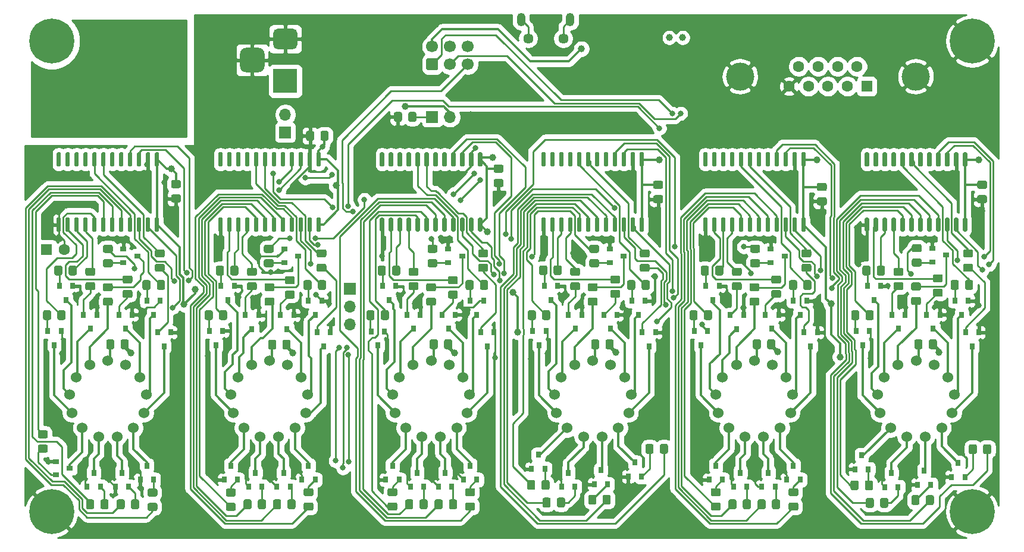
<source format=gbr>
%TF.GenerationSoftware,KiCad,Pcbnew,5.1.8+dfsg1-1+b1*%
%TF.CreationDate,2021-02-15T01:52:31+02:00*%
%TF.ProjectId,nixiedisp,6e697869-6564-4697-9370-2e6b69636164,2*%
%TF.SameCoordinates,Original*%
%TF.FileFunction,Copper,L2,Bot*%
%TF.FilePolarity,Positive*%
%FSLAX46Y46*%
G04 Gerber Fmt 4.6, Leading zero omitted, Abs format (unit mm)*
G04 Created by KiCad (PCBNEW 5.1.8+dfsg1-1+b1) date 2021-02-15 01:52:31*
%MOMM*%
%LPD*%
G01*
G04 APERTURE LIST*
%TA.AperFunction,ComponentPad*%
%ADD10O,1.700000X1.700000*%
%TD*%
%TA.AperFunction,ComponentPad*%
%ADD11R,1.700000X1.700000*%
%TD*%
%TA.AperFunction,ComponentPad*%
%ADD12C,0.800000*%
%TD*%
%TA.AperFunction,ComponentPad*%
%ADD13C,6.400000*%
%TD*%
%TA.AperFunction,ComponentPad*%
%ADD14C,1.600000*%
%TD*%
%TA.AperFunction,ComponentPad*%
%ADD15R,1.600000X1.600000*%
%TD*%
%TA.AperFunction,ComponentPad*%
%ADD16R,3.500000X3.500000*%
%TD*%
%TA.AperFunction,ComponentPad*%
%ADD17C,4.000000*%
%TD*%
%TA.AperFunction,ComponentPad*%
%ADD18C,1.450000*%
%TD*%
%TA.AperFunction,ComponentPad*%
%ADD19O,1.200000X1.900000*%
%TD*%
%TA.AperFunction,ComponentPad*%
%ADD20C,1.700000*%
%TD*%
%TA.AperFunction,SMDPad,CuDef*%
%ADD21R,0.800000X0.900000*%
%TD*%
%TA.AperFunction,SMDPad,CuDef*%
%ADD22R,0.900000X0.800000*%
%TD*%
%TA.AperFunction,ComponentPad*%
%ADD23C,1.524000*%
%TD*%
%TA.AperFunction,ComponentPad*%
%ADD24C,1.000000*%
%TD*%
%TA.AperFunction,ViaPad*%
%ADD25C,0.800000*%
%TD*%
%TA.AperFunction,ViaPad*%
%ADD26C,1.000000*%
%TD*%
%TA.AperFunction,Conductor*%
%ADD27C,0.250000*%
%TD*%
%TA.AperFunction,Conductor*%
%ADD28C,0.350000*%
%TD*%
%TA.AperFunction,Conductor*%
%ADD29C,0.500000*%
%TD*%
%TA.AperFunction,Conductor*%
%ADD30C,0.254000*%
%TD*%
%TA.AperFunction,Conductor*%
%ADD31C,0.100000*%
%TD*%
G04 APERTURE END LIST*
%TO.P,R27,2*%
%TO.N,GND*%
%TA.AperFunction,SMDPad,CuDef*%
G36*
G01*
X122850000Y-84349999D02*
X122850000Y-85250001D01*
G75*
G02*
X122600001Y-85500000I-249999J0D01*
G01*
X121949999Y-85500000D01*
G75*
G02*
X121700000Y-85250001I0J249999D01*
G01*
X121700000Y-84349999D01*
G75*
G02*
X121949999Y-84100000I249999J0D01*
G01*
X122600001Y-84100000D01*
G75*
G02*
X122850000Y-84349999I0J-249999D01*
G01*
G37*
%TD.AperFunction*%
%TO.P,R27,1*%
%TO.N,/ENUSB*%
%TA.AperFunction,SMDPad,CuDef*%
G36*
G01*
X124900000Y-84349999D02*
X124900000Y-85250001D01*
G75*
G02*
X124650001Y-85500000I-249999J0D01*
G01*
X123999999Y-85500000D01*
G75*
G02*
X123750000Y-85250001I0J249999D01*
G01*
X123750000Y-84349999D01*
G75*
G02*
X123999999Y-84100000I249999J0D01*
G01*
X124650001Y-84100000D01*
G75*
G02*
X124900000Y-84349999I0J-249999D01*
G01*
G37*
%TD.AperFunction*%
%TD*%
D10*
%TO.P,J7,2*%
%TO.N,VCC*%
X129690000Y-84800000D03*
D11*
%TO.P,J7,1*%
%TO.N,/ENUSB*%
X127150000Y-84800000D03*
%TD*%
D12*
%TO.P,H4,1*%
%TO.N,GND*%
X205697056Y-72302944D03*
X204000000Y-71600000D03*
X202302944Y-72302944D03*
X201600000Y-74000000D03*
X202302944Y-75697056D03*
X204000000Y-76400000D03*
X205697056Y-75697056D03*
X206400000Y-74000000D03*
D13*
X204000000Y-74000000D03*
%TD*%
D12*
%TO.P,H3,1*%
%TO.N,GND*%
X205697056Y-139352944D03*
X204000000Y-138650000D03*
X202302944Y-139352944D03*
X201600000Y-141050000D03*
X202302944Y-142747056D03*
X204000000Y-143450000D03*
X205697056Y-142747056D03*
X206400000Y-141050000D03*
D13*
X204000000Y-141050000D03*
%TD*%
D12*
%TO.P,H2,1*%
%TO.N,GND*%
X74697056Y-72302944D03*
X73000000Y-71600000D03*
X71302944Y-72302944D03*
X70600000Y-74000000D03*
X71302944Y-75697056D03*
X73000000Y-76400000D03*
X74697056Y-75697056D03*
X75400000Y-74000000D03*
D13*
X73000000Y-74000000D03*
%TD*%
D12*
%TO.P,H1,1*%
%TO.N,GND*%
X74697056Y-139352944D03*
X73000000Y-138650000D03*
X71302944Y-139352944D03*
X70600000Y-141050000D03*
X71302944Y-142747056D03*
X73000000Y-143450000D03*
X74697056Y-142747056D03*
X75400000Y-141050000D03*
D13*
X73000000Y-141050000D03*
%TD*%
D14*
%TO.P,C39,2*%
%TO.N,GND*%
X74800000Y-103700000D03*
D15*
%TO.P,C39,1*%
%TO.N,HT*%
X72300000Y-103700000D03*
%TD*%
%TO.P,U19,24*%
%TO.N,VCC*%
%TA.AperFunction,SMDPad,CuDef*%
G36*
G01*
X157135000Y-91875000D02*
X156835000Y-91875000D01*
G75*
G02*
X156685000Y-91725000I0J150000D01*
G01*
X156685000Y-89975000D01*
G75*
G02*
X156835000Y-89825000I150000J0D01*
G01*
X157135000Y-89825000D01*
G75*
G02*
X157285000Y-89975000I0J-150000D01*
G01*
X157285000Y-91725000D01*
G75*
G02*
X157135000Y-91875000I-150000J0D01*
G01*
G37*
%TD.AperFunction*%
%TO.P,U19,23*%
%TO.N,GND*%
%TA.AperFunction,SMDPad,CuDef*%
G36*
G01*
X155865000Y-91875000D02*
X155565000Y-91875000D01*
G75*
G02*
X155415000Y-91725000I0J150000D01*
G01*
X155415000Y-89975000D01*
G75*
G02*
X155565000Y-89825000I150000J0D01*
G01*
X155865000Y-89825000D01*
G75*
G02*
X156015000Y-89975000I0J-150000D01*
G01*
X156015000Y-91725000D01*
G75*
G02*
X155865000Y-91875000I-150000J0D01*
G01*
G37*
%TD.AperFunction*%
%TO.P,U19,22*%
%TO.N,/D3*%
%TA.AperFunction,SMDPad,CuDef*%
G36*
G01*
X154595000Y-91875000D02*
X154295000Y-91875000D01*
G75*
G02*
X154145000Y-91725000I0J150000D01*
G01*
X154145000Y-89975000D01*
G75*
G02*
X154295000Y-89825000I150000J0D01*
G01*
X154595000Y-89825000D01*
G75*
G02*
X154745000Y-89975000I0J-150000D01*
G01*
X154745000Y-91725000D01*
G75*
G02*
X154595000Y-91875000I-150000J0D01*
G01*
G37*
%TD.AperFunction*%
%TO.P,U19,21*%
%TO.N,/D2*%
%TA.AperFunction,SMDPad,CuDef*%
G36*
G01*
X153325000Y-91875000D02*
X153025000Y-91875000D01*
G75*
G02*
X152875000Y-91725000I0J150000D01*
G01*
X152875000Y-89975000D01*
G75*
G02*
X153025000Y-89825000I150000J0D01*
G01*
X153325000Y-89825000D01*
G75*
G02*
X153475000Y-89975000I0J-150000D01*
G01*
X153475000Y-91725000D01*
G75*
G02*
X153325000Y-91875000I-150000J0D01*
G01*
G37*
%TD.AperFunction*%
%TO.P,U19,20*%
%TO.N,Net-(U19-Pad20)*%
%TA.AperFunction,SMDPad,CuDef*%
G36*
G01*
X152055000Y-91875000D02*
X151755000Y-91875000D01*
G75*
G02*
X151605000Y-91725000I0J150000D01*
G01*
X151605000Y-89975000D01*
G75*
G02*
X151755000Y-89825000I150000J0D01*
G01*
X152055000Y-89825000D01*
G75*
G02*
X152205000Y-89975000I0J-150000D01*
G01*
X152205000Y-91725000D01*
G75*
G02*
X152055000Y-91875000I-150000J0D01*
G01*
G37*
%TD.AperFunction*%
%TO.P,U19,19*%
%TO.N,Net-(U19-Pad19)*%
%TA.AperFunction,SMDPad,CuDef*%
G36*
G01*
X150785000Y-91875000D02*
X150485000Y-91875000D01*
G75*
G02*
X150335000Y-91725000I0J150000D01*
G01*
X150335000Y-89975000D01*
G75*
G02*
X150485000Y-89825000I150000J0D01*
G01*
X150785000Y-89825000D01*
G75*
G02*
X150935000Y-89975000I0J-150000D01*
G01*
X150935000Y-91725000D01*
G75*
G02*
X150785000Y-91875000I-150000J0D01*
G01*
G37*
%TD.AperFunction*%
%TO.P,U19,18*%
%TO.N,Net-(R84-Pad2)*%
%TA.AperFunction,SMDPad,CuDef*%
G36*
G01*
X149515000Y-91875000D02*
X149215000Y-91875000D01*
G75*
G02*
X149065000Y-91725000I0J150000D01*
G01*
X149065000Y-89975000D01*
G75*
G02*
X149215000Y-89825000I150000J0D01*
G01*
X149515000Y-89825000D01*
G75*
G02*
X149665000Y-89975000I0J-150000D01*
G01*
X149665000Y-91725000D01*
G75*
G02*
X149515000Y-91875000I-150000J0D01*
G01*
G37*
%TD.AperFunction*%
%TO.P,U19,17*%
%TO.N,Net-(R91-Pad2)*%
%TA.AperFunction,SMDPad,CuDef*%
G36*
G01*
X148245000Y-91875000D02*
X147945000Y-91875000D01*
G75*
G02*
X147795000Y-91725000I0J150000D01*
G01*
X147795000Y-89975000D01*
G75*
G02*
X147945000Y-89825000I150000J0D01*
G01*
X148245000Y-89825000D01*
G75*
G02*
X148395000Y-89975000I0J-150000D01*
G01*
X148395000Y-91725000D01*
G75*
G02*
X148245000Y-91875000I-150000J0D01*
G01*
G37*
%TD.AperFunction*%
%TO.P,U19,16*%
%TO.N,Net-(U19-Pad16)*%
%TA.AperFunction,SMDPad,CuDef*%
G36*
G01*
X146975000Y-91875000D02*
X146675000Y-91875000D01*
G75*
G02*
X146525000Y-91725000I0J150000D01*
G01*
X146525000Y-89975000D01*
G75*
G02*
X146675000Y-89825000I150000J0D01*
G01*
X146975000Y-89825000D01*
G75*
G02*
X147125000Y-89975000I0J-150000D01*
G01*
X147125000Y-91725000D01*
G75*
G02*
X146975000Y-91875000I-150000J0D01*
G01*
G37*
%TD.AperFunction*%
%TO.P,U19,15*%
%TO.N,Net-(U19-Pad15)*%
%TA.AperFunction,SMDPad,CuDef*%
G36*
G01*
X145705000Y-91875000D02*
X145405000Y-91875000D01*
G75*
G02*
X145255000Y-91725000I0J150000D01*
G01*
X145255000Y-89975000D01*
G75*
G02*
X145405000Y-89825000I150000J0D01*
G01*
X145705000Y-89825000D01*
G75*
G02*
X145855000Y-89975000I0J-150000D01*
G01*
X145855000Y-91725000D01*
G75*
G02*
X145705000Y-91875000I-150000J0D01*
G01*
G37*
%TD.AperFunction*%
%TO.P,U19,14*%
%TO.N,Net-(U19-Pad14)*%
%TA.AperFunction,SMDPad,CuDef*%
G36*
G01*
X144435000Y-91875000D02*
X144135000Y-91875000D01*
G75*
G02*
X143985000Y-91725000I0J150000D01*
G01*
X143985000Y-89975000D01*
G75*
G02*
X144135000Y-89825000I150000J0D01*
G01*
X144435000Y-89825000D01*
G75*
G02*
X144585000Y-89975000I0J-150000D01*
G01*
X144585000Y-91725000D01*
G75*
G02*
X144435000Y-91875000I-150000J0D01*
G01*
G37*
%TD.AperFunction*%
%TO.P,U19,13*%
%TO.N,Net-(U19-Pad13)*%
%TA.AperFunction,SMDPad,CuDef*%
G36*
G01*
X143165000Y-91875000D02*
X142865000Y-91875000D01*
G75*
G02*
X142715000Y-91725000I0J150000D01*
G01*
X142715000Y-89975000D01*
G75*
G02*
X142865000Y-89825000I150000J0D01*
G01*
X143165000Y-89825000D01*
G75*
G02*
X143315000Y-89975000I0J-150000D01*
G01*
X143315000Y-91725000D01*
G75*
G02*
X143165000Y-91875000I-150000J0D01*
G01*
G37*
%TD.AperFunction*%
%TO.P,U19,12*%
%TO.N,GND*%
%TA.AperFunction,SMDPad,CuDef*%
G36*
G01*
X143165000Y-101175000D02*
X142865000Y-101175000D01*
G75*
G02*
X142715000Y-101025000I0J150000D01*
G01*
X142715000Y-99275000D01*
G75*
G02*
X142865000Y-99125000I150000J0D01*
G01*
X143165000Y-99125000D01*
G75*
G02*
X143315000Y-99275000I0J-150000D01*
G01*
X143315000Y-101025000D01*
G75*
G02*
X143165000Y-101175000I-150000J0D01*
G01*
G37*
%TD.AperFunction*%
%TO.P,U19,11*%
%TO.N,Net-(R80-Pad2)*%
%TA.AperFunction,SMDPad,CuDef*%
G36*
G01*
X144435000Y-101175000D02*
X144135000Y-101175000D01*
G75*
G02*
X143985000Y-101025000I0J150000D01*
G01*
X143985000Y-99275000D01*
G75*
G02*
X144135000Y-99125000I150000J0D01*
G01*
X144435000Y-99125000D01*
G75*
G02*
X144585000Y-99275000I0J-150000D01*
G01*
X144585000Y-101025000D01*
G75*
G02*
X144435000Y-101175000I-150000J0D01*
G01*
G37*
%TD.AperFunction*%
%TO.P,U19,10*%
%TO.N,Net-(R81-Pad2)*%
%TA.AperFunction,SMDPad,CuDef*%
G36*
G01*
X145705000Y-101175000D02*
X145405000Y-101175000D01*
G75*
G02*
X145255000Y-101025000I0J150000D01*
G01*
X145255000Y-99275000D01*
G75*
G02*
X145405000Y-99125000I150000J0D01*
G01*
X145705000Y-99125000D01*
G75*
G02*
X145855000Y-99275000I0J-150000D01*
G01*
X145855000Y-101025000D01*
G75*
G02*
X145705000Y-101175000I-150000J0D01*
G01*
G37*
%TD.AperFunction*%
%TO.P,U19,9*%
%TO.N,Net-(R87-Pad2)*%
%TA.AperFunction,SMDPad,CuDef*%
G36*
G01*
X146975000Y-101175000D02*
X146675000Y-101175000D01*
G75*
G02*
X146525000Y-101025000I0J150000D01*
G01*
X146525000Y-99275000D01*
G75*
G02*
X146675000Y-99125000I150000J0D01*
G01*
X146975000Y-99125000D01*
G75*
G02*
X147125000Y-99275000I0J-150000D01*
G01*
X147125000Y-101025000D01*
G75*
G02*
X146975000Y-101175000I-150000J0D01*
G01*
G37*
%TD.AperFunction*%
%TO.P,U19,8*%
%TO.N,Net-(R88-Pad2)*%
%TA.AperFunction,SMDPad,CuDef*%
G36*
G01*
X148245000Y-101175000D02*
X147945000Y-101175000D01*
G75*
G02*
X147795000Y-101025000I0J150000D01*
G01*
X147795000Y-99275000D01*
G75*
G02*
X147945000Y-99125000I150000J0D01*
G01*
X148245000Y-99125000D01*
G75*
G02*
X148395000Y-99275000I0J-150000D01*
G01*
X148395000Y-101025000D01*
G75*
G02*
X148245000Y-101175000I-150000J0D01*
G01*
G37*
%TD.AperFunction*%
%TO.P,U19,7*%
%TO.N,Net-(R82-Pad2)*%
%TA.AperFunction,SMDPad,CuDef*%
G36*
G01*
X149515000Y-101175000D02*
X149215000Y-101175000D01*
G75*
G02*
X149065000Y-101025000I0J150000D01*
G01*
X149065000Y-99275000D01*
G75*
G02*
X149215000Y-99125000I150000J0D01*
G01*
X149515000Y-99125000D01*
G75*
G02*
X149665000Y-99275000I0J-150000D01*
G01*
X149665000Y-101025000D01*
G75*
G02*
X149515000Y-101175000I-150000J0D01*
G01*
G37*
%TD.AperFunction*%
%TO.P,U19,6*%
%TO.N,Net-(R89-Pad2)*%
%TA.AperFunction,SMDPad,CuDef*%
G36*
G01*
X150785000Y-101175000D02*
X150485000Y-101175000D01*
G75*
G02*
X150335000Y-101025000I0J150000D01*
G01*
X150335000Y-99275000D01*
G75*
G02*
X150485000Y-99125000I150000J0D01*
G01*
X150785000Y-99125000D01*
G75*
G02*
X150935000Y-99275000I0J-150000D01*
G01*
X150935000Y-101025000D01*
G75*
G02*
X150785000Y-101175000I-150000J0D01*
G01*
G37*
%TD.AperFunction*%
%TO.P,U19,5*%
%TO.N,Net-(R83-Pad2)*%
%TA.AperFunction,SMDPad,CuDef*%
G36*
G01*
X152055000Y-101175000D02*
X151755000Y-101175000D01*
G75*
G02*
X151605000Y-101025000I0J150000D01*
G01*
X151605000Y-99275000D01*
G75*
G02*
X151755000Y-99125000I150000J0D01*
G01*
X152055000Y-99125000D01*
G75*
G02*
X152205000Y-99275000I0J-150000D01*
G01*
X152205000Y-101025000D01*
G75*
G02*
X152055000Y-101175000I-150000J0D01*
G01*
G37*
%TD.AperFunction*%
%TO.P,U19,4*%
%TO.N,Net-(R90-Pad2)*%
%TA.AperFunction,SMDPad,CuDef*%
G36*
G01*
X153325000Y-101175000D02*
X153025000Y-101175000D01*
G75*
G02*
X152875000Y-101025000I0J150000D01*
G01*
X152875000Y-99275000D01*
G75*
G02*
X153025000Y-99125000I150000J0D01*
G01*
X153325000Y-99125000D01*
G75*
G02*
X153475000Y-99275000I0J-150000D01*
G01*
X153475000Y-101025000D01*
G75*
G02*
X153325000Y-101175000I-150000J0D01*
G01*
G37*
%TD.AperFunction*%
%TO.P,U19,3*%
%TO.N,/D1*%
%TA.AperFunction,SMDPad,CuDef*%
G36*
G01*
X154595000Y-101175000D02*
X154295000Y-101175000D01*
G75*
G02*
X154145000Y-101025000I0J150000D01*
G01*
X154145000Y-99275000D01*
G75*
G02*
X154295000Y-99125000I150000J0D01*
G01*
X154595000Y-99125000D01*
G75*
G02*
X154745000Y-99275000I0J-150000D01*
G01*
X154745000Y-101025000D01*
G75*
G02*
X154595000Y-101175000I-150000J0D01*
G01*
G37*
%TD.AperFunction*%
%TO.P,U19,2*%
%TO.N,/D0*%
%TA.AperFunction,SMDPad,CuDef*%
G36*
G01*
X155865000Y-101175000D02*
X155565000Y-101175000D01*
G75*
G02*
X155415000Y-101025000I0J150000D01*
G01*
X155415000Y-99275000D01*
G75*
G02*
X155565000Y-99125000I150000J0D01*
G01*
X155865000Y-99125000D01*
G75*
G02*
X156015000Y-99275000I0J-150000D01*
G01*
X156015000Y-101025000D01*
G75*
G02*
X155865000Y-101175000I-150000J0D01*
G01*
G37*
%TD.AperFunction*%
%TO.P,U19,1*%
%TO.N,VCC*%
%TA.AperFunction,SMDPad,CuDef*%
G36*
G01*
X157135000Y-101175000D02*
X156835000Y-101175000D01*
G75*
G02*
X156685000Y-101025000I0J150000D01*
G01*
X156685000Y-99275000D01*
G75*
G02*
X156835000Y-99125000I150000J0D01*
G01*
X157135000Y-99125000D01*
G75*
G02*
X157285000Y-99275000I0J-150000D01*
G01*
X157285000Y-101025000D01*
G75*
G02*
X157135000Y-101175000I-150000J0D01*
G01*
G37*
%TD.AperFunction*%
%TD*%
%TO.P,U18,24*%
%TO.N,VCC*%
%TA.AperFunction,SMDPad,CuDef*%
G36*
G01*
X203135000Y-91875000D02*
X202835000Y-91875000D01*
G75*
G02*
X202685000Y-91725000I0J150000D01*
G01*
X202685000Y-89975000D01*
G75*
G02*
X202835000Y-89825000I150000J0D01*
G01*
X203135000Y-89825000D01*
G75*
G02*
X203285000Y-89975000I0J-150000D01*
G01*
X203285000Y-91725000D01*
G75*
G02*
X203135000Y-91875000I-150000J0D01*
G01*
G37*
%TD.AperFunction*%
%TO.P,U18,23*%
%TO.N,GND*%
%TA.AperFunction,SMDPad,CuDef*%
G36*
G01*
X201865000Y-91875000D02*
X201565000Y-91875000D01*
G75*
G02*
X201415000Y-91725000I0J150000D01*
G01*
X201415000Y-89975000D01*
G75*
G02*
X201565000Y-89825000I150000J0D01*
G01*
X201865000Y-89825000D01*
G75*
G02*
X202015000Y-89975000I0J-150000D01*
G01*
X202015000Y-91725000D01*
G75*
G02*
X201865000Y-91875000I-150000J0D01*
G01*
G37*
%TD.AperFunction*%
%TO.P,U18,22*%
%TO.N,/F3*%
%TA.AperFunction,SMDPad,CuDef*%
G36*
G01*
X200595000Y-91875000D02*
X200295000Y-91875000D01*
G75*
G02*
X200145000Y-91725000I0J150000D01*
G01*
X200145000Y-89975000D01*
G75*
G02*
X200295000Y-89825000I150000J0D01*
G01*
X200595000Y-89825000D01*
G75*
G02*
X200745000Y-89975000I0J-150000D01*
G01*
X200745000Y-91725000D01*
G75*
G02*
X200595000Y-91875000I-150000J0D01*
G01*
G37*
%TD.AperFunction*%
%TO.P,U18,21*%
%TO.N,/F2*%
%TA.AperFunction,SMDPad,CuDef*%
G36*
G01*
X199325000Y-91875000D02*
X199025000Y-91875000D01*
G75*
G02*
X198875000Y-91725000I0J150000D01*
G01*
X198875000Y-89975000D01*
G75*
G02*
X199025000Y-89825000I150000J0D01*
G01*
X199325000Y-89825000D01*
G75*
G02*
X199475000Y-89975000I0J-150000D01*
G01*
X199475000Y-91725000D01*
G75*
G02*
X199325000Y-91875000I-150000J0D01*
G01*
G37*
%TD.AperFunction*%
%TO.P,U18,20*%
%TO.N,Net-(U18-Pad20)*%
%TA.AperFunction,SMDPad,CuDef*%
G36*
G01*
X198055000Y-91875000D02*
X197755000Y-91875000D01*
G75*
G02*
X197605000Y-91725000I0J150000D01*
G01*
X197605000Y-89975000D01*
G75*
G02*
X197755000Y-89825000I150000J0D01*
G01*
X198055000Y-89825000D01*
G75*
G02*
X198205000Y-89975000I0J-150000D01*
G01*
X198205000Y-91725000D01*
G75*
G02*
X198055000Y-91875000I-150000J0D01*
G01*
G37*
%TD.AperFunction*%
%TO.P,U18,19*%
%TO.N,Net-(U18-Pad19)*%
%TA.AperFunction,SMDPad,CuDef*%
G36*
G01*
X196785000Y-91875000D02*
X196485000Y-91875000D01*
G75*
G02*
X196335000Y-91725000I0J150000D01*
G01*
X196335000Y-89975000D01*
G75*
G02*
X196485000Y-89825000I150000J0D01*
G01*
X196785000Y-89825000D01*
G75*
G02*
X196935000Y-89975000I0J-150000D01*
G01*
X196935000Y-91725000D01*
G75*
G02*
X196785000Y-91875000I-150000J0D01*
G01*
G37*
%TD.AperFunction*%
%TO.P,U18,18*%
%TO.N,Net-(R71-Pad2)*%
%TA.AperFunction,SMDPad,CuDef*%
G36*
G01*
X195515000Y-91875000D02*
X195215000Y-91875000D01*
G75*
G02*
X195065000Y-91725000I0J150000D01*
G01*
X195065000Y-89975000D01*
G75*
G02*
X195215000Y-89825000I150000J0D01*
G01*
X195515000Y-89825000D01*
G75*
G02*
X195665000Y-89975000I0J-150000D01*
G01*
X195665000Y-91725000D01*
G75*
G02*
X195515000Y-91875000I-150000J0D01*
G01*
G37*
%TD.AperFunction*%
%TO.P,U18,17*%
%TO.N,Net-(R78-Pad2)*%
%TA.AperFunction,SMDPad,CuDef*%
G36*
G01*
X194245000Y-91875000D02*
X193945000Y-91875000D01*
G75*
G02*
X193795000Y-91725000I0J150000D01*
G01*
X193795000Y-89975000D01*
G75*
G02*
X193945000Y-89825000I150000J0D01*
G01*
X194245000Y-89825000D01*
G75*
G02*
X194395000Y-89975000I0J-150000D01*
G01*
X194395000Y-91725000D01*
G75*
G02*
X194245000Y-91875000I-150000J0D01*
G01*
G37*
%TD.AperFunction*%
%TO.P,U18,16*%
%TO.N,Net-(U18-Pad16)*%
%TA.AperFunction,SMDPad,CuDef*%
G36*
G01*
X192975000Y-91875000D02*
X192675000Y-91875000D01*
G75*
G02*
X192525000Y-91725000I0J150000D01*
G01*
X192525000Y-89975000D01*
G75*
G02*
X192675000Y-89825000I150000J0D01*
G01*
X192975000Y-89825000D01*
G75*
G02*
X193125000Y-89975000I0J-150000D01*
G01*
X193125000Y-91725000D01*
G75*
G02*
X192975000Y-91875000I-150000J0D01*
G01*
G37*
%TD.AperFunction*%
%TO.P,U18,15*%
%TO.N,Net-(U18-Pad15)*%
%TA.AperFunction,SMDPad,CuDef*%
G36*
G01*
X191705000Y-91875000D02*
X191405000Y-91875000D01*
G75*
G02*
X191255000Y-91725000I0J150000D01*
G01*
X191255000Y-89975000D01*
G75*
G02*
X191405000Y-89825000I150000J0D01*
G01*
X191705000Y-89825000D01*
G75*
G02*
X191855000Y-89975000I0J-150000D01*
G01*
X191855000Y-91725000D01*
G75*
G02*
X191705000Y-91875000I-150000J0D01*
G01*
G37*
%TD.AperFunction*%
%TO.P,U18,14*%
%TO.N,Net-(U18-Pad14)*%
%TA.AperFunction,SMDPad,CuDef*%
G36*
G01*
X190435000Y-91875000D02*
X190135000Y-91875000D01*
G75*
G02*
X189985000Y-91725000I0J150000D01*
G01*
X189985000Y-89975000D01*
G75*
G02*
X190135000Y-89825000I150000J0D01*
G01*
X190435000Y-89825000D01*
G75*
G02*
X190585000Y-89975000I0J-150000D01*
G01*
X190585000Y-91725000D01*
G75*
G02*
X190435000Y-91875000I-150000J0D01*
G01*
G37*
%TD.AperFunction*%
%TO.P,U18,13*%
%TO.N,Net-(U18-Pad13)*%
%TA.AperFunction,SMDPad,CuDef*%
G36*
G01*
X189165000Y-91875000D02*
X188865000Y-91875000D01*
G75*
G02*
X188715000Y-91725000I0J150000D01*
G01*
X188715000Y-89975000D01*
G75*
G02*
X188865000Y-89825000I150000J0D01*
G01*
X189165000Y-89825000D01*
G75*
G02*
X189315000Y-89975000I0J-150000D01*
G01*
X189315000Y-91725000D01*
G75*
G02*
X189165000Y-91875000I-150000J0D01*
G01*
G37*
%TD.AperFunction*%
%TO.P,U18,12*%
%TO.N,GND*%
%TA.AperFunction,SMDPad,CuDef*%
G36*
G01*
X189165000Y-101175000D02*
X188865000Y-101175000D01*
G75*
G02*
X188715000Y-101025000I0J150000D01*
G01*
X188715000Y-99275000D01*
G75*
G02*
X188865000Y-99125000I150000J0D01*
G01*
X189165000Y-99125000D01*
G75*
G02*
X189315000Y-99275000I0J-150000D01*
G01*
X189315000Y-101025000D01*
G75*
G02*
X189165000Y-101175000I-150000J0D01*
G01*
G37*
%TD.AperFunction*%
%TO.P,U18,11*%
%TO.N,Net-(R67-Pad2)*%
%TA.AperFunction,SMDPad,CuDef*%
G36*
G01*
X190435000Y-101175000D02*
X190135000Y-101175000D01*
G75*
G02*
X189985000Y-101025000I0J150000D01*
G01*
X189985000Y-99275000D01*
G75*
G02*
X190135000Y-99125000I150000J0D01*
G01*
X190435000Y-99125000D01*
G75*
G02*
X190585000Y-99275000I0J-150000D01*
G01*
X190585000Y-101025000D01*
G75*
G02*
X190435000Y-101175000I-150000J0D01*
G01*
G37*
%TD.AperFunction*%
%TO.P,U18,10*%
%TO.N,Net-(R68-Pad2)*%
%TA.AperFunction,SMDPad,CuDef*%
G36*
G01*
X191705000Y-101175000D02*
X191405000Y-101175000D01*
G75*
G02*
X191255000Y-101025000I0J150000D01*
G01*
X191255000Y-99275000D01*
G75*
G02*
X191405000Y-99125000I150000J0D01*
G01*
X191705000Y-99125000D01*
G75*
G02*
X191855000Y-99275000I0J-150000D01*
G01*
X191855000Y-101025000D01*
G75*
G02*
X191705000Y-101175000I-150000J0D01*
G01*
G37*
%TD.AperFunction*%
%TO.P,U18,9*%
%TO.N,Net-(R74-Pad2)*%
%TA.AperFunction,SMDPad,CuDef*%
G36*
G01*
X192975000Y-101175000D02*
X192675000Y-101175000D01*
G75*
G02*
X192525000Y-101025000I0J150000D01*
G01*
X192525000Y-99275000D01*
G75*
G02*
X192675000Y-99125000I150000J0D01*
G01*
X192975000Y-99125000D01*
G75*
G02*
X193125000Y-99275000I0J-150000D01*
G01*
X193125000Y-101025000D01*
G75*
G02*
X192975000Y-101175000I-150000J0D01*
G01*
G37*
%TD.AperFunction*%
%TO.P,U18,8*%
%TO.N,Net-(R75-Pad2)*%
%TA.AperFunction,SMDPad,CuDef*%
G36*
G01*
X194245000Y-101175000D02*
X193945000Y-101175000D01*
G75*
G02*
X193795000Y-101025000I0J150000D01*
G01*
X193795000Y-99275000D01*
G75*
G02*
X193945000Y-99125000I150000J0D01*
G01*
X194245000Y-99125000D01*
G75*
G02*
X194395000Y-99275000I0J-150000D01*
G01*
X194395000Y-101025000D01*
G75*
G02*
X194245000Y-101175000I-150000J0D01*
G01*
G37*
%TD.AperFunction*%
%TO.P,U18,7*%
%TO.N,Net-(R69-Pad2)*%
%TA.AperFunction,SMDPad,CuDef*%
G36*
G01*
X195515000Y-101175000D02*
X195215000Y-101175000D01*
G75*
G02*
X195065000Y-101025000I0J150000D01*
G01*
X195065000Y-99275000D01*
G75*
G02*
X195215000Y-99125000I150000J0D01*
G01*
X195515000Y-99125000D01*
G75*
G02*
X195665000Y-99275000I0J-150000D01*
G01*
X195665000Y-101025000D01*
G75*
G02*
X195515000Y-101175000I-150000J0D01*
G01*
G37*
%TD.AperFunction*%
%TO.P,U18,6*%
%TO.N,Net-(R76-Pad2)*%
%TA.AperFunction,SMDPad,CuDef*%
G36*
G01*
X196785000Y-101175000D02*
X196485000Y-101175000D01*
G75*
G02*
X196335000Y-101025000I0J150000D01*
G01*
X196335000Y-99275000D01*
G75*
G02*
X196485000Y-99125000I150000J0D01*
G01*
X196785000Y-99125000D01*
G75*
G02*
X196935000Y-99275000I0J-150000D01*
G01*
X196935000Y-101025000D01*
G75*
G02*
X196785000Y-101175000I-150000J0D01*
G01*
G37*
%TD.AperFunction*%
%TO.P,U18,5*%
%TO.N,Net-(R70-Pad2)*%
%TA.AperFunction,SMDPad,CuDef*%
G36*
G01*
X198055000Y-101175000D02*
X197755000Y-101175000D01*
G75*
G02*
X197605000Y-101025000I0J150000D01*
G01*
X197605000Y-99275000D01*
G75*
G02*
X197755000Y-99125000I150000J0D01*
G01*
X198055000Y-99125000D01*
G75*
G02*
X198205000Y-99275000I0J-150000D01*
G01*
X198205000Y-101025000D01*
G75*
G02*
X198055000Y-101175000I-150000J0D01*
G01*
G37*
%TD.AperFunction*%
%TO.P,U18,4*%
%TO.N,Net-(R77-Pad2)*%
%TA.AperFunction,SMDPad,CuDef*%
G36*
G01*
X199325000Y-101175000D02*
X199025000Y-101175000D01*
G75*
G02*
X198875000Y-101025000I0J150000D01*
G01*
X198875000Y-99275000D01*
G75*
G02*
X199025000Y-99125000I150000J0D01*
G01*
X199325000Y-99125000D01*
G75*
G02*
X199475000Y-99275000I0J-150000D01*
G01*
X199475000Y-101025000D01*
G75*
G02*
X199325000Y-101175000I-150000J0D01*
G01*
G37*
%TD.AperFunction*%
%TO.P,U18,3*%
%TO.N,/F1*%
%TA.AperFunction,SMDPad,CuDef*%
G36*
G01*
X200595000Y-101175000D02*
X200295000Y-101175000D01*
G75*
G02*
X200145000Y-101025000I0J150000D01*
G01*
X200145000Y-99275000D01*
G75*
G02*
X200295000Y-99125000I150000J0D01*
G01*
X200595000Y-99125000D01*
G75*
G02*
X200745000Y-99275000I0J-150000D01*
G01*
X200745000Y-101025000D01*
G75*
G02*
X200595000Y-101175000I-150000J0D01*
G01*
G37*
%TD.AperFunction*%
%TO.P,U18,2*%
%TO.N,/F0*%
%TA.AperFunction,SMDPad,CuDef*%
G36*
G01*
X201865000Y-101175000D02*
X201565000Y-101175000D01*
G75*
G02*
X201415000Y-101025000I0J150000D01*
G01*
X201415000Y-99275000D01*
G75*
G02*
X201565000Y-99125000I150000J0D01*
G01*
X201865000Y-99125000D01*
G75*
G02*
X202015000Y-99275000I0J-150000D01*
G01*
X202015000Y-101025000D01*
G75*
G02*
X201865000Y-101175000I-150000J0D01*
G01*
G37*
%TD.AperFunction*%
%TO.P,U18,1*%
%TO.N,VCC*%
%TA.AperFunction,SMDPad,CuDef*%
G36*
G01*
X203135000Y-101175000D02*
X202835000Y-101175000D01*
G75*
G02*
X202685000Y-101025000I0J150000D01*
G01*
X202685000Y-99275000D01*
G75*
G02*
X202835000Y-99125000I150000J0D01*
G01*
X203135000Y-99125000D01*
G75*
G02*
X203285000Y-99275000I0J-150000D01*
G01*
X203285000Y-101025000D01*
G75*
G02*
X203135000Y-101175000I-150000J0D01*
G01*
G37*
%TD.AperFunction*%
%TD*%
%TO.P,U17,24*%
%TO.N,VCC*%
%TA.AperFunction,SMDPad,CuDef*%
G36*
G01*
X180135000Y-91875000D02*
X179835000Y-91875000D01*
G75*
G02*
X179685000Y-91725000I0J150000D01*
G01*
X179685000Y-89975000D01*
G75*
G02*
X179835000Y-89825000I150000J0D01*
G01*
X180135000Y-89825000D01*
G75*
G02*
X180285000Y-89975000I0J-150000D01*
G01*
X180285000Y-91725000D01*
G75*
G02*
X180135000Y-91875000I-150000J0D01*
G01*
G37*
%TD.AperFunction*%
%TO.P,U17,23*%
%TO.N,GND*%
%TA.AperFunction,SMDPad,CuDef*%
G36*
G01*
X178865000Y-91875000D02*
X178565000Y-91875000D01*
G75*
G02*
X178415000Y-91725000I0J150000D01*
G01*
X178415000Y-89975000D01*
G75*
G02*
X178565000Y-89825000I150000J0D01*
G01*
X178865000Y-89825000D01*
G75*
G02*
X179015000Y-89975000I0J-150000D01*
G01*
X179015000Y-91725000D01*
G75*
G02*
X178865000Y-91875000I-150000J0D01*
G01*
G37*
%TD.AperFunction*%
%TO.P,U17,22*%
%TO.N,/E3*%
%TA.AperFunction,SMDPad,CuDef*%
G36*
G01*
X177595000Y-91875000D02*
X177295000Y-91875000D01*
G75*
G02*
X177145000Y-91725000I0J150000D01*
G01*
X177145000Y-89975000D01*
G75*
G02*
X177295000Y-89825000I150000J0D01*
G01*
X177595000Y-89825000D01*
G75*
G02*
X177745000Y-89975000I0J-150000D01*
G01*
X177745000Y-91725000D01*
G75*
G02*
X177595000Y-91875000I-150000J0D01*
G01*
G37*
%TD.AperFunction*%
%TO.P,U17,21*%
%TO.N,/E2*%
%TA.AperFunction,SMDPad,CuDef*%
G36*
G01*
X176325000Y-91875000D02*
X176025000Y-91875000D01*
G75*
G02*
X175875000Y-91725000I0J150000D01*
G01*
X175875000Y-89975000D01*
G75*
G02*
X176025000Y-89825000I150000J0D01*
G01*
X176325000Y-89825000D01*
G75*
G02*
X176475000Y-89975000I0J-150000D01*
G01*
X176475000Y-91725000D01*
G75*
G02*
X176325000Y-91875000I-150000J0D01*
G01*
G37*
%TD.AperFunction*%
%TO.P,U17,20*%
%TO.N,Net-(U17-Pad20)*%
%TA.AperFunction,SMDPad,CuDef*%
G36*
G01*
X175055000Y-91875000D02*
X174755000Y-91875000D01*
G75*
G02*
X174605000Y-91725000I0J150000D01*
G01*
X174605000Y-89975000D01*
G75*
G02*
X174755000Y-89825000I150000J0D01*
G01*
X175055000Y-89825000D01*
G75*
G02*
X175205000Y-89975000I0J-150000D01*
G01*
X175205000Y-91725000D01*
G75*
G02*
X175055000Y-91875000I-150000J0D01*
G01*
G37*
%TD.AperFunction*%
%TO.P,U17,19*%
%TO.N,Net-(U17-Pad19)*%
%TA.AperFunction,SMDPad,CuDef*%
G36*
G01*
X173785000Y-91875000D02*
X173485000Y-91875000D01*
G75*
G02*
X173335000Y-91725000I0J150000D01*
G01*
X173335000Y-89975000D01*
G75*
G02*
X173485000Y-89825000I150000J0D01*
G01*
X173785000Y-89825000D01*
G75*
G02*
X173935000Y-89975000I0J-150000D01*
G01*
X173935000Y-91725000D01*
G75*
G02*
X173785000Y-91875000I-150000J0D01*
G01*
G37*
%TD.AperFunction*%
%TO.P,U17,18*%
%TO.N,Net-(R58-Pad2)*%
%TA.AperFunction,SMDPad,CuDef*%
G36*
G01*
X172515000Y-91875000D02*
X172215000Y-91875000D01*
G75*
G02*
X172065000Y-91725000I0J150000D01*
G01*
X172065000Y-89975000D01*
G75*
G02*
X172215000Y-89825000I150000J0D01*
G01*
X172515000Y-89825000D01*
G75*
G02*
X172665000Y-89975000I0J-150000D01*
G01*
X172665000Y-91725000D01*
G75*
G02*
X172515000Y-91875000I-150000J0D01*
G01*
G37*
%TD.AperFunction*%
%TO.P,U17,17*%
%TO.N,Net-(R65-Pad2)*%
%TA.AperFunction,SMDPad,CuDef*%
G36*
G01*
X171245000Y-91875000D02*
X170945000Y-91875000D01*
G75*
G02*
X170795000Y-91725000I0J150000D01*
G01*
X170795000Y-89975000D01*
G75*
G02*
X170945000Y-89825000I150000J0D01*
G01*
X171245000Y-89825000D01*
G75*
G02*
X171395000Y-89975000I0J-150000D01*
G01*
X171395000Y-91725000D01*
G75*
G02*
X171245000Y-91875000I-150000J0D01*
G01*
G37*
%TD.AperFunction*%
%TO.P,U17,16*%
%TO.N,Net-(U17-Pad16)*%
%TA.AperFunction,SMDPad,CuDef*%
G36*
G01*
X169975000Y-91875000D02*
X169675000Y-91875000D01*
G75*
G02*
X169525000Y-91725000I0J150000D01*
G01*
X169525000Y-89975000D01*
G75*
G02*
X169675000Y-89825000I150000J0D01*
G01*
X169975000Y-89825000D01*
G75*
G02*
X170125000Y-89975000I0J-150000D01*
G01*
X170125000Y-91725000D01*
G75*
G02*
X169975000Y-91875000I-150000J0D01*
G01*
G37*
%TD.AperFunction*%
%TO.P,U17,15*%
%TO.N,Net-(U17-Pad15)*%
%TA.AperFunction,SMDPad,CuDef*%
G36*
G01*
X168705000Y-91875000D02*
X168405000Y-91875000D01*
G75*
G02*
X168255000Y-91725000I0J150000D01*
G01*
X168255000Y-89975000D01*
G75*
G02*
X168405000Y-89825000I150000J0D01*
G01*
X168705000Y-89825000D01*
G75*
G02*
X168855000Y-89975000I0J-150000D01*
G01*
X168855000Y-91725000D01*
G75*
G02*
X168705000Y-91875000I-150000J0D01*
G01*
G37*
%TD.AperFunction*%
%TO.P,U17,14*%
%TO.N,Net-(U17-Pad14)*%
%TA.AperFunction,SMDPad,CuDef*%
G36*
G01*
X167435000Y-91875000D02*
X167135000Y-91875000D01*
G75*
G02*
X166985000Y-91725000I0J150000D01*
G01*
X166985000Y-89975000D01*
G75*
G02*
X167135000Y-89825000I150000J0D01*
G01*
X167435000Y-89825000D01*
G75*
G02*
X167585000Y-89975000I0J-150000D01*
G01*
X167585000Y-91725000D01*
G75*
G02*
X167435000Y-91875000I-150000J0D01*
G01*
G37*
%TD.AperFunction*%
%TO.P,U17,13*%
%TO.N,Net-(U17-Pad13)*%
%TA.AperFunction,SMDPad,CuDef*%
G36*
G01*
X166165000Y-91875000D02*
X165865000Y-91875000D01*
G75*
G02*
X165715000Y-91725000I0J150000D01*
G01*
X165715000Y-89975000D01*
G75*
G02*
X165865000Y-89825000I150000J0D01*
G01*
X166165000Y-89825000D01*
G75*
G02*
X166315000Y-89975000I0J-150000D01*
G01*
X166315000Y-91725000D01*
G75*
G02*
X166165000Y-91875000I-150000J0D01*
G01*
G37*
%TD.AperFunction*%
%TO.P,U17,12*%
%TO.N,GND*%
%TA.AperFunction,SMDPad,CuDef*%
G36*
G01*
X166165000Y-101175000D02*
X165865000Y-101175000D01*
G75*
G02*
X165715000Y-101025000I0J150000D01*
G01*
X165715000Y-99275000D01*
G75*
G02*
X165865000Y-99125000I150000J0D01*
G01*
X166165000Y-99125000D01*
G75*
G02*
X166315000Y-99275000I0J-150000D01*
G01*
X166315000Y-101025000D01*
G75*
G02*
X166165000Y-101175000I-150000J0D01*
G01*
G37*
%TD.AperFunction*%
%TO.P,U17,11*%
%TO.N,Net-(R54-Pad2)*%
%TA.AperFunction,SMDPad,CuDef*%
G36*
G01*
X167435000Y-101175000D02*
X167135000Y-101175000D01*
G75*
G02*
X166985000Y-101025000I0J150000D01*
G01*
X166985000Y-99275000D01*
G75*
G02*
X167135000Y-99125000I150000J0D01*
G01*
X167435000Y-99125000D01*
G75*
G02*
X167585000Y-99275000I0J-150000D01*
G01*
X167585000Y-101025000D01*
G75*
G02*
X167435000Y-101175000I-150000J0D01*
G01*
G37*
%TD.AperFunction*%
%TO.P,U17,10*%
%TO.N,Net-(R55-Pad2)*%
%TA.AperFunction,SMDPad,CuDef*%
G36*
G01*
X168705000Y-101175000D02*
X168405000Y-101175000D01*
G75*
G02*
X168255000Y-101025000I0J150000D01*
G01*
X168255000Y-99275000D01*
G75*
G02*
X168405000Y-99125000I150000J0D01*
G01*
X168705000Y-99125000D01*
G75*
G02*
X168855000Y-99275000I0J-150000D01*
G01*
X168855000Y-101025000D01*
G75*
G02*
X168705000Y-101175000I-150000J0D01*
G01*
G37*
%TD.AperFunction*%
%TO.P,U17,9*%
%TO.N,Net-(R61-Pad2)*%
%TA.AperFunction,SMDPad,CuDef*%
G36*
G01*
X169975000Y-101175000D02*
X169675000Y-101175000D01*
G75*
G02*
X169525000Y-101025000I0J150000D01*
G01*
X169525000Y-99275000D01*
G75*
G02*
X169675000Y-99125000I150000J0D01*
G01*
X169975000Y-99125000D01*
G75*
G02*
X170125000Y-99275000I0J-150000D01*
G01*
X170125000Y-101025000D01*
G75*
G02*
X169975000Y-101175000I-150000J0D01*
G01*
G37*
%TD.AperFunction*%
%TO.P,U17,8*%
%TO.N,Net-(R62-Pad2)*%
%TA.AperFunction,SMDPad,CuDef*%
G36*
G01*
X171245000Y-101175000D02*
X170945000Y-101175000D01*
G75*
G02*
X170795000Y-101025000I0J150000D01*
G01*
X170795000Y-99275000D01*
G75*
G02*
X170945000Y-99125000I150000J0D01*
G01*
X171245000Y-99125000D01*
G75*
G02*
X171395000Y-99275000I0J-150000D01*
G01*
X171395000Y-101025000D01*
G75*
G02*
X171245000Y-101175000I-150000J0D01*
G01*
G37*
%TD.AperFunction*%
%TO.P,U17,7*%
%TO.N,Net-(R56-Pad2)*%
%TA.AperFunction,SMDPad,CuDef*%
G36*
G01*
X172515000Y-101175000D02*
X172215000Y-101175000D01*
G75*
G02*
X172065000Y-101025000I0J150000D01*
G01*
X172065000Y-99275000D01*
G75*
G02*
X172215000Y-99125000I150000J0D01*
G01*
X172515000Y-99125000D01*
G75*
G02*
X172665000Y-99275000I0J-150000D01*
G01*
X172665000Y-101025000D01*
G75*
G02*
X172515000Y-101175000I-150000J0D01*
G01*
G37*
%TD.AperFunction*%
%TO.P,U17,6*%
%TO.N,Net-(R63-Pad2)*%
%TA.AperFunction,SMDPad,CuDef*%
G36*
G01*
X173785000Y-101175000D02*
X173485000Y-101175000D01*
G75*
G02*
X173335000Y-101025000I0J150000D01*
G01*
X173335000Y-99275000D01*
G75*
G02*
X173485000Y-99125000I150000J0D01*
G01*
X173785000Y-99125000D01*
G75*
G02*
X173935000Y-99275000I0J-150000D01*
G01*
X173935000Y-101025000D01*
G75*
G02*
X173785000Y-101175000I-150000J0D01*
G01*
G37*
%TD.AperFunction*%
%TO.P,U17,5*%
%TO.N,Net-(R57-Pad2)*%
%TA.AperFunction,SMDPad,CuDef*%
G36*
G01*
X175055000Y-101175000D02*
X174755000Y-101175000D01*
G75*
G02*
X174605000Y-101025000I0J150000D01*
G01*
X174605000Y-99275000D01*
G75*
G02*
X174755000Y-99125000I150000J0D01*
G01*
X175055000Y-99125000D01*
G75*
G02*
X175205000Y-99275000I0J-150000D01*
G01*
X175205000Y-101025000D01*
G75*
G02*
X175055000Y-101175000I-150000J0D01*
G01*
G37*
%TD.AperFunction*%
%TO.P,U17,4*%
%TO.N,Net-(R64-Pad2)*%
%TA.AperFunction,SMDPad,CuDef*%
G36*
G01*
X176325000Y-101175000D02*
X176025000Y-101175000D01*
G75*
G02*
X175875000Y-101025000I0J150000D01*
G01*
X175875000Y-99275000D01*
G75*
G02*
X176025000Y-99125000I150000J0D01*
G01*
X176325000Y-99125000D01*
G75*
G02*
X176475000Y-99275000I0J-150000D01*
G01*
X176475000Y-101025000D01*
G75*
G02*
X176325000Y-101175000I-150000J0D01*
G01*
G37*
%TD.AperFunction*%
%TO.P,U17,3*%
%TO.N,/E1*%
%TA.AperFunction,SMDPad,CuDef*%
G36*
G01*
X177595000Y-101175000D02*
X177295000Y-101175000D01*
G75*
G02*
X177145000Y-101025000I0J150000D01*
G01*
X177145000Y-99275000D01*
G75*
G02*
X177295000Y-99125000I150000J0D01*
G01*
X177595000Y-99125000D01*
G75*
G02*
X177745000Y-99275000I0J-150000D01*
G01*
X177745000Y-101025000D01*
G75*
G02*
X177595000Y-101175000I-150000J0D01*
G01*
G37*
%TD.AperFunction*%
%TO.P,U17,2*%
%TO.N,/E0*%
%TA.AperFunction,SMDPad,CuDef*%
G36*
G01*
X178865000Y-101175000D02*
X178565000Y-101175000D01*
G75*
G02*
X178415000Y-101025000I0J150000D01*
G01*
X178415000Y-99275000D01*
G75*
G02*
X178565000Y-99125000I150000J0D01*
G01*
X178865000Y-99125000D01*
G75*
G02*
X179015000Y-99275000I0J-150000D01*
G01*
X179015000Y-101025000D01*
G75*
G02*
X178865000Y-101175000I-150000J0D01*
G01*
G37*
%TD.AperFunction*%
%TO.P,U17,1*%
%TO.N,VCC*%
%TA.AperFunction,SMDPad,CuDef*%
G36*
G01*
X180135000Y-101175000D02*
X179835000Y-101175000D01*
G75*
G02*
X179685000Y-101025000I0J150000D01*
G01*
X179685000Y-99275000D01*
G75*
G02*
X179835000Y-99125000I150000J0D01*
G01*
X180135000Y-99125000D01*
G75*
G02*
X180285000Y-99275000I0J-150000D01*
G01*
X180285000Y-101025000D01*
G75*
G02*
X180135000Y-101175000I-150000J0D01*
G01*
G37*
%TD.AperFunction*%
%TD*%
%TO.P,U16,24*%
%TO.N,VCC*%
%TA.AperFunction,SMDPad,CuDef*%
G36*
G01*
X134135000Y-91875000D02*
X133835000Y-91875000D01*
G75*
G02*
X133685000Y-91725000I0J150000D01*
G01*
X133685000Y-89975000D01*
G75*
G02*
X133835000Y-89825000I150000J0D01*
G01*
X134135000Y-89825000D01*
G75*
G02*
X134285000Y-89975000I0J-150000D01*
G01*
X134285000Y-91725000D01*
G75*
G02*
X134135000Y-91875000I-150000J0D01*
G01*
G37*
%TD.AperFunction*%
%TO.P,U16,23*%
%TO.N,GND*%
%TA.AperFunction,SMDPad,CuDef*%
G36*
G01*
X132865000Y-91875000D02*
X132565000Y-91875000D01*
G75*
G02*
X132415000Y-91725000I0J150000D01*
G01*
X132415000Y-89975000D01*
G75*
G02*
X132565000Y-89825000I150000J0D01*
G01*
X132865000Y-89825000D01*
G75*
G02*
X133015000Y-89975000I0J-150000D01*
G01*
X133015000Y-91725000D01*
G75*
G02*
X132865000Y-91875000I-150000J0D01*
G01*
G37*
%TD.AperFunction*%
%TO.P,U16,22*%
%TO.N,/C3*%
%TA.AperFunction,SMDPad,CuDef*%
G36*
G01*
X131595000Y-91875000D02*
X131295000Y-91875000D01*
G75*
G02*
X131145000Y-91725000I0J150000D01*
G01*
X131145000Y-89975000D01*
G75*
G02*
X131295000Y-89825000I150000J0D01*
G01*
X131595000Y-89825000D01*
G75*
G02*
X131745000Y-89975000I0J-150000D01*
G01*
X131745000Y-91725000D01*
G75*
G02*
X131595000Y-91875000I-150000J0D01*
G01*
G37*
%TD.AperFunction*%
%TO.P,U16,21*%
%TO.N,/C2*%
%TA.AperFunction,SMDPad,CuDef*%
G36*
G01*
X130325000Y-91875000D02*
X130025000Y-91875000D01*
G75*
G02*
X129875000Y-91725000I0J150000D01*
G01*
X129875000Y-89975000D01*
G75*
G02*
X130025000Y-89825000I150000J0D01*
G01*
X130325000Y-89825000D01*
G75*
G02*
X130475000Y-89975000I0J-150000D01*
G01*
X130475000Y-91725000D01*
G75*
G02*
X130325000Y-91875000I-150000J0D01*
G01*
G37*
%TD.AperFunction*%
%TO.P,U16,20*%
%TO.N,Net-(U16-Pad20)*%
%TA.AperFunction,SMDPad,CuDef*%
G36*
G01*
X129055000Y-91875000D02*
X128755000Y-91875000D01*
G75*
G02*
X128605000Y-91725000I0J150000D01*
G01*
X128605000Y-89975000D01*
G75*
G02*
X128755000Y-89825000I150000J0D01*
G01*
X129055000Y-89825000D01*
G75*
G02*
X129205000Y-89975000I0J-150000D01*
G01*
X129205000Y-91725000D01*
G75*
G02*
X129055000Y-91875000I-150000J0D01*
G01*
G37*
%TD.AperFunction*%
%TO.P,U16,19*%
%TO.N,Net-(U16-Pad19)*%
%TA.AperFunction,SMDPad,CuDef*%
G36*
G01*
X127785000Y-91875000D02*
X127485000Y-91875000D01*
G75*
G02*
X127335000Y-91725000I0J150000D01*
G01*
X127335000Y-89975000D01*
G75*
G02*
X127485000Y-89825000I150000J0D01*
G01*
X127785000Y-89825000D01*
G75*
G02*
X127935000Y-89975000I0J-150000D01*
G01*
X127935000Y-91725000D01*
G75*
G02*
X127785000Y-91875000I-150000J0D01*
G01*
G37*
%TD.AperFunction*%
%TO.P,U16,18*%
%TO.N,Net-(R45-Pad2)*%
%TA.AperFunction,SMDPad,CuDef*%
G36*
G01*
X126515000Y-91875000D02*
X126215000Y-91875000D01*
G75*
G02*
X126065000Y-91725000I0J150000D01*
G01*
X126065000Y-89975000D01*
G75*
G02*
X126215000Y-89825000I150000J0D01*
G01*
X126515000Y-89825000D01*
G75*
G02*
X126665000Y-89975000I0J-150000D01*
G01*
X126665000Y-91725000D01*
G75*
G02*
X126515000Y-91875000I-150000J0D01*
G01*
G37*
%TD.AperFunction*%
%TO.P,U16,17*%
%TO.N,Net-(R52-Pad2)*%
%TA.AperFunction,SMDPad,CuDef*%
G36*
G01*
X125245000Y-91875000D02*
X124945000Y-91875000D01*
G75*
G02*
X124795000Y-91725000I0J150000D01*
G01*
X124795000Y-89975000D01*
G75*
G02*
X124945000Y-89825000I150000J0D01*
G01*
X125245000Y-89825000D01*
G75*
G02*
X125395000Y-89975000I0J-150000D01*
G01*
X125395000Y-91725000D01*
G75*
G02*
X125245000Y-91875000I-150000J0D01*
G01*
G37*
%TD.AperFunction*%
%TO.P,U16,16*%
%TO.N,Net-(U16-Pad16)*%
%TA.AperFunction,SMDPad,CuDef*%
G36*
G01*
X123975000Y-91875000D02*
X123675000Y-91875000D01*
G75*
G02*
X123525000Y-91725000I0J150000D01*
G01*
X123525000Y-89975000D01*
G75*
G02*
X123675000Y-89825000I150000J0D01*
G01*
X123975000Y-89825000D01*
G75*
G02*
X124125000Y-89975000I0J-150000D01*
G01*
X124125000Y-91725000D01*
G75*
G02*
X123975000Y-91875000I-150000J0D01*
G01*
G37*
%TD.AperFunction*%
%TO.P,U16,15*%
%TO.N,Net-(U16-Pad15)*%
%TA.AperFunction,SMDPad,CuDef*%
G36*
G01*
X122705000Y-91875000D02*
X122405000Y-91875000D01*
G75*
G02*
X122255000Y-91725000I0J150000D01*
G01*
X122255000Y-89975000D01*
G75*
G02*
X122405000Y-89825000I150000J0D01*
G01*
X122705000Y-89825000D01*
G75*
G02*
X122855000Y-89975000I0J-150000D01*
G01*
X122855000Y-91725000D01*
G75*
G02*
X122705000Y-91875000I-150000J0D01*
G01*
G37*
%TD.AperFunction*%
%TO.P,U16,14*%
%TO.N,Net-(U16-Pad14)*%
%TA.AperFunction,SMDPad,CuDef*%
G36*
G01*
X121435000Y-91875000D02*
X121135000Y-91875000D01*
G75*
G02*
X120985000Y-91725000I0J150000D01*
G01*
X120985000Y-89975000D01*
G75*
G02*
X121135000Y-89825000I150000J0D01*
G01*
X121435000Y-89825000D01*
G75*
G02*
X121585000Y-89975000I0J-150000D01*
G01*
X121585000Y-91725000D01*
G75*
G02*
X121435000Y-91875000I-150000J0D01*
G01*
G37*
%TD.AperFunction*%
%TO.P,U16,13*%
%TO.N,Net-(U16-Pad13)*%
%TA.AperFunction,SMDPad,CuDef*%
G36*
G01*
X120165000Y-91875000D02*
X119865000Y-91875000D01*
G75*
G02*
X119715000Y-91725000I0J150000D01*
G01*
X119715000Y-89975000D01*
G75*
G02*
X119865000Y-89825000I150000J0D01*
G01*
X120165000Y-89825000D01*
G75*
G02*
X120315000Y-89975000I0J-150000D01*
G01*
X120315000Y-91725000D01*
G75*
G02*
X120165000Y-91875000I-150000J0D01*
G01*
G37*
%TD.AperFunction*%
%TO.P,U16,12*%
%TO.N,GND*%
%TA.AperFunction,SMDPad,CuDef*%
G36*
G01*
X120165000Y-101175000D02*
X119865000Y-101175000D01*
G75*
G02*
X119715000Y-101025000I0J150000D01*
G01*
X119715000Y-99275000D01*
G75*
G02*
X119865000Y-99125000I150000J0D01*
G01*
X120165000Y-99125000D01*
G75*
G02*
X120315000Y-99275000I0J-150000D01*
G01*
X120315000Y-101025000D01*
G75*
G02*
X120165000Y-101175000I-150000J0D01*
G01*
G37*
%TD.AperFunction*%
%TO.P,U16,11*%
%TO.N,Net-(R41-Pad2)*%
%TA.AperFunction,SMDPad,CuDef*%
G36*
G01*
X121435000Y-101175000D02*
X121135000Y-101175000D01*
G75*
G02*
X120985000Y-101025000I0J150000D01*
G01*
X120985000Y-99275000D01*
G75*
G02*
X121135000Y-99125000I150000J0D01*
G01*
X121435000Y-99125000D01*
G75*
G02*
X121585000Y-99275000I0J-150000D01*
G01*
X121585000Y-101025000D01*
G75*
G02*
X121435000Y-101175000I-150000J0D01*
G01*
G37*
%TD.AperFunction*%
%TO.P,U16,10*%
%TO.N,Net-(R42-Pad2)*%
%TA.AperFunction,SMDPad,CuDef*%
G36*
G01*
X122705000Y-101175000D02*
X122405000Y-101175000D01*
G75*
G02*
X122255000Y-101025000I0J150000D01*
G01*
X122255000Y-99275000D01*
G75*
G02*
X122405000Y-99125000I150000J0D01*
G01*
X122705000Y-99125000D01*
G75*
G02*
X122855000Y-99275000I0J-150000D01*
G01*
X122855000Y-101025000D01*
G75*
G02*
X122705000Y-101175000I-150000J0D01*
G01*
G37*
%TD.AperFunction*%
%TO.P,U16,9*%
%TO.N,Net-(R48-Pad2)*%
%TA.AperFunction,SMDPad,CuDef*%
G36*
G01*
X123975000Y-101175000D02*
X123675000Y-101175000D01*
G75*
G02*
X123525000Y-101025000I0J150000D01*
G01*
X123525000Y-99275000D01*
G75*
G02*
X123675000Y-99125000I150000J0D01*
G01*
X123975000Y-99125000D01*
G75*
G02*
X124125000Y-99275000I0J-150000D01*
G01*
X124125000Y-101025000D01*
G75*
G02*
X123975000Y-101175000I-150000J0D01*
G01*
G37*
%TD.AperFunction*%
%TO.P,U16,8*%
%TO.N,Net-(R49-Pad2)*%
%TA.AperFunction,SMDPad,CuDef*%
G36*
G01*
X125245000Y-101175000D02*
X124945000Y-101175000D01*
G75*
G02*
X124795000Y-101025000I0J150000D01*
G01*
X124795000Y-99275000D01*
G75*
G02*
X124945000Y-99125000I150000J0D01*
G01*
X125245000Y-99125000D01*
G75*
G02*
X125395000Y-99275000I0J-150000D01*
G01*
X125395000Y-101025000D01*
G75*
G02*
X125245000Y-101175000I-150000J0D01*
G01*
G37*
%TD.AperFunction*%
%TO.P,U16,7*%
%TO.N,Net-(R43-Pad2)*%
%TA.AperFunction,SMDPad,CuDef*%
G36*
G01*
X126515000Y-101175000D02*
X126215000Y-101175000D01*
G75*
G02*
X126065000Y-101025000I0J150000D01*
G01*
X126065000Y-99275000D01*
G75*
G02*
X126215000Y-99125000I150000J0D01*
G01*
X126515000Y-99125000D01*
G75*
G02*
X126665000Y-99275000I0J-150000D01*
G01*
X126665000Y-101025000D01*
G75*
G02*
X126515000Y-101175000I-150000J0D01*
G01*
G37*
%TD.AperFunction*%
%TO.P,U16,6*%
%TO.N,Net-(R50-Pad2)*%
%TA.AperFunction,SMDPad,CuDef*%
G36*
G01*
X127785000Y-101175000D02*
X127485000Y-101175000D01*
G75*
G02*
X127335000Y-101025000I0J150000D01*
G01*
X127335000Y-99275000D01*
G75*
G02*
X127485000Y-99125000I150000J0D01*
G01*
X127785000Y-99125000D01*
G75*
G02*
X127935000Y-99275000I0J-150000D01*
G01*
X127935000Y-101025000D01*
G75*
G02*
X127785000Y-101175000I-150000J0D01*
G01*
G37*
%TD.AperFunction*%
%TO.P,U16,5*%
%TO.N,Net-(R44-Pad2)*%
%TA.AperFunction,SMDPad,CuDef*%
G36*
G01*
X129055000Y-101175000D02*
X128755000Y-101175000D01*
G75*
G02*
X128605000Y-101025000I0J150000D01*
G01*
X128605000Y-99275000D01*
G75*
G02*
X128755000Y-99125000I150000J0D01*
G01*
X129055000Y-99125000D01*
G75*
G02*
X129205000Y-99275000I0J-150000D01*
G01*
X129205000Y-101025000D01*
G75*
G02*
X129055000Y-101175000I-150000J0D01*
G01*
G37*
%TD.AperFunction*%
%TO.P,U16,4*%
%TO.N,Net-(R51-Pad2)*%
%TA.AperFunction,SMDPad,CuDef*%
G36*
G01*
X130325000Y-101175000D02*
X130025000Y-101175000D01*
G75*
G02*
X129875000Y-101025000I0J150000D01*
G01*
X129875000Y-99275000D01*
G75*
G02*
X130025000Y-99125000I150000J0D01*
G01*
X130325000Y-99125000D01*
G75*
G02*
X130475000Y-99275000I0J-150000D01*
G01*
X130475000Y-101025000D01*
G75*
G02*
X130325000Y-101175000I-150000J0D01*
G01*
G37*
%TD.AperFunction*%
%TO.P,U16,3*%
%TO.N,/C1*%
%TA.AperFunction,SMDPad,CuDef*%
G36*
G01*
X131595000Y-101175000D02*
X131295000Y-101175000D01*
G75*
G02*
X131145000Y-101025000I0J150000D01*
G01*
X131145000Y-99275000D01*
G75*
G02*
X131295000Y-99125000I150000J0D01*
G01*
X131595000Y-99125000D01*
G75*
G02*
X131745000Y-99275000I0J-150000D01*
G01*
X131745000Y-101025000D01*
G75*
G02*
X131595000Y-101175000I-150000J0D01*
G01*
G37*
%TD.AperFunction*%
%TO.P,U16,2*%
%TO.N,/C0*%
%TA.AperFunction,SMDPad,CuDef*%
G36*
G01*
X132865000Y-101175000D02*
X132565000Y-101175000D01*
G75*
G02*
X132415000Y-101025000I0J150000D01*
G01*
X132415000Y-99275000D01*
G75*
G02*
X132565000Y-99125000I150000J0D01*
G01*
X132865000Y-99125000D01*
G75*
G02*
X133015000Y-99275000I0J-150000D01*
G01*
X133015000Y-101025000D01*
G75*
G02*
X132865000Y-101175000I-150000J0D01*
G01*
G37*
%TD.AperFunction*%
%TO.P,U16,1*%
%TO.N,VCC*%
%TA.AperFunction,SMDPad,CuDef*%
G36*
G01*
X134135000Y-101175000D02*
X133835000Y-101175000D01*
G75*
G02*
X133685000Y-101025000I0J150000D01*
G01*
X133685000Y-99275000D01*
G75*
G02*
X133835000Y-99125000I150000J0D01*
G01*
X134135000Y-99125000D01*
G75*
G02*
X134285000Y-99275000I0J-150000D01*
G01*
X134285000Y-101025000D01*
G75*
G02*
X134135000Y-101175000I-150000J0D01*
G01*
G37*
%TD.AperFunction*%
%TD*%
%TO.P,U15,24*%
%TO.N,VCC*%
%TA.AperFunction,SMDPad,CuDef*%
G36*
G01*
X111135000Y-91875000D02*
X110835000Y-91875000D01*
G75*
G02*
X110685000Y-91725000I0J150000D01*
G01*
X110685000Y-89975000D01*
G75*
G02*
X110835000Y-89825000I150000J0D01*
G01*
X111135000Y-89825000D01*
G75*
G02*
X111285000Y-89975000I0J-150000D01*
G01*
X111285000Y-91725000D01*
G75*
G02*
X111135000Y-91875000I-150000J0D01*
G01*
G37*
%TD.AperFunction*%
%TO.P,U15,23*%
%TO.N,GND*%
%TA.AperFunction,SMDPad,CuDef*%
G36*
G01*
X109865000Y-91875000D02*
X109565000Y-91875000D01*
G75*
G02*
X109415000Y-91725000I0J150000D01*
G01*
X109415000Y-89975000D01*
G75*
G02*
X109565000Y-89825000I150000J0D01*
G01*
X109865000Y-89825000D01*
G75*
G02*
X110015000Y-89975000I0J-150000D01*
G01*
X110015000Y-91725000D01*
G75*
G02*
X109865000Y-91875000I-150000J0D01*
G01*
G37*
%TD.AperFunction*%
%TO.P,U15,22*%
%TO.N,/B3*%
%TA.AperFunction,SMDPad,CuDef*%
G36*
G01*
X108595000Y-91875000D02*
X108295000Y-91875000D01*
G75*
G02*
X108145000Y-91725000I0J150000D01*
G01*
X108145000Y-89975000D01*
G75*
G02*
X108295000Y-89825000I150000J0D01*
G01*
X108595000Y-89825000D01*
G75*
G02*
X108745000Y-89975000I0J-150000D01*
G01*
X108745000Y-91725000D01*
G75*
G02*
X108595000Y-91875000I-150000J0D01*
G01*
G37*
%TD.AperFunction*%
%TO.P,U15,21*%
%TO.N,/B2*%
%TA.AperFunction,SMDPad,CuDef*%
G36*
G01*
X107325000Y-91875000D02*
X107025000Y-91875000D01*
G75*
G02*
X106875000Y-91725000I0J150000D01*
G01*
X106875000Y-89975000D01*
G75*
G02*
X107025000Y-89825000I150000J0D01*
G01*
X107325000Y-89825000D01*
G75*
G02*
X107475000Y-89975000I0J-150000D01*
G01*
X107475000Y-91725000D01*
G75*
G02*
X107325000Y-91875000I-150000J0D01*
G01*
G37*
%TD.AperFunction*%
%TO.P,U15,20*%
%TO.N,Net-(U15-Pad20)*%
%TA.AperFunction,SMDPad,CuDef*%
G36*
G01*
X106055000Y-91875000D02*
X105755000Y-91875000D01*
G75*
G02*
X105605000Y-91725000I0J150000D01*
G01*
X105605000Y-89975000D01*
G75*
G02*
X105755000Y-89825000I150000J0D01*
G01*
X106055000Y-89825000D01*
G75*
G02*
X106205000Y-89975000I0J-150000D01*
G01*
X106205000Y-91725000D01*
G75*
G02*
X106055000Y-91875000I-150000J0D01*
G01*
G37*
%TD.AperFunction*%
%TO.P,U15,19*%
%TO.N,Net-(U15-Pad19)*%
%TA.AperFunction,SMDPad,CuDef*%
G36*
G01*
X104785000Y-91875000D02*
X104485000Y-91875000D01*
G75*
G02*
X104335000Y-91725000I0J150000D01*
G01*
X104335000Y-89975000D01*
G75*
G02*
X104485000Y-89825000I150000J0D01*
G01*
X104785000Y-89825000D01*
G75*
G02*
X104935000Y-89975000I0J-150000D01*
G01*
X104935000Y-91725000D01*
G75*
G02*
X104785000Y-91875000I-150000J0D01*
G01*
G37*
%TD.AperFunction*%
%TO.P,U15,18*%
%TO.N,Net-(R32-Pad2)*%
%TA.AperFunction,SMDPad,CuDef*%
G36*
G01*
X103515000Y-91875000D02*
X103215000Y-91875000D01*
G75*
G02*
X103065000Y-91725000I0J150000D01*
G01*
X103065000Y-89975000D01*
G75*
G02*
X103215000Y-89825000I150000J0D01*
G01*
X103515000Y-89825000D01*
G75*
G02*
X103665000Y-89975000I0J-150000D01*
G01*
X103665000Y-91725000D01*
G75*
G02*
X103515000Y-91875000I-150000J0D01*
G01*
G37*
%TD.AperFunction*%
%TO.P,U15,17*%
%TO.N,Net-(R39-Pad2)*%
%TA.AperFunction,SMDPad,CuDef*%
G36*
G01*
X102245000Y-91875000D02*
X101945000Y-91875000D01*
G75*
G02*
X101795000Y-91725000I0J150000D01*
G01*
X101795000Y-89975000D01*
G75*
G02*
X101945000Y-89825000I150000J0D01*
G01*
X102245000Y-89825000D01*
G75*
G02*
X102395000Y-89975000I0J-150000D01*
G01*
X102395000Y-91725000D01*
G75*
G02*
X102245000Y-91875000I-150000J0D01*
G01*
G37*
%TD.AperFunction*%
%TO.P,U15,16*%
%TO.N,Net-(U15-Pad16)*%
%TA.AperFunction,SMDPad,CuDef*%
G36*
G01*
X100975000Y-91875000D02*
X100675000Y-91875000D01*
G75*
G02*
X100525000Y-91725000I0J150000D01*
G01*
X100525000Y-89975000D01*
G75*
G02*
X100675000Y-89825000I150000J0D01*
G01*
X100975000Y-89825000D01*
G75*
G02*
X101125000Y-89975000I0J-150000D01*
G01*
X101125000Y-91725000D01*
G75*
G02*
X100975000Y-91875000I-150000J0D01*
G01*
G37*
%TD.AperFunction*%
%TO.P,U15,15*%
%TO.N,Net-(U15-Pad15)*%
%TA.AperFunction,SMDPad,CuDef*%
G36*
G01*
X99705000Y-91875000D02*
X99405000Y-91875000D01*
G75*
G02*
X99255000Y-91725000I0J150000D01*
G01*
X99255000Y-89975000D01*
G75*
G02*
X99405000Y-89825000I150000J0D01*
G01*
X99705000Y-89825000D01*
G75*
G02*
X99855000Y-89975000I0J-150000D01*
G01*
X99855000Y-91725000D01*
G75*
G02*
X99705000Y-91875000I-150000J0D01*
G01*
G37*
%TD.AperFunction*%
%TO.P,U15,14*%
%TO.N,Net-(U15-Pad14)*%
%TA.AperFunction,SMDPad,CuDef*%
G36*
G01*
X98435000Y-91875000D02*
X98135000Y-91875000D01*
G75*
G02*
X97985000Y-91725000I0J150000D01*
G01*
X97985000Y-89975000D01*
G75*
G02*
X98135000Y-89825000I150000J0D01*
G01*
X98435000Y-89825000D01*
G75*
G02*
X98585000Y-89975000I0J-150000D01*
G01*
X98585000Y-91725000D01*
G75*
G02*
X98435000Y-91875000I-150000J0D01*
G01*
G37*
%TD.AperFunction*%
%TO.P,U15,13*%
%TO.N,Net-(U15-Pad13)*%
%TA.AperFunction,SMDPad,CuDef*%
G36*
G01*
X97165000Y-91875000D02*
X96865000Y-91875000D01*
G75*
G02*
X96715000Y-91725000I0J150000D01*
G01*
X96715000Y-89975000D01*
G75*
G02*
X96865000Y-89825000I150000J0D01*
G01*
X97165000Y-89825000D01*
G75*
G02*
X97315000Y-89975000I0J-150000D01*
G01*
X97315000Y-91725000D01*
G75*
G02*
X97165000Y-91875000I-150000J0D01*
G01*
G37*
%TD.AperFunction*%
%TO.P,U15,12*%
%TO.N,GND*%
%TA.AperFunction,SMDPad,CuDef*%
G36*
G01*
X97165000Y-101175000D02*
X96865000Y-101175000D01*
G75*
G02*
X96715000Y-101025000I0J150000D01*
G01*
X96715000Y-99275000D01*
G75*
G02*
X96865000Y-99125000I150000J0D01*
G01*
X97165000Y-99125000D01*
G75*
G02*
X97315000Y-99275000I0J-150000D01*
G01*
X97315000Y-101025000D01*
G75*
G02*
X97165000Y-101175000I-150000J0D01*
G01*
G37*
%TD.AperFunction*%
%TO.P,U15,11*%
%TO.N,Net-(R28-Pad2)*%
%TA.AperFunction,SMDPad,CuDef*%
G36*
G01*
X98435000Y-101175000D02*
X98135000Y-101175000D01*
G75*
G02*
X97985000Y-101025000I0J150000D01*
G01*
X97985000Y-99275000D01*
G75*
G02*
X98135000Y-99125000I150000J0D01*
G01*
X98435000Y-99125000D01*
G75*
G02*
X98585000Y-99275000I0J-150000D01*
G01*
X98585000Y-101025000D01*
G75*
G02*
X98435000Y-101175000I-150000J0D01*
G01*
G37*
%TD.AperFunction*%
%TO.P,U15,10*%
%TO.N,Net-(R29-Pad2)*%
%TA.AperFunction,SMDPad,CuDef*%
G36*
G01*
X99705000Y-101175000D02*
X99405000Y-101175000D01*
G75*
G02*
X99255000Y-101025000I0J150000D01*
G01*
X99255000Y-99275000D01*
G75*
G02*
X99405000Y-99125000I150000J0D01*
G01*
X99705000Y-99125000D01*
G75*
G02*
X99855000Y-99275000I0J-150000D01*
G01*
X99855000Y-101025000D01*
G75*
G02*
X99705000Y-101175000I-150000J0D01*
G01*
G37*
%TD.AperFunction*%
%TO.P,U15,9*%
%TO.N,Net-(R35-Pad2)*%
%TA.AperFunction,SMDPad,CuDef*%
G36*
G01*
X100975000Y-101175000D02*
X100675000Y-101175000D01*
G75*
G02*
X100525000Y-101025000I0J150000D01*
G01*
X100525000Y-99275000D01*
G75*
G02*
X100675000Y-99125000I150000J0D01*
G01*
X100975000Y-99125000D01*
G75*
G02*
X101125000Y-99275000I0J-150000D01*
G01*
X101125000Y-101025000D01*
G75*
G02*
X100975000Y-101175000I-150000J0D01*
G01*
G37*
%TD.AperFunction*%
%TO.P,U15,8*%
%TO.N,Net-(R36-Pad2)*%
%TA.AperFunction,SMDPad,CuDef*%
G36*
G01*
X102245000Y-101175000D02*
X101945000Y-101175000D01*
G75*
G02*
X101795000Y-101025000I0J150000D01*
G01*
X101795000Y-99275000D01*
G75*
G02*
X101945000Y-99125000I150000J0D01*
G01*
X102245000Y-99125000D01*
G75*
G02*
X102395000Y-99275000I0J-150000D01*
G01*
X102395000Y-101025000D01*
G75*
G02*
X102245000Y-101175000I-150000J0D01*
G01*
G37*
%TD.AperFunction*%
%TO.P,U15,7*%
%TO.N,Net-(R30-Pad2)*%
%TA.AperFunction,SMDPad,CuDef*%
G36*
G01*
X103515000Y-101175000D02*
X103215000Y-101175000D01*
G75*
G02*
X103065000Y-101025000I0J150000D01*
G01*
X103065000Y-99275000D01*
G75*
G02*
X103215000Y-99125000I150000J0D01*
G01*
X103515000Y-99125000D01*
G75*
G02*
X103665000Y-99275000I0J-150000D01*
G01*
X103665000Y-101025000D01*
G75*
G02*
X103515000Y-101175000I-150000J0D01*
G01*
G37*
%TD.AperFunction*%
%TO.P,U15,6*%
%TO.N,Net-(R37-Pad2)*%
%TA.AperFunction,SMDPad,CuDef*%
G36*
G01*
X104785000Y-101175000D02*
X104485000Y-101175000D01*
G75*
G02*
X104335000Y-101025000I0J150000D01*
G01*
X104335000Y-99275000D01*
G75*
G02*
X104485000Y-99125000I150000J0D01*
G01*
X104785000Y-99125000D01*
G75*
G02*
X104935000Y-99275000I0J-150000D01*
G01*
X104935000Y-101025000D01*
G75*
G02*
X104785000Y-101175000I-150000J0D01*
G01*
G37*
%TD.AperFunction*%
%TO.P,U15,5*%
%TO.N,Net-(R31-Pad2)*%
%TA.AperFunction,SMDPad,CuDef*%
G36*
G01*
X106055000Y-101175000D02*
X105755000Y-101175000D01*
G75*
G02*
X105605000Y-101025000I0J150000D01*
G01*
X105605000Y-99275000D01*
G75*
G02*
X105755000Y-99125000I150000J0D01*
G01*
X106055000Y-99125000D01*
G75*
G02*
X106205000Y-99275000I0J-150000D01*
G01*
X106205000Y-101025000D01*
G75*
G02*
X106055000Y-101175000I-150000J0D01*
G01*
G37*
%TD.AperFunction*%
%TO.P,U15,4*%
%TO.N,Net-(R38-Pad2)*%
%TA.AperFunction,SMDPad,CuDef*%
G36*
G01*
X107325000Y-101175000D02*
X107025000Y-101175000D01*
G75*
G02*
X106875000Y-101025000I0J150000D01*
G01*
X106875000Y-99275000D01*
G75*
G02*
X107025000Y-99125000I150000J0D01*
G01*
X107325000Y-99125000D01*
G75*
G02*
X107475000Y-99275000I0J-150000D01*
G01*
X107475000Y-101025000D01*
G75*
G02*
X107325000Y-101175000I-150000J0D01*
G01*
G37*
%TD.AperFunction*%
%TO.P,U15,3*%
%TO.N,/B1*%
%TA.AperFunction,SMDPad,CuDef*%
G36*
G01*
X108595000Y-101175000D02*
X108295000Y-101175000D01*
G75*
G02*
X108145000Y-101025000I0J150000D01*
G01*
X108145000Y-99275000D01*
G75*
G02*
X108295000Y-99125000I150000J0D01*
G01*
X108595000Y-99125000D01*
G75*
G02*
X108745000Y-99275000I0J-150000D01*
G01*
X108745000Y-101025000D01*
G75*
G02*
X108595000Y-101175000I-150000J0D01*
G01*
G37*
%TD.AperFunction*%
%TO.P,U15,2*%
%TO.N,/B0*%
%TA.AperFunction,SMDPad,CuDef*%
G36*
G01*
X109865000Y-101175000D02*
X109565000Y-101175000D01*
G75*
G02*
X109415000Y-101025000I0J150000D01*
G01*
X109415000Y-99275000D01*
G75*
G02*
X109565000Y-99125000I150000J0D01*
G01*
X109865000Y-99125000D01*
G75*
G02*
X110015000Y-99275000I0J-150000D01*
G01*
X110015000Y-101025000D01*
G75*
G02*
X109865000Y-101175000I-150000J0D01*
G01*
G37*
%TD.AperFunction*%
%TO.P,U15,1*%
%TO.N,VCC*%
%TA.AperFunction,SMDPad,CuDef*%
G36*
G01*
X111135000Y-101175000D02*
X110835000Y-101175000D01*
G75*
G02*
X110685000Y-101025000I0J150000D01*
G01*
X110685000Y-99275000D01*
G75*
G02*
X110835000Y-99125000I150000J0D01*
G01*
X111135000Y-99125000D01*
G75*
G02*
X111285000Y-99275000I0J-150000D01*
G01*
X111285000Y-101025000D01*
G75*
G02*
X111135000Y-101175000I-150000J0D01*
G01*
G37*
%TD.AperFunction*%
%TD*%
%TO.P,U14,24*%
%TO.N,VCC*%
%TA.AperFunction,SMDPad,CuDef*%
G36*
G01*
X88135000Y-91875000D02*
X87835000Y-91875000D01*
G75*
G02*
X87685000Y-91725000I0J150000D01*
G01*
X87685000Y-89975000D01*
G75*
G02*
X87835000Y-89825000I150000J0D01*
G01*
X88135000Y-89825000D01*
G75*
G02*
X88285000Y-89975000I0J-150000D01*
G01*
X88285000Y-91725000D01*
G75*
G02*
X88135000Y-91875000I-150000J0D01*
G01*
G37*
%TD.AperFunction*%
%TO.P,U14,23*%
%TO.N,GND*%
%TA.AperFunction,SMDPad,CuDef*%
G36*
G01*
X86865000Y-91875000D02*
X86565000Y-91875000D01*
G75*
G02*
X86415000Y-91725000I0J150000D01*
G01*
X86415000Y-89975000D01*
G75*
G02*
X86565000Y-89825000I150000J0D01*
G01*
X86865000Y-89825000D01*
G75*
G02*
X87015000Y-89975000I0J-150000D01*
G01*
X87015000Y-91725000D01*
G75*
G02*
X86865000Y-91875000I-150000J0D01*
G01*
G37*
%TD.AperFunction*%
%TO.P,U14,22*%
%TO.N,/A3*%
%TA.AperFunction,SMDPad,CuDef*%
G36*
G01*
X85595000Y-91875000D02*
X85295000Y-91875000D01*
G75*
G02*
X85145000Y-91725000I0J150000D01*
G01*
X85145000Y-89975000D01*
G75*
G02*
X85295000Y-89825000I150000J0D01*
G01*
X85595000Y-89825000D01*
G75*
G02*
X85745000Y-89975000I0J-150000D01*
G01*
X85745000Y-91725000D01*
G75*
G02*
X85595000Y-91875000I-150000J0D01*
G01*
G37*
%TD.AperFunction*%
%TO.P,U14,21*%
%TO.N,/A2*%
%TA.AperFunction,SMDPad,CuDef*%
G36*
G01*
X84325000Y-91875000D02*
X84025000Y-91875000D01*
G75*
G02*
X83875000Y-91725000I0J150000D01*
G01*
X83875000Y-89975000D01*
G75*
G02*
X84025000Y-89825000I150000J0D01*
G01*
X84325000Y-89825000D01*
G75*
G02*
X84475000Y-89975000I0J-150000D01*
G01*
X84475000Y-91725000D01*
G75*
G02*
X84325000Y-91875000I-150000J0D01*
G01*
G37*
%TD.AperFunction*%
%TO.P,U14,20*%
%TO.N,Net-(U14-Pad20)*%
%TA.AperFunction,SMDPad,CuDef*%
G36*
G01*
X83055000Y-91875000D02*
X82755000Y-91875000D01*
G75*
G02*
X82605000Y-91725000I0J150000D01*
G01*
X82605000Y-89975000D01*
G75*
G02*
X82755000Y-89825000I150000J0D01*
G01*
X83055000Y-89825000D01*
G75*
G02*
X83205000Y-89975000I0J-150000D01*
G01*
X83205000Y-91725000D01*
G75*
G02*
X83055000Y-91875000I-150000J0D01*
G01*
G37*
%TD.AperFunction*%
%TO.P,U14,19*%
%TO.N,Net-(U14-Pad19)*%
%TA.AperFunction,SMDPad,CuDef*%
G36*
G01*
X81785000Y-91875000D02*
X81485000Y-91875000D01*
G75*
G02*
X81335000Y-91725000I0J150000D01*
G01*
X81335000Y-89975000D01*
G75*
G02*
X81485000Y-89825000I150000J0D01*
G01*
X81785000Y-89825000D01*
G75*
G02*
X81935000Y-89975000I0J-150000D01*
G01*
X81935000Y-91725000D01*
G75*
G02*
X81785000Y-91875000I-150000J0D01*
G01*
G37*
%TD.AperFunction*%
%TO.P,U14,18*%
%TO.N,Net-(R19-Pad2)*%
%TA.AperFunction,SMDPad,CuDef*%
G36*
G01*
X80515000Y-91875000D02*
X80215000Y-91875000D01*
G75*
G02*
X80065000Y-91725000I0J150000D01*
G01*
X80065000Y-89975000D01*
G75*
G02*
X80215000Y-89825000I150000J0D01*
G01*
X80515000Y-89825000D01*
G75*
G02*
X80665000Y-89975000I0J-150000D01*
G01*
X80665000Y-91725000D01*
G75*
G02*
X80515000Y-91875000I-150000J0D01*
G01*
G37*
%TD.AperFunction*%
%TO.P,U14,17*%
%TO.N,Net-(R26-Pad2)*%
%TA.AperFunction,SMDPad,CuDef*%
G36*
G01*
X79245000Y-91875000D02*
X78945000Y-91875000D01*
G75*
G02*
X78795000Y-91725000I0J150000D01*
G01*
X78795000Y-89975000D01*
G75*
G02*
X78945000Y-89825000I150000J0D01*
G01*
X79245000Y-89825000D01*
G75*
G02*
X79395000Y-89975000I0J-150000D01*
G01*
X79395000Y-91725000D01*
G75*
G02*
X79245000Y-91875000I-150000J0D01*
G01*
G37*
%TD.AperFunction*%
%TO.P,U14,16*%
%TO.N,Net-(U14-Pad16)*%
%TA.AperFunction,SMDPad,CuDef*%
G36*
G01*
X77975000Y-91875000D02*
X77675000Y-91875000D01*
G75*
G02*
X77525000Y-91725000I0J150000D01*
G01*
X77525000Y-89975000D01*
G75*
G02*
X77675000Y-89825000I150000J0D01*
G01*
X77975000Y-89825000D01*
G75*
G02*
X78125000Y-89975000I0J-150000D01*
G01*
X78125000Y-91725000D01*
G75*
G02*
X77975000Y-91875000I-150000J0D01*
G01*
G37*
%TD.AperFunction*%
%TO.P,U14,15*%
%TO.N,Net-(U14-Pad15)*%
%TA.AperFunction,SMDPad,CuDef*%
G36*
G01*
X76705000Y-91875000D02*
X76405000Y-91875000D01*
G75*
G02*
X76255000Y-91725000I0J150000D01*
G01*
X76255000Y-89975000D01*
G75*
G02*
X76405000Y-89825000I150000J0D01*
G01*
X76705000Y-89825000D01*
G75*
G02*
X76855000Y-89975000I0J-150000D01*
G01*
X76855000Y-91725000D01*
G75*
G02*
X76705000Y-91875000I-150000J0D01*
G01*
G37*
%TD.AperFunction*%
%TO.P,U14,14*%
%TO.N,Net-(U14-Pad14)*%
%TA.AperFunction,SMDPad,CuDef*%
G36*
G01*
X75435000Y-91875000D02*
X75135000Y-91875000D01*
G75*
G02*
X74985000Y-91725000I0J150000D01*
G01*
X74985000Y-89975000D01*
G75*
G02*
X75135000Y-89825000I150000J0D01*
G01*
X75435000Y-89825000D01*
G75*
G02*
X75585000Y-89975000I0J-150000D01*
G01*
X75585000Y-91725000D01*
G75*
G02*
X75435000Y-91875000I-150000J0D01*
G01*
G37*
%TD.AperFunction*%
%TO.P,U14,13*%
%TO.N,Net-(U14-Pad13)*%
%TA.AperFunction,SMDPad,CuDef*%
G36*
G01*
X74165000Y-91875000D02*
X73865000Y-91875000D01*
G75*
G02*
X73715000Y-91725000I0J150000D01*
G01*
X73715000Y-89975000D01*
G75*
G02*
X73865000Y-89825000I150000J0D01*
G01*
X74165000Y-89825000D01*
G75*
G02*
X74315000Y-89975000I0J-150000D01*
G01*
X74315000Y-91725000D01*
G75*
G02*
X74165000Y-91875000I-150000J0D01*
G01*
G37*
%TD.AperFunction*%
%TO.P,U14,12*%
%TO.N,GND*%
%TA.AperFunction,SMDPad,CuDef*%
G36*
G01*
X74165000Y-101175000D02*
X73865000Y-101175000D01*
G75*
G02*
X73715000Y-101025000I0J150000D01*
G01*
X73715000Y-99275000D01*
G75*
G02*
X73865000Y-99125000I150000J0D01*
G01*
X74165000Y-99125000D01*
G75*
G02*
X74315000Y-99275000I0J-150000D01*
G01*
X74315000Y-101025000D01*
G75*
G02*
X74165000Y-101175000I-150000J0D01*
G01*
G37*
%TD.AperFunction*%
%TO.P,U14,11*%
%TO.N,Net-(R15-Pad2)*%
%TA.AperFunction,SMDPad,CuDef*%
G36*
G01*
X75435000Y-101175000D02*
X75135000Y-101175000D01*
G75*
G02*
X74985000Y-101025000I0J150000D01*
G01*
X74985000Y-99275000D01*
G75*
G02*
X75135000Y-99125000I150000J0D01*
G01*
X75435000Y-99125000D01*
G75*
G02*
X75585000Y-99275000I0J-150000D01*
G01*
X75585000Y-101025000D01*
G75*
G02*
X75435000Y-101175000I-150000J0D01*
G01*
G37*
%TD.AperFunction*%
%TO.P,U14,10*%
%TO.N,Net-(R16-Pad2)*%
%TA.AperFunction,SMDPad,CuDef*%
G36*
G01*
X76705000Y-101175000D02*
X76405000Y-101175000D01*
G75*
G02*
X76255000Y-101025000I0J150000D01*
G01*
X76255000Y-99275000D01*
G75*
G02*
X76405000Y-99125000I150000J0D01*
G01*
X76705000Y-99125000D01*
G75*
G02*
X76855000Y-99275000I0J-150000D01*
G01*
X76855000Y-101025000D01*
G75*
G02*
X76705000Y-101175000I-150000J0D01*
G01*
G37*
%TD.AperFunction*%
%TO.P,U14,9*%
%TO.N,Net-(R22-Pad2)*%
%TA.AperFunction,SMDPad,CuDef*%
G36*
G01*
X77975000Y-101175000D02*
X77675000Y-101175000D01*
G75*
G02*
X77525000Y-101025000I0J150000D01*
G01*
X77525000Y-99275000D01*
G75*
G02*
X77675000Y-99125000I150000J0D01*
G01*
X77975000Y-99125000D01*
G75*
G02*
X78125000Y-99275000I0J-150000D01*
G01*
X78125000Y-101025000D01*
G75*
G02*
X77975000Y-101175000I-150000J0D01*
G01*
G37*
%TD.AperFunction*%
%TO.P,U14,8*%
%TO.N,Net-(R23-Pad2)*%
%TA.AperFunction,SMDPad,CuDef*%
G36*
G01*
X79245000Y-101175000D02*
X78945000Y-101175000D01*
G75*
G02*
X78795000Y-101025000I0J150000D01*
G01*
X78795000Y-99275000D01*
G75*
G02*
X78945000Y-99125000I150000J0D01*
G01*
X79245000Y-99125000D01*
G75*
G02*
X79395000Y-99275000I0J-150000D01*
G01*
X79395000Y-101025000D01*
G75*
G02*
X79245000Y-101175000I-150000J0D01*
G01*
G37*
%TD.AperFunction*%
%TO.P,U14,7*%
%TO.N,Net-(R17-Pad2)*%
%TA.AperFunction,SMDPad,CuDef*%
G36*
G01*
X80515000Y-101175000D02*
X80215000Y-101175000D01*
G75*
G02*
X80065000Y-101025000I0J150000D01*
G01*
X80065000Y-99275000D01*
G75*
G02*
X80215000Y-99125000I150000J0D01*
G01*
X80515000Y-99125000D01*
G75*
G02*
X80665000Y-99275000I0J-150000D01*
G01*
X80665000Y-101025000D01*
G75*
G02*
X80515000Y-101175000I-150000J0D01*
G01*
G37*
%TD.AperFunction*%
%TO.P,U14,6*%
%TO.N,Net-(R24-Pad2)*%
%TA.AperFunction,SMDPad,CuDef*%
G36*
G01*
X81785000Y-101175000D02*
X81485000Y-101175000D01*
G75*
G02*
X81335000Y-101025000I0J150000D01*
G01*
X81335000Y-99275000D01*
G75*
G02*
X81485000Y-99125000I150000J0D01*
G01*
X81785000Y-99125000D01*
G75*
G02*
X81935000Y-99275000I0J-150000D01*
G01*
X81935000Y-101025000D01*
G75*
G02*
X81785000Y-101175000I-150000J0D01*
G01*
G37*
%TD.AperFunction*%
%TO.P,U14,5*%
%TO.N,Net-(R18-Pad2)*%
%TA.AperFunction,SMDPad,CuDef*%
G36*
G01*
X83055000Y-101175000D02*
X82755000Y-101175000D01*
G75*
G02*
X82605000Y-101025000I0J150000D01*
G01*
X82605000Y-99275000D01*
G75*
G02*
X82755000Y-99125000I150000J0D01*
G01*
X83055000Y-99125000D01*
G75*
G02*
X83205000Y-99275000I0J-150000D01*
G01*
X83205000Y-101025000D01*
G75*
G02*
X83055000Y-101175000I-150000J0D01*
G01*
G37*
%TD.AperFunction*%
%TO.P,U14,4*%
%TO.N,Net-(R25-Pad2)*%
%TA.AperFunction,SMDPad,CuDef*%
G36*
G01*
X84325000Y-101175000D02*
X84025000Y-101175000D01*
G75*
G02*
X83875000Y-101025000I0J150000D01*
G01*
X83875000Y-99275000D01*
G75*
G02*
X84025000Y-99125000I150000J0D01*
G01*
X84325000Y-99125000D01*
G75*
G02*
X84475000Y-99275000I0J-150000D01*
G01*
X84475000Y-101025000D01*
G75*
G02*
X84325000Y-101175000I-150000J0D01*
G01*
G37*
%TD.AperFunction*%
%TO.P,U14,3*%
%TO.N,/A1*%
%TA.AperFunction,SMDPad,CuDef*%
G36*
G01*
X85595000Y-101175000D02*
X85295000Y-101175000D01*
G75*
G02*
X85145000Y-101025000I0J150000D01*
G01*
X85145000Y-99275000D01*
G75*
G02*
X85295000Y-99125000I150000J0D01*
G01*
X85595000Y-99125000D01*
G75*
G02*
X85745000Y-99275000I0J-150000D01*
G01*
X85745000Y-101025000D01*
G75*
G02*
X85595000Y-101175000I-150000J0D01*
G01*
G37*
%TD.AperFunction*%
%TO.P,U14,2*%
%TO.N,/A0*%
%TA.AperFunction,SMDPad,CuDef*%
G36*
G01*
X86865000Y-101175000D02*
X86565000Y-101175000D01*
G75*
G02*
X86415000Y-101025000I0J150000D01*
G01*
X86415000Y-99275000D01*
G75*
G02*
X86565000Y-99125000I150000J0D01*
G01*
X86865000Y-99125000D01*
G75*
G02*
X87015000Y-99275000I0J-150000D01*
G01*
X87015000Y-101025000D01*
G75*
G02*
X86865000Y-101175000I-150000J0D01*
G01*
G37*
%TD.AperFunction*%
%TO.P,U14,1*%
%TO.N,VCC*%
%TA.AperFunction,SMDPad,CuDef*%
G36*
G01*
X88135000Y-101175000D02*
X87835000Y-101175000D01*
G75*
G02*
X87685000Y-101025000I0J150000D01*
G01*
X87685000Y-99275000D01*
G75*
G02*
X87835000Y-99125000I150000J0D01*
G01*
X88135000Y-99125000D01*
G75*
G02*
X88285000Y-99275000I0J-150000D01*
G01*
X88285000Y-101025000D01*
G75*
G02*
X88135000Y-101175000I-150000J0D01*
G01*
G37*
%TD.AperFunction*%
%TD*%
D10*
%TO.P,J6,2*%
%TO.N,Net-(J4-Pad1)*%
X106250000Y-84460000D03*
D11*
%TO.P,J6,1*%
%TO.N,+12V*%
X106250000Y-87000000D03*
%TD*%
%TO.P,J4,3*%
%TO.N,GND*%
%TA.AperFunction,ComponentPad*%
G36*
G01*
X100675000Y-74950000D02*
X102425000Y-74950000D01*
G75*
G02*
X103300000Y-75825000I0J-875000D01*
G01*
X103300000Y-77575000D01*
G75*
G02*
X102425000Y-78450000I-875000J0D01*
G01*
X100675000Y-78450000D01*
G75*
G02*
X99800000Y-77575000I0J875000D01*
G01*
X99800000Y-75825000D01*
G75*
G02*
X100675000Y-74950000I875000J0D01*
G01*
G37*
%TD.AperFunction*%
%TO.P,J4,2*%
%TA.AperFunction,ComponentPad*%
G36*
G01*
X105250000Y-72200000D02*
X107250000Y-72200000D01*
G75*
G02*
X108000000Y-72950000I0J-750000D01*
G01*
X108000000Y-74450000D01*
G75*
G02*
X107250000Y-75200000I-750000J0D01*
G01*
X105250000Y-75200000D01*
G75*
G02*
X104500000Y-74450000I0J750000D01*
G01*
X104500000Y-72950000D01*
G75*
G02*
X105250000Y-72200000I750000J0D01*
G01*
G37*
%TD.AperFunction*%
D16*
%TO.P,J4,1*%
%TO.N,Net-(J4-Pad1)*%
X106250000Y-79700000D03*
%TD*%
D17*
%TO.P,J1,0*%
%TO.N,GND*%
X170960000Y-79030000D03*
X195960000Y-79030000D03*
D14*
%TO.P,J1,9*%
%TO.N,Net-(J1-Pad9)*%
X179305000Y-77610000D03*
%TO.P,J1,8*%
%TO.N,/CTS232*%
X182075000Y-77610000D03*
%TO.P,J1,7*%
%TO.N,/RTS232*%
X184845000Y-77610000D03*
%TO.P,J1,6*%
%TO.N,Net-(J1-Pad6)*%
X187615000Y-77610000D03*
%TO.P,J1,5*%
%TO.N,GND*%
X177920000Y-80450000D03*
%TO.P,J1,4*%
%TO.N,Net-(J1-Pad4)*%
X180690000Y-80450000D03*
%TO.P,J1,3*%
%TO.N,/TX232*%
X183460000Y-80450000D03*
%TO.P,J1,2*%
%TO.N,/RX232*%
X186230000Y-80450000D03*
D15*
%TO.P,J1,1*%
%TO.N,Net-(J1-Pad1)*%
X189000000Y-80450000D03*
%TD*%
%TO.P,C18,2*%
%TO.N,GND*%
%TA.AperFunction,SMDPad,CuDef*%
G36*
G01*
X90249999Y-95850000D02*
X91150001Y-95850000D01*
G75*
G02*
X91400000Y-96099999I0J-249999D01*
G01*
X91400000Y-96750001D01*
G75*
G02*
X91150001Y-97000000I-249999J0D01*
G01*
X90249999Y-97000000D01*
G75*
G02*
X90000000Y-96750001I0J249999D01*
G01*
X90000000Y-96099999D01*
G75*
G02*
X90249999Y-95850000I249999J0D01*
G01*
G37*
%TD.AperFunction*%
%TO.P,C18,1*%
%TO.N,VCC*%
%TA.AperFunction,SMDPad,CuDef*%
G36*
G01*
X90249999Y-93800000D02*
X91150001Y-93800000D01*
G75*
G02*
X91400000Y-94049999I0J-249999D01*
G01*
X91400000Y-94700001D01*
G75*
G02*
X91150001Y-94950000I-249999J0D01*
G01*
X90249999Y-94950000D01*
G75*
G02*
X90000000Y-94700001I0J249999D01*
G01*
X90000000Y-94049999D01*
G75*
G02*
X90249999Y-93800000I249999J0D01*
G01*
G37*
%TD.AperFunction*%
%TD*%
%TO.P,C21,1*%
%TO.N,VCC*%
%TA.AperFunction,SMDPad,CuDef*%
G36*
G01*
X112400000Y-87049999D02*
X112400000Y-87950001D01*
G75*
G02*
X112150001Y-88200000I-249999J0D01*
G01*
X111499999Y-88200000D01*
G75*
G02*
X111250000Y-87950001I0J249999D01*
G01*
X111250000Y-87049999D01*
G75*
G02*
X111499999Y-86800000I249999J0D01*
G01*
X112150001Y-86800000D01*
G75*
G02*
X112400000Y-87049999I0J-249999D01*
G01*
G37*
%TD.AperFunction*%
%TO.P,C21,2*%
%TO.N,GND*%
%TA.AperFunction,SMDPad,CuDef*%
G36*
G01*
X110350000Y-87049999D02*
X110350000Y-87950001D01*
G75*
G02*
X110100001Y-88200000I-249999J0D01*
G01*
X109449999Y-88200000D01*
G75*
G02*
X109200000Y-87950001I0J249999D01*
G01*
X109200000Y-87049999D01*
G75*
G02*
X109449999Y-86800000I249999J0D01*
G01*
X110100001Y-86800000D01*
G75*
G02*
X110350000Y-87049999I0J-249999D01*
G01*
G37*
%TD.AperFunction*%
%TD*%
%TO.P,C24,2*%
%TO.N,GND*%
%TA.AperFunction,SMDPad,CuDef*%
G36*
G01*
X136149999Y-93650000D02*
X137050001Y-93650000D01*
G75*
G02*
X137300000Y-93899999I0J-249999D01*
G01*
X137300000Y-94550001D01*
G75*
G02*
X137050001Y-94800000I-249999J0D01*
G01*
X136149999Y-94800000D01*
G75*
G02*
X135900000Y-94550001I0J249999D01*
G01*
X135900000Y-93899999D01*
G75*
G02*
X136149999Y-93650000I249999J0D01*
G01*
G37*
%TD.AperFunction*%
%TO.P,C24,1*%
%TO.N,VCC*%
%TA.AperFunction,SMDPad,CuDef*%
G36*
G01*
X136149999Y-91600000D02*
X137050001Y-91600000D01*
G75*
G02*
X137300000Y-91849999I0J-249999D01*
G01*
X137300000Y-92500001D01*
G75*
G02*
X137050001Y-92750000I-249999J0D01*
G01*
X136149999Y-92750000D01*
G75*
G02*
X135900000Y-92500001I0J249999D01*
G01*
X135900000Y-91849999D01*
G75*
G02*
X136149999Y-91600000I249999J0D01*
G01*
G37*
%TD.AperFunction*%
%TD*%
%TO.P,C27,2*%
%TO.N,GND*%
%TA.AperFunction,SMDPad,CuDef*%
G36*
G01*
X182149999Y-96250000D02*
X183050001Y-96250000D01*
G75*
G02*
X183300000Y-96499999I0J-249999D01*
G01*
X183300000Y-97150001D01*
G75*
G02*
X183050001Y-97400000I-249999J0D01*
G01*
X182149999Y-97400000D01*
G75*
G02*
X181900000Y-97150001I0J249999D01*
G01*
X181900000Y-96499999D01*
G75*
G02*
X182149999Y-96250000I249999J0D01*
G01*
G37*
%TD.AperFunction*%
%TO.P,C27,1*%
%TO.N,VCC*%
%TA.AperFunction,SMDPad,CuDef*%
G36*
G01*
X182149999Y-94200000D02*
X183050001Y-94200000D01*
G75*
G02*
X183300000Y-94449999I0J-249999D01*
G01*
X183300000Y-95100001D01*
G75*
G02*
X183050001Y-95350000I-249999J0D01*
G01*
X182149999Y-95350000D01*
G75*
G02*
X181900000Y-95100001I0J249999D01*
G01*
X181900000Y-94449999D01*
G75*
G02*
X182149999Y-94200000I249999J0D01*
G01*
G37*
%TD.AperFunction*%
%TD*%
%TO.P,C30,2*%
%TO.N,GND*%
%TA.AperFunction,SMDPad,CuDef*%
G36*
G01*
X204949999Y-95950000D02*
X205850001Y-95950000D01*
G75*
G02*
X206100000Y-96199999I0J-249999D01*
G01*
X206100000Y-96850001D01*
G75*
G02*
X205850001Y-97100000I-249999J0D01*
G01*
X204949999Y-97100000D01*
G75*
G02*
X204700000Y-96850001I0J249999D01*
G01*
X204700000Y-96199999D01*
G75*
G02*
X204949999Y-95950000I249999J0D01*
G01*
G37*
%TD.AperFunction*%
%TO.P,C30,1*%
%TO.N,VCC*%
%TA.AperFunction,SMDPad,CuDef*%
G36*
G01*
X204949999Y-93900000D02*
X205850001Y-93900000D01*
G75*
G02*
X206100000Y-94149999I0J-249999D01*
G01*
X206100000Y-94800001D01*
G75*
G02*
X205850001Y-95050000I-249999J0D01*
G01*
X204949999Y-95050000D01*
G75*
G02*
X204700000Y-94800001I0J249999D01*
G01*
X204700000Y-94149999D01*
G75*
G02*
X204949999Y-93900000I249999J0D01*
G01*
G37*
%TD.AperFunction*%
%TD*%
%TO.P,C33,1*%
%TO.N,VCC*%
%TA.AperFunction,SMDPad,CuDef*%
G36*
G01*
X158849999Y-93900000D02*
X159750001Y-93900000D01*
G75*
G02*
X160000000Y-94149999I0J-249999D01*
G01*
X160000000Y-94800001D01*
G75*
G02*
X159750001Y-95050000I-249999J0D01*
G01*
X158849999Y-95050000D01*
G75*
G02*
X158600000Y-94800001I0J249999D01*
G01*
X158600000Y-94149999D01*
G75*
G02*
X158849999Y-93900000I249999J0D01*
G01*
G37*
%TD.AperFunction*%
%TO.P,C33,2*%
%TO.N,GND*%
%TA.AperFunction,SMDPad,CuDef*%
G36*
G01*
X158849999Y-95950000D02*
X159750001Y-95950000D01*
G75*
G02*
X160000000Y-96199999I0J-249999D01*
G01*
X160000000Y-96850001D01*
G75*
G02*
X159750001Y-97100000I-249999J0D01*
G01*
X158849999Y-97100000D01*
G75*
G02*
X158600000Y-96850001I0J249999D01*
G01*
X158600000Y-96199999D01*
G75*
G02*
X158849999Y-95950000I249999J0D01*
G01*
G37*
%TD.AperFunction*%
%TD*%
D18*
%TO.P,J2,6*%
%TO.N,Net-(J2-Pad6)*%
X145800000Y-73612500D03*
X140800000Y-73612500D03*
D19*
X146800000Y-70912500D03*
X139800000Y-70912500D03*
%TD*%
%TO.P,J3,1*%
%TO.N,/MISO*%
%TA.AperFunction,ComponentPad*%
G36*
G01*
X127750000Y-78150000D02*
X126550000Y-78150000D01*
G75*
G02*
X126300000Y-77900000I0J250000D01*
G01*
X126300000Y-76700000D01*
G75*
G02*
X126550000Y-76450000I250000J0D01*
G01*
X127750000Y-76450000D01*
G75*
G02*
X128000000Y-76700000I0J-250000D01*
G01*
X128000000Y-77900000D01*
G75*
G02*
X127750000Y-78150000I-250000J0D01*
G01*
G37*
%TD.AperFunction*%
D20*
%TO.P,J3,3*%
%TO.N,/SCK*%
X129690000Y-77300000D03*
%TO.P,J3,5*%
%TO.N,/~RST*%
X132230000Y-77300000D03*
%TO.P,J3,2*%
%TO.N,VCC*%
X127150000Y-74760000D03*
%TO.P,J3,4*%
%TO.N,/MOSI*%
X129690000Y-74760000D03*
%TO.P,J3,6*%
%TO.N,GND*%
X132230000Y-74760000D03*
%TD*%
D21*
%TO.P,Q3,3*%
%TO.N,/nixiedrivers/N0*%
X83500000Y-115000000D03*
%TO.P,Q3,2*%
%TO.N,GND*%
X84450000Y-113000000D03*
%TO.P,Q3,1*%
%TO.N,Net-(Q3-Pad1)*%
X82550000Y-113000000D03*
%TD*%
%TO.P,Q4,3*%
%TO.N,/nixiedrivers/N2*%
X75050000Y-110900000D03*
%TO.P,Q4,2*%
%TO.N,GND*%
X76000000Y-108900000D03*
%TO.P,Q4,1*%
%TO.N,Net-(Q4-Pad1)*%
X74100000Y-108900000D03*
%TD*%
D22*
%TO.P,Q5,3*%
%TO.N,/nixiedrivers/N4*%
X75600000Y-134850000D03*
%TO.P,Q5,2*%
%TO.N,GND*%
X73600000Y-133900000D03*
%TO.P,Q5,1*%
%TO.N,Net-(Q5-Pad1)*%
X73600000Y-135800000D03*
%TD*%
D21*
%TO.P,Q6,3*%
%TO.N,/nixiedrivers/N6*%
X83000000Y-135500000D03*
%TO.P,Q6,2*%
%TO.N,GND*%
X82050000Y-137500000D03*
%TO.P,Q6,1*%
%TO.N,Net-(Q6-Pad1)*%
X83950000Y-137500000D03*
%TD*%
%TO.P,Q7,3*%
%TO.N,/nixiedrivers/N8*%
X89000000Y-117500000D03*
%TO.P,Q7,2*%
%TO.N,GND*%
X89950000Y-115500000D03*
%TO.P,Q7,1*%
%TO.N,Net-(Q7-Pad1)*%
X88050000Y-115500000D03*
%TD*%
D22*
%TO.P,Q8,3*%
%TO.N,Net-(Q8-Pad3)*%
X85200000Y-104600000D03*
%TO.P,Q8,2*%
%TO.N,GND*%
X83200000Y-103650000D03*
%TO.P,Q8,1*%
%TO.N,Net-(Q8-Pad1)*%
X83200000Y-105550000D03*
%TD*%
D21*
%TO.P,Q9,1*%
%TO.N,Net-(Q9-Pad1)*%
X77550000Y-113000000D03*
%TO.P,Q9,2*%
%TO.N,GND*%
X79450000Y-113000000D03*
%TO.P,Q9,3*%
%TO.N,/nixiedrivers/N1*%
X78500000Y-115000000D03*
%TD*%
%TO.P,Q10,1*%
%TO.N,Net-(Q10-Pad1)*%
X72450000Y-115300000D03*
%TO.P,Q10,2*%
%TO.N,GND*%
X74350000Y-115300000D03*
%TO.P,Q10,3*%
%TO.N,/nixiedrivers/N3*%
X73400000Y-117300000D03*
%TD*%
%TO.P,Q11,1*%
%TO.N,Net-(Q11-Pad1)*%
X79950000Y-137500000D03*
%TO.P,Q11,2*%
%TO.N,GND*%
X78050000Y-137500000D03*
%TO.P,Q11,3*%
%TO.N,/nixiedrivers/N5*%
X79000000Y-135500000D03*
%TD*%
%TO.P,Q12,1*%
%TO.N,Net-(Q12-Pad1)*%
X87500000Y-136500000D03*
%TO.P,Q12,2*%
%TO.N,GND*%
X85600000Y-136500000D03*
%TO.P,Q12,3*%
%TO.N,/nixiedrivers/N7*%
X86550000Y-134500000D03*
%TD*%
%TO.P,Q13,3*%
%TO.N,/nixiedrivers/N9*%
X87500000Y-113000000D03*
%TO.P,Q13,2*%
%TO.N,GND*%
X88450000Y-111000000D03*
%TO.P,Q13,1*%
%TO.N,Net-(Q13-Pad1)*%
X86550000Y-111000000D03*
%TD*%
%TO.P,Q14,1*%
%TO.N,Net-(Q14-Pad1)*%
X105550000Y-113050000D03*
%TO.P,Q14,2*%
%TO.N,GND*%
X107450000Y-113050000D03*
%TO.P,Q14,3*%
%TO.N,/nixiedrivers2/N0*%
X106500000Y-115050000D03*
%TD*%
%TO.P,Q15,1*%
%TO.N,Net-(Q15-Pad1)*%
X97100000Y-108900000D03*
%TO.P,Q15,2*%
%TO.N,GND*%
X99000000Y-108900000D03*
%TO.P,Q15,3*%
%TO.N,/nixiedrivers2/N2*%
X98050000Y-110900000D03*
%TD*%
%TO.P,Q16,1*%
%TO.N,Net-(Q16-Pad1)*%
X99450000Y-136500000D03*
%TO.P,Q16,2*%
%TO.N,GND*%
X97550000Y-136500000D03*
%TO.P,Q16,3*%
%TO.N,/nixiedrivers2/N4*%
X98500000Y-134500000D03*
%TD*%
%TO.P,Q17,1*%
%TO.N,Net-(Q17-Pad1)*%
X106950000Y-137500000D03*
%TO.P,Q17,2*%
%TO.N,GND*%
X105050000Y-137500000D03*
%TO.P,Q17,3*%
%TO.N,/nixiedrivers2/N6*%
X106000000Y-135500000D03*
%TD*%
%TO.P,Q18,1*%
%TO.N,Net-(Q18-Pad1)*%
X110750000Y-115500000D03*
%TO.P,Q18,2*%
%TO.N,GND*%
X112650000Y-115500000D03*
%TO.P,Q18,3*%
%TO.N,/nixiedrivers2/N8*%
X111700000Y-117500000D03*
%TD*%
D22*
%TO.P,Q19,3*%
%TO.N,Net-(Q19-Pad3)*%
X108100000Y-104600000D03*
%TO.P,Q19,2*%
%TO.N,GND*%
X106100000Y-103650000D03*
%TO.P,Q19,1*%
%TO.N,Net-(Q19-Pad1)*%
X106100000Y-105550000D03*
%TD*%
D21*
%TO.P,Q20,3*%
%TO.N,/nixiedrivers2/N1*%
X101500000Y-115050000D03*
%TO.P,Q20,2*%
%TO.N,GND*%
X102450000Y-113050000D03*
%TO.P,Q20,1*%
%TO.N,Net-(Q20-Pad1)*%
X100550000Y-113050000D03*
%TD*%
%TO.P,Q21,3*%
%TO.N,/nixiedrivers2/N3*%
X96400000Y-117300000D03*
%TO.P,Q21,2*%
%TO.N,GND*%
X97350000Y-115300000D03*
%TO.P,Q21,1*%
%TO.N,Net-(Q21-Pad1)*%
X95450000Y-115300000D03*
%TD*%
%TO.P,Q22,3*%
%TO.N,/nixiedrivers2/N5*%
X102000000Y-135500000D03*
%TO.P,Q22,2*%
%TO.N,GND*%
X101050000Y-137500000D03*
%TO.P,Q22,1*%
%TO.N,Net-(Q22-Pad1)*%
X102950000Y-137500000D03*
%TD*%
%TO.P,Q23,3*%
%TO.N,/nixiedrivers2/N7*%
X109550000Y-134500000D03*
%TO.P,Q23,2*%
%TO.N,GND*%
X108600000Y-136500000D03*
%TO.P,Q23,1*%
%TO.N,Net-(Q23-Pad1)*%
X110500000Y-136500000D03*
%TD*%
%TO.P,Q24,1*%
%TO.N,Net-(Q24-Pad1)*%
X109550000Y-111000000D03*
%TO.P,Q24,2*%
%TO.N,GND*%
X111450000Y-111000000D03*
%TO.P,Q24,3*%
%TO.N,/nixiedrivers2/N9*%
X110500000Y-113000000D03*
%TD*%
%TO.P,Q25,3*%
%TO.N,/nixiedrivers3/N0*%
X129500000Y-115000000D03*
%TO.P,Q25,2*%
%TO.N,GND*%
X130450000Y-113000000D03*
%TO.P,Q25,1*%
%TO.N,Net-(Q25-Pad1)*%
X128550000Y-113000000D03*
%TD*%
%TO.P,Q26,1*%
%TO.N,Net-(Q26-Pad1)*%
X120100000Y-108900000D03*
%TO.P,Q26,2*%
%TO.N,GND*%
X122000000Y-108900000D03*
%TO.P,Q26,3*%
%TO.N,/nixiedrivers3/N2*%
X121050000Y-110900000D03*
%TD*%
%TO.P,Q27,3*%
%TO.N,/nixiedrivers3/N4*%
X121500000Y-134500000D03*
%TO.P,Q27,2*%
%TO.N,GND*%
X120550000Y-136500000D03*
%TO.P,Q27,1*%
%TO.N,Net-(Q27-Pad1)*%
X122450000Y-136500000D03*
%TD*%
%TO.P,Q28,3*%
%TO.N,/nixiedrivers3/N6*%
X129000000Y-135500000D03*
%TO.P,Q28,2*%
%TO.N,GND*%
X128050000Y-137500000D03*
%TO.P,Q28,1*%
%TO.N,Net-(Q28-Pad1)*%
X129950000Y-137500000D03*
%TD*%
%TO.P,Q29,1*%
%TO.N,Net-(Q29-Pad1)*%
X134050000Y-115500000D03*
%TO.P,Q29,2*%
%TO.N,GND*%
X135950000Y-115500000D03*
%TO.P,Q29,3*%
%TO.N,/nixiedrivers3/N8*%
X135000000Y-117500000D03*
%TD*%
D22*
%TO.P,Q30,1*%
%TO.N,Net-(Q30-Pad1)*%
X129400000Y-105550000D03*
%TO.P,Q30,2*%
%TO.N,GND*%
X129400000Y-103650000D03*
%TO.P,Q30,3*%
%TO.N,Net-(Q30-Pad3)*%
X131400000Y-104600000D03*
%TD*%
D21*
%TO.P,Q31,1*%
%TO.N,Net-(Q31-Pad1)*%
X123550000Y-113000000D03*
%TO.P,Q31,2*%
%TO.N,GND*%
X125450000Y-113000000D03*
%TO.P,Q31,3*%
%TO.N,/nixiedrivers3/N1*%
X124500000Y-115000000D03*
%TD*%
%TO.P,Q32,1*%
%TO.N,Net-(Q32-Pad1)*%
X118450000Y-115350000D03*
%TO.P,Q32,2*%
%TO.N,GND*%
X120350000Y-115350000D03*
%TO.P,Q32,3*%
%TO.N,/nixiedrivers3/N3*%
X119400000Y-117350000D03*
%TD*%
%TO.P,Q33,1*%
%TO.N,Net-(Q33-Pad1)*%
X125950000Y-137500000D03*
%TO.P,Q33,2*%
%TO.N,GND*%
X124050000Y-137500000D03*
%TO.P,Q33,3*%
%TO.N,/nixiedrivers3/N5*%
X125000000Y-135500000D03*
%TD*%
%TO.P,Q34,1*%
%TO.N,Net-(Q34-Pad1)*%
X133500000Y-136500000D03*
%TO.P,Q34,2*%
%TO.N,GND*%
X131600000Y-136500000D03*
%TO.P,Q34,3*%
%TO.N,/nixiedrivers3/N7*%
X132550000Y-134500000D03*
%TD*%
%TO.P,Q35,3*%
%TO.N,/nixiedrivers3/N9*%
X133500000Y-113000000D03*
%TO.P,Q35,2*%
%TO.N,GND*%
X134450000Y-111000000D03*
%TO.P,Q35,1*%
%TO.N,Net-(Q35-Pad1)*%
X132550000Y-111000000D03*
%TD*%
%TO.P,Q36,3*%
%TO.N,/nixiedrivers5/N0*%
X175500000Y-115000000D03*
%TO.P,Q36,2*%
%TO.N,GND*%
X176450000Y-113000000D03*
%TO.P,Q36,1*%
%TO.N,Net-(Q36-Pad1)*%
X174550000Y-113000000D03*
%TD*%
%TO.P,Q37,3*%
%TO.N,/nixiedrivers5/N2*%
X167050000Y-110900000D03*
%TO.P,Q37,2*%
%TO.N,GND*%
X168000000Y-108900000D03*
%TO.P,Q37,1*%
%TO.N,Net-(Q37-Pad1)*%
X166100000Y-108900000D03*
%TD*%
%TO.P,Q38,1*%
%TO.N,Net-(Q38-Pad1)*%
X168450000Y-136500000D03*
%TO.P,Q38,2*%
%TO.N,GND*%
X166550000Y-136500000D03*
%TO.P,Q38,3*%
%TO.N,/nixiedrivers5/N4*%
X167500000Y-134500000D03*
%TD*%
%TO.P,Q39,3*%
%TO.N,/nixiedrivers5/N6*%
X175000000Y-135500000D03*
%TO.P,Q39,2*%
%TO.N,GND*%
X174050000Y-137500000D03*
%TO.P,Q39,1*%
%TO.N,Net-(Q39-Pad1)*%
X175950000Y-137500000D03*
%TD*%
%TO.P,Q40,3*%
%TO.N,/nixiedrivers5/N8*%
X181000000Y-117500000D03*
%TO.P,Q40,2*%
%TO.N,GND*%
X181950000Y-115500000D03*
%TO.P,Q40,1*%
%TO.N,Net-(Q40-Pad1)*%
X180050000Y-115500000D03*
%TD*%
D22*
%TO.P,Q41,3*%
%TO.N,Net-(Q41-Pad3)*%
X177300000Y-104600000D03*
%TO.P,Q41,2*%
%TO.N,GND*%
X175300000Y-103650000D03*
%TO.P,Q41,1*%
%TO.N,Net-(Q41-Pad1)*%
X175300000Y-105550000D03*
%TD*%
D21*
%TO.P,Q42,3*%
%TO.N,/nixiedrivers5/N1*%
X170500000Y-115050000D03*
%TO.P,Q42,2*%
%TO.N,GND*%
X171450000Y-113050000D03*
%TO.P,Q42,1*%
%TO.N,Net-(Q42-Pad1)*%
X169550000Y-113050000D03*
%TD*%
%TO.P,Q43,1*%
%TO.N,Net-(Q43-Pad1)*%
X164450000Y-115300000D03*
%TO.P,Q43,2*%
%TO.N,GND*%
X166350000Y-115300000D03*
%TO.P,Q43,3*%
%TO.N,/nixiedrivers5/N3*%
X165400000Y-117300000D03*
%TD*%
%TO.P,Q44,3*%
%TO.N,/nixiedrivers5/N5*%
X171000000Y-135500000D03*
%TO.P,Q44,2*%
%TO.N,GND*%
X170050000Y-137500000D03*
%TO.P,Q44,1*%
%TO.N,Net-(Q44-Pad1)*%
X171950000Y-137500000D03*
%TD*%
%TO.P,Q45,3*%
%TO.N,/nixiedrivers5/N7*%
X178550000Y-134500000D03*
%TO.P,Q45,2*%
%TO.N,GND*%
X177600000Y-136500000D03*
%TO.P,Q45,1*%
%TO.N,Net-(Q45-Pad1)*%
X179500000Y-136500000D03*
%TD*%
%TO.P,Q46,1*%
%TO.N,Net-(Q46-Pad1)*%
X178550000Y-111000000D03*
%TO.P,Q46,2*%
%TO.N,GND*%
X180450000Y-111000000D03*
%TO.P,Q46,3*%
%TO.N,/nixiedrivers5/N9*%
X179500000Y-113000000D03*
%TD*%
%TO.P,Q47,1*%
%TO.N,Net-(Q47-Pad1)*%
X197500000Y-113000000D03*
%TO.P,Q47,2*%
%TO.N,GND*%
X199400000Y-113000000D03*
%TO.P,Q47,3*%
%TO.N,/nixiedrivers6/N0*%
X198450000Y-115000000D03*
%TD*%
%TO.P,Q48,1*%
%TO.N,Net-(Q48-Pad1)*%
X189100000Y-108900000D03*
%TO.P,Q48,2*%
%TO.N,GND*%
X191000000Y-108900000D03*
%TO.P,Q48,3*%
%TO.N,/nixiedrivers6/N2*%
X190050000Y-110900000D03*
%TD*%
%TO.P,Q49,3*%
%TO.N,/nixiedrivers6/N4*%
X188250000Y-133000000D03*
%TO.P,Q49,2*%
%TO.N,GND*%
X187300000Y-135000000D03*
%TO.P,Q49,1*%
%TO.N,Net-(Q49-Pad1)*%
X189200000Y-135000000D03*
%TD*%
%TO.P,Q50,3*%
%TO.N,/nixiedrivers6/N6*%
X197150000Y-135200000D03*
%TO.P,Q50,2*%
%TO.N,GND*%
X196200000Y-137200000D03*
%TO.P,Q50,1*%
%TO.N,Net-(Q50-Pad1)*%
X198100000Y-137200000D03*
%TD*%
%TO.P,Q51,3*%
%TO.N,/nixiedrivers6/N8*%
X204000000Y-117500000D03*
%TO.P,Q51,2*%
%TO.N,GND*%
X204950000Y-115500000D03*
%TO.P,Q51,1*%
%TO.N,Net-(Q51-Pad1)*%
X203050000Y-115500000D03*
%TD*%
D22*
%TO.P,Q52,3*%
%TO.N,Net-(Q52-Pad3)*%
X200300000Y-104500000D03*
%TO.P,Q52,2*%
%TO.N,GND*%
X198300000Y-103550000D03*
%TO.P,Q52,1*%
%TO.N,Net-(Q52-Pad1)*%
X198300000Y-105450000D03*
%TD*%
D21*
%TO.P,Q53,1*%
%TO.N,Net-(Q53-Pad1)*%
X192550000Y-113000000D03*
%TO.P,Q53,2*%
%TO.N,GND*%
X194450000Y-113000000D03*
%TO.P,Q53,3*%
%TO.N,/nixiedrivers6/N1*%
X193500000Y-115000000D03*
%TD*%
%TO.P,Q54,1*%
%TO.N,Net-(Q54-Pad1)*%
X187450000Y-115300000D03*
%TO.P,Q54,2*%
%TO.N,GND*%
X189350000Y-115300000D03*
%TO.P,Q54,3*%
%TO.N,/nixiedrivers6/N3*%
X188400000Y-117300000D03*
%TD*%
%TO.P,Q55,1*%
%TO.N,Net-(Q55-Pad1)*%
X193450000Y-137550000D03*
%TO.P,Q55,2*%
%TO.N,GND*%
X191550000Y-137550000D03*
%TO.P,Q55,3*%
%TO.N,/nixiedrivers6/N5*%
X192500000Y-135550000D03*
%TD*%
%TO.P,Q56,1*%
%TO.N,Net-(Q56-Pad1)*%
X202950000Y-136100000D03*
%TO.P,Q56,2*%
%TO.N,GND*%
X201050000Y-136100000D03*
%TO.P,Q56,3*%
%TO.N,/nixiedrivers6/N7*%
X202000000Y-134100000D03*
%TD*%
%TO.P,Q57,3*%
%TO.N,/nixiedrivers6/N9*%
X202500000Y-113000000D03*
%TO.P,Q57,2*%
%TO.N,GND*%
X203450000Y-111000000D03*
%TO.P,Q57,1*%
%TO.N,Net-(Q57-Pad1)*%
X201550000Y-111000000D03*
%TD*%
%TO.P,Q58,3*%
%TO.N,/nixiedrivers4/N0*%
X152500000Y-115000000D03*
%TO.P,Q58,2*%
%TO.N,GND*%
X153450000Y-113000000D03*
%TO.P,Q58,1*%
%TO.N,Net-(Q58-Pad1)*%
X151550000Y-113000000D03*
%TD*%
%TO.P,Q59,1*%
%TO.N,Net-(Q59-Pad1)*%
X143100000Y-108900000D03*
%TO.P,Q59,2*%
%TO.N,GND*%
X145000000Y-108900000D03*
%TO.P,Q59,3*%
%TO.N,/nixiedrivers4/N2*%
X144050000Y-110900000D03*
%TD*%
%TO.P,Q60,1*%
%TO.N,Net-(Q60-Pad1)*%
X143200000Y-134950000D03*
%TO.P,Q60,2*%
%TO.N,GND*%
X141300000Y-134950000D03*
%TO.P,Q60,3*%
%TO.N,/nixiedrivers4/N4*%
X142250000Y-132950000D03*
%TD*%
%TO.P,Q61,1*%
%TO.N,Net-(Q61-Pad1)*%
X152100000Y-137150000D03*
%TO.P,Q61,2*%
%TO.N,GND*%
X150200000Y-137150000D03*
%TO.P,Q61,3*%
%TO.N,/nixiedrivers4/N6*%
X151150000Y-135150000D03*
%TD*%
%TO.P,Q62,3*%
%TO.N,/nixiedrivers4/N8*%
X158000000Y-117500000D03*
%TO.P,Q62,2*%
%TO.N,GND*%
X158950000Y-115500000D03*
%TO.P,Q62,1*%
%TO.N,Net-(Q62-Pad1)*%
X157050000Y-115500000D03*
%TD*%
D22*
%TO.P,Q63,1*%
%TO.N,Net-(Q63-Pad1)*%
X152400000Y-105550000D03*
%TO.P,Q63,2*%
%TO.N,GND*%
X152400000Y-103650000D03*
%TO.P,Q63,3*%
%TO.N,Net-(Q63-Pad3)*%
X154400000Y-104600000D03*
%TD*%
D21*
%TO.P,Q64,1*%
%TO.N,Net-(Q64-Pad1)*%
X146550000Y-113000000D03*
%TO.P,Q64,2*%
%TO.N,GND*%
X148450000Y-113000000D03*
%TO.P,Q64,3*%
%TO.N,/nixiedrivers4/N1*%
X147500000Y-115000000D03*
%TD*%
%TO.P,Q65,3*%
%TO.N,/nixiedrivers4/N3*%
X142400000Y-117300000D03*
%TO.P,Q65,2*%
%TO.N,GND*%
X143350000Y-115300000D03*
%TO.P,Q65,1*%
%TO.N,Net-(Q65-Pad1)*%
X141450000Y-115300000D03*
%TD*%
%TO.P,Q66,1*%
%TO.N,Net-(Q66-Pad1)*%
X147450000Y-137500000D03*
%TO.P,Q66,2*%
%TO.N,GND*%
X145550000Y-137500000D03*
%TO.P,Q66,3*%
%TO.N,/nixiedrivers4/N5*%
X146500000Y-135500000D03*
%TD*%
%TO.P,Q67,1*%
%TO.N,Net-(Q67-Pad1)*%
X156950000Y-136050000D03*
%TO.P,Q67,2*%
%TO.N,GND*%
X155050000Y-136050000D03*
%TO.P,Q67,3*%
%TO.N,/nixiedrivers4/N7*%
X156000000Y-134050000D03*
%TD*%
%TO.P,Q68,3*%
%TO.N,/nixiedrivers4/N9*%
X156500000Y-113000000D03*
%TO.P,Q68,2*%
%TO.N,GND*%
X157450000Y-111000000D03*
%TO.P,Q68,1*%
%TO.N,Net-(Q68-Pad1)*%
X155550000Y-111000000D03*
%TD*%
%TO.P,R9,2*%
%TO.N,/AA*%
%TA.AperFunction,SMDPad,CuDef*%
G36*
G01*
X81925000Y-116749999D02*
X81925000Y-117650001D01*
G75*
G02*
X81675001Y-117900000I-249999J0D01*
G01*
X81024999Y-117900000D01*
G75*
G02*
X80775000Y-117650001I0J249999D01*
G01*
X80775000Y-116749999D01*
G75*
G02*
X81024999Y-116500000I249999J0D01*
G01*
X81675001Y-116500000D01*
G75*
G02*
X81925000Y-116749999I0J-249999D01*
G01*
G37*
%TD.AperFunction*%
%TO.P,R9,1*%
%TO.N,HT*%
%TA.AperFunction,SMDPad,CuDef*%
G36*
G01*
X83975000Y-116749999D02*
X83975000Y-117650001D01*
G75*
G02*
X83725001Y-117900000I-249999J0D01*
G01*
X83074999Y-117900000D01*
G75*
G02*
X82825000Y-117650001I0J249999D01*
G01*
X82825000Y-116749999D01*
G75*
G02*
X83074999Y-116500000I249999J0D01*
G01*
X83725001Y-116500000D01*
G75*
G02*
X83975000Y-116749999I0J-249999D01*
G01*
G37*
%TD.AperFunction*%
%TD*%
%TO.P,R10,1*%
%TO.N,HT*%
%TA.AperFunction,SMDPad,CuDef*%
G36*
G01*
X107000000Y-116799999D02*
X107000000Y-117700001D01*
G75*
G02*
X106750001Y-117950000I-249999J0D01*
G01*
X106099999Y-117950000D01*
G75*
G02*
X105850000Y-117700001I0J249999D01*
G01*
X105850000Y-116799999D01*
G75*
G02*
X106099999Y-116550000I249999J0D01*
G01*
X106750001Y-116550000D01*
G75*
G02*
X107000000Y-116799999I0J-249999D01*
G01*
G37*
%TD.AperFunction*%
%TO.P,R10,2*%
%TO.N,/BA*%
%TA.AperFunction,SMDPad,CuDef*%
G36*
G01*
X104950000Y-116799999D02*
X104950000Y-117700001D01*
G75*
G02*
X104700001Y-117950000I-249999J0D01*
G01*
X104049999Y-117950000D01*
G75*
G02*
X103800000Y-117700001I0J249999D01*
G01*
X103800000Y-116799999D01*
G75*
G02*
X104049999Y-116550000I249999J0D01*
G01*
X104700001Y-116550000D01*
G75*
G02*
X104950000Y-116799999I0J-249999D01*
G01*
G37*
%TD.AperFunction*%
%TD*%
%TO.P,R11,2*%
%TO.N,/CA*%
%TA.AperFunction,SMDPad,CuDef*%
G36*
G01*
X127950000Y-116749999D02*
X127950000Y-117650001D01*
G75*
G02*
X127700001Y-117900000I-249999J0D01*
G01*
X127049999Y-117900000D01*
G75*
G02*
X126800000Y-117650001I0J249999D01*
G01*
X126800000Y-116749999D01*
G75*
G02*
X127049999Y-116500000I249999J0D01*
G01*
X127700001Y-116500000D01*
G75*
G02*
X127950000Y-116749999I0J-249999D01*
G01*
G37*
%TD.AperFunction*%
%TO.P,R11,1*%
%TO.N,HT*%
%TA.AperFunction,SMDPad,CuDef*%
G36*
G01*
X130000000Y-116749999D02*
X130000000Y-117650001D01*
G75*
G02*
X129750001Y-117900000I-249999J0D01*
G01*
X129099999Y-117900000D01*
G75*
G02*
X128850000Y-117650001I0J249999D01*
G01*
X128850000Y-116749999D01*
G75*
G02*
X129099999Y-116500000I249999J0D01*
G01*
X129750001Y-116500000D01*
G75*
G02*
X130000000Y-116749999I0J-249999D01*
G01*
G37*
%TD.AperFunction*%
%TD*%
%TO.P,R12,1*%
%TO.N,HT*%
%TA.AperFunction,SMDPad,CuDef*%
G36*
G01*
X152975000Y-116749999D02*
X152975000Y-117650001D01*
G75*
G02*
X152725001Y-117900000I-249999J0D01*
G01*
X152074999Y-117900000D01*
G75*
G02*
X151825000Y-117650001I0J249999D01*
G01*
X151825000Y-116749999D01*
G75*
G02*
X152074999Y-116500000I249999J0D01*
G01*
X152725001Y-116500000D01*
G75*
G02*
X152975000Y-116749999I0J-249999D01*
G01*
G37*
%TD.AperFunction*%
%TO.P,R12,2*%
%TO.N,/DA*%
%TA.AperFunction,SMDPad,CuDef*%
G36*
G01*
X150925000Y-116749999D02*
X150925000Y-117650001D01*
G75*
G02*
X150675001Y-117900000I-249999J0D01*
G01*
X150024999Y-117900000D01*
G75*
G02*
X149775000Y-117650001I0J249999D01*
G01*
X149775000Y-116749999D01*
G75*
G02*
X150024999Y-116500000I249999J0D01*
G01*
X150675001Y-116500000D01*
G75*
G02*
X150925000Y-116749999I0J-249999D01*
G01*
G37*
%TD.AperFunction*%
%TD*%
%TO.P,R13,2*%
%TO.N,/EA*%
%TA.AperFunction,SMDPad,CuDef*%
G36*
G01*
X173925000Y-116749999D02*
X173925000Y-117650001D01*
G75*
G02*
X173675001Y-117900000I-249999J0D01*
G01*
X173024999Y-117900000D01*
G75*
G02*
X172775000Y-117650001I0J249999D01*
G01*
X172775000Y-116749999D01*
G75*
G02*
X173024999Y-116500000I249999J0D01*
G01*
X173675001Y-116500000D01*
G75*
G02*
X173925000Y-116749999I0J-249999D01*
G01*
G37*
%TD.AperFunction*%
%TO.P,R13,1*%
%TO.N,HT*%
%TA.AperFunction,SMDPad,CuDef*%
G36*
G01*
X175975000Y-116749999D02*
X175975000Y-117650001D01*
G75*
G02*
X175725001Y-117900000I-249999J0D01*
G01*
X175074999Y-117900000D01*
G75*
G02*
X174825000Y-117650001I0J249999D01*
G01*
X174825000Y-116749999D01*
G75*
G02*
X175074999Y-116500000I249999J0D01*
G01*
X175725001Y-116500000D01*
G75*
G02*
X175975000Y-116749999I0J-249999D01*
G01*
G37*
%TD.AperFunction*%
%TD*%
%TO.P,R14,1*%
%TO.N,HT*%
%TA.AperFunction,SMDPad,CuDef*%
G36*
G01*
X198975000Y-116749999D02*
X198975000Y-117650001D01*
G75*
G02*
X198725001Y-117900000I-249999J0D01*
G01*
X198074999Y-117900000D01*
G75*
G02*
X197825000Y-117650001I0J249999D01*
G01*
X197825000Y-116749999D01*
G75*
G02*
X198074999Y-116500000I249999J0D01*
G01*
X198725001Y-116500000D01*
G75*
G02*
X198975000Y-116749999I0J-249999D01*
G01*
G37*
%TD.AperFunction*%
%TO.P,R14,2*%
%TO.N,/FA*%
%TA.AperFunction,SMDPad,CuDef*%
G36*
G01*
X196925000Y-116749999D02*
X196925000Y-117650001D01*
G75*
G02*
X196675001Y-117900000I-249999J0D01*
G01*
X196024999Y-117900000D01*
G75*
G02*
X195775000Y-117650001I0J249999D01*
G01*
X195775000Y-116749999D01*
G75*
G02*
X196024999Y-116500000I249999J0D01*
G01*
X196675001Y-116500000D01*
G75*
G02*
X196925000Y-116749999I0J-249999D01*
G01*
G37*
%TD.AperFunction*%
%TD*%
%TO.P,R15,1*%
%TO.N,Net-(Q3-Pad1)*%
%TA.AperFunction,SMDPad,CuDef*%
G36*
G01*
X84250001Y-110600000D02*
X83349999Y-110600000D01*
G75*
G02*
X83100000Y-110350001I0J249999D01*
G01*
X83100000Y-109699999D01*
G75*
G02*
X83349999Y-109450000I249999J0D01*
G01*
X84250001Y-109450000D01*
G75*
G02*
X84500000Y-109699999I0J-249999D01*
G01*
X84500000Y-110350001D01*
G75*
G02*
X84250001Y-110600000I-249999J0D01*
G01*
G37*
%TD.AperFunction*%
%TO.P,R15,2*%
%TO.N,Net-(R15-Pad2)*%
%TA.AperFunction,SMDPad,CuDef*%
G36*
G01*
X84250001Y-108550000D02*
X83349999Y-108550000D01*
G75*
G02*
X83100000Y-108300001I0J249999D01*
G01*
X83100000Y-107649999D01*
G75*
G02*
X83349999Y-107400000I249999J0D01*
G01*
X84250001Y-107400000D01*
G75*
G02*
X84500000Y-107649999I0J-249999D01*
G01*
X84500000Y-108300001D01*
G75*
G02*
X84250001Y-108550000I-249999J0D01*
G01*
G37*
%TD.AperFunction*%
%TD*%
%TO.P,R16,2*%
%TO.N,Net-(R16-Pad2)*%
%TA.AperFunction,SMDPad,CuDef*%
G36*
G01*
X75425000Y-107150001D02*
X75425000Y-106249999D01*
G75*
G02*
X75674999Y-106000000I249999J0D01*
G01*
X76325001Y-106000000D01*
G75*
G02*
X76575000Y-106249999I0J-249999D01*
G01*
X76575000Y-107150001D01*
G75*
G02*
X76325001Y-107400000I-249999J0D01*
G01*
X75674999Y-107400000D01*
G75*
G02*
X75425000Y-107150001I0J249999D01*
G01*
G37*
%TD.AperFunction*%
%TO.P,R16,1*%
%TO.N,Net-(Q4-Pad1)*%
%TA.AperFunction,SMDPad,CuDef*%
G36*
G01*
X73375000Y-107150001D02*
X73375000Y-106249999D01*
G75*
G02*
X73624999Y-106000000I249999J0D01*
G01*
X74275001Y-106000000D01*
G75*
G02*
X74525000Y-106249999I0J-249999D01*
G01*
X74525000Y-107150001D01*
G75*
G02*
X74275001Y-107400000I-249999J0D01*
G01*
X73624999Y-107400000D01*
G75*
G02*
X73375000Y-107150001I0J249999D01*
G01*
G37*
%TD.AperFunction*%
%TD*%
%TO.P,R17,2*%
%TO.N,Net-(R17-Pad2)*%
%TA.AperFunction,SMDPad,CuDef*%
G36*
G01*
X72200001Y-130600000D02*
X71299999Y-130600000D01*
G75*
G02*
X71050000Y-130350001I0J249999D01*
G01*
X71050000Y-129699999D01*
G75*
G02*
X71299999Y-129450000I249999J0D01*
G01*
X72200001Y-129450000D01*
G75*
G02*
X72450000Y-129699999I0J-249999D01*
G01*
X72450000Y-130350001D01*
G75*
G02*
X72200001Y-130600000I-249999J0D01*
G01*
G37*
%TD.AperFunction*%
%TO.P,R17,1*%
%TO.N,Net-(Q5-Pad1)*%
%TA.AperFunction,SMDPad,CuDef*%
G36*
G01*
X72200001Y-132650000D02*
X71299999Y-132650000D01*
G75*
G02*
X71050000Y-132400001I0J249999D01*
G01*
X71050000Y-131749999D01*
G75*
G02*
X71299999Y-131500000I249999J0D01*
G01*
X72200001Y-131500000D01*
G75*
G02*
X72450000Y-131749999I0J-249999D01*
G01*
X72450000Y-132400001D01*
G75*
G02*
X72200001Y-132650000I-249999J0D01*
G01*
G37*
%TD.AperFunction*%
%TD*%
%TO.P,R18,1*%
%TO.N,Net-(Q6-Pad1)*%
%TA.AperFunction,SMDPad,CuDef*%
G36*
G01*
X85450000Y-139549999D02*
X85450000Y-140450001D01*
G75*
G02*
X85200001Y-140700000I-249999J0D01*
G01*
X84549999Y-140700000D01*
G75*
G02*
X84300000Y-140450001I0J249999D01*
G01*
X84300000Y-139549999D01*
G75*
G02*
X84549999Y-139300000I249999J0D01*
G01*
X85200001Y-139300000D01*
G75*
G02*
X85450000Y-139549999I0J-249999D01*
G01*
G37*
%TD.AperFunction*%
%TO.P,R18,2*%
%TO.N,Net-(R18-Pad2)*%
%TA.AperFunction,SMDPad,CuDef*%
G36*
G01*
X83400000Y-139549999D02*
X83400000Y-140450001D01*
G75*
G02*
X83150001Y-140700000I-249999J0D01*
G01*
X82499999Y-140700000D01*
G75*
G02*
X82250000Y-140450001I0J249999D01*
G01*
X82250000Y-139549999D01*
G75*
G02*
X82499999Y-139300000I249999J0D01*
G01*
X83150001Y-139300000D01*
G75*
G02*
X83400000Y-139549999I0J-249999D01*
G01*
G37*
%TD.AperFunction*%
%TD*%
%TO.P,R19,2*%
%TO.N,Net-(R19-Pad2)*%
%TA.AperFunction,SMDPad,CuDef*%
G36*
G01*
X88850001Y-104825000D02*
X87949999Y-104825000D01*
G75*
G02*
X87700000Y-104575001I0J249999D01*
G01*
X87700000Y-103924999D01*
G75*
G02*
X87949999Y-103675000I249999J0D01*
G01*
X88850001Y-103675000D01*
G75*
G02*
X89100000Y-103924999I0J-249999D01*
G01*
X89100000Y-104575001D01*
G75*
G02*
X88850001Y-104825000I-249999J0D01*
G01*
G37*
%TD.AperFunction*%
%TO.P,R19,1*%
%TO.N,Net-(Q7-Pad1)*%
%TA.AperFunction,SMDPad,CuDef*%
G36*
G01*
X88850001Y-106875000D02*
X87949999Y-106875000D01*
G75*
G02*
X87700000Y-106625001I0J249999D01*
G01*
X87700000Y-105974999D01*
G75*
G02*
X87949999Y-105725000I249999J0D01*
G01*
X88850001Y-105725000D01*
G75*
G02*
X89100000Y-105974999I0J-249999D01*
G01*
X89100000Y-106625001D01*
G75*
G02*
X88850001Y-106875000I-249999J0D01*
G01*
G37*
%TD.AperFunction*%
%TD*%
%TO.P,R20,1*%
%TO.N,Net-(Q8-Pad1)*%
%TA.AperFunction,SMDPad,CuDef*%
G36*
G01*
X81450001Y-106225000D02*
X80549999Y-106225000D01*
G75*
G02*
X80300000Y-105975001I0J249999D01*
G01*
X80300000Y-105324999D01*
G75*
G02*
X80549999Y-105075000I249999J0D01*
G01*
X81450001Y-105075000D01*
G75*
G02*
X81700000Y-105324999I0J-249999D01*
G01*
X81700000Y-105975001D01*
G75*
G02*
X81450001Y-106225000I-249999J0D01*
G01*
G37*
%TD.AperFunction*%
%TO.P,R20,2*%
%TO.N,/ADOT*%
%TA.AperFunction,SMDPad,CuDef*%
G36*
G01*
X81450001Y-104175000D02*
X80549999Y-104175000D01*
G75*
G02*
X80300000Y-103925001I0J249999D01*
G01*
X80300000Y-103274999D01*
G75*
G02*
X80549999Y-103025000I249999J0D01*
G01*
X81450001Y-103025000D01*
G75*
G02*
X81700000Y-103274999I0J-249999D01*
G01*
X81700000Y-103925001D01*
G75*
G02*
X81450001Y-104175000I-249999J0D01*
G01*
G37*
%TD.AperFunction*%
%TD*%
%TO.P,R21,2*%
%TO.N,Net-(Q8-Pad3)*%
%TA.AperFunction,SMDPad,CuDef*%
G36*
G01*
X81450001Y-109650000D02*
X80549999Y-109650000D01*
G75*
G02*
X80300000Y-109400001I0J249999D01*
G01*
X80300000Y-108749999D01*
G75*
G02*
X80549999Y-108500000I249999J0D01*
G01*
X81450001Y-108500000D01*
G75*
G02*
X81700000Y-108749999I0J-249999D01*
G01*
X81700000Y-109400001D01*
G75*
G02*
X81450001Y-109650000I-249999J0D01*
G01*
G37*
%TD.AperFunction*%
%TO.P,R21,1*%
%TO.N,/nixiedrivers/NL*%
%TA.AperFunction,SMDPad,CuDef*%
G36*
G01*
X81450001Y-111700000D02*
X80549999Y-111700000D01*
G75*
G02*
X80300000Y-111450001I0J249999D01*
G01*
X80300000Y-110799999D01*
G75*
G02*
X80549999Y-110550000I249999J0D01*
G01*
X81450001Y-110550000D01*
G75*
G02*
X81700000Y-110799999I0J-249999D01*
G01*
X81700000Y-111450001D01*
G75*
G02*
X81450001Y-111700000I-249999J0D01*
G01*
G37*
%TD.AperFunction*%
%TD*%
%TO.P,R22,1*%
%TO.N,Net-(Q9-Pad1)*%
%TA.AperFunction,SMDPad,CuDef*%
G36*
G01*
X78950001Y-109500000D02*
X78049999Y-109500000D01*
G75*
G02*
X77800000Y-109250001I0J249999D01*
G01*
X77800000Y-108599999D01*
G75*
G02*
X78049999Y-108350000I249999J0D01*
G01*
X78950001Y-108350000D01*
G75*
G02*
X79200000Y-108599999I0J-249999D01*
G01*
X79200000Y-109250001D01*
G75*
G02*
X78950001Y-109500000I-249999J0D01*
G01*
G37*
%TD.AperFunction*%
%TO.P,R22,2*%
%TO.N,Net-(R22-Pad2)*%
%TA.AperFunction,SMDPad,CuDef*%
G36*
G01*
X78950001Y-107450000D02*
X78049999Y-107450000D01*
G75*
G02*
X77800000Y-107200001I0J249999D01*
G01*
X77800000Y-106549999D01*
G75*
G02*
X78049999Y-106300000I249999J0D01*
G01*
X78950001Y-106300000D01*
G75*
G02*
X79200000Y-106549999I0J-249999D01*
G01*
X79200000Y-107200001D01*
G75*
G02*
X78950001Y-107450000I-249999J0D01*
G01*
G37*
%TD.AperFunction*%
%TD*%
%TO.P,R23,1*%
%TO.N,Net-(Q10-Pad1)*%
%TA.AperFunction,SMDPad,CuDef*%
G36*
G01*
X71775000Y-113500001D02*
X71775000Y-112599999D01*
G75*
G02*
X72024999Y-112350000I249999J0D01*
G01*
X72675001Y-112350000D01*
G75*
G02*
X72925000Y-112599999I0J-249999D01*
G01*
X72925000Y-113500001D01*
G75*
G02*
X72675001Y-113750000I-249999J0D01*
G01*
X72024999Y-113750000D01*
G75*
G02*
X71775000Y-113500001I0J249999D01*
G01*
G37*
%TD.AperFunction*%
%TO.P,R23,2*%
%TO.N,Net-(R23-Pad2)*%
%TA.AperFunction,SMDPad,CuDef*%
G36*
G01*
X73825000Y-113500001D02*
X73825000Y-112599999D01*
G75*
G02*
X74074999Y-112350000I249999J0D01*
G01*
X74725001Y-112350000D01*
G75*
G02*
X74975000Y-112599999I0J-249999D01*
G01*
X74975000Y-113500001D01*
G75*
G02*
X74725001Y-113750000I-249999J0D01*
G01*
X74074999Y-113750000D01*
G75*
G02*
X73825000Y-113500001I0J249999D01*
G01*
G37*
%TD.AperFunction*%
%TD*%
%TO.P,R24,2*%
%TO.N,Net-(R24-Pad2)*%
%TA.AperFunction,SMDPad,CuDef*%
G36*
G01*
X79050000Y-139549999D02*
X79050000Y-140450001D01*
G75*
G02*
X78800001Y-140700000I-249999J0D01*
G01*
X78149999Y-140700000D01*
G75*
G02*
X77900000Y-140450001I0J249999D01*
G01*
X77900000Y-139549999D01*
G75*
G02*
X78149999Y-139300000I249999J0D01*
G01*
X78800001Y-139300000D01*
G75*
G02*
X79050000Y-139549999I0J-249999D01*
G01*
G37*
%TD.AperFunction*%
%TO.P,R24,1*%
%TO.N,Net-(Q11-Pad1)*%
%TA.AperFunction,SMDPad,CuDef*%
G36*
G01*
X81100000Y-139549999D02*
X81100000Y-140450001D01*
G75*
G02*
X80850001Y-140700000I-249999J0D01*
G01*
X80199999Y-140700000D01*
G75*
G02*
X79950000Y-140450001I0J249999D01*
G01*
X79950000Y-139549999D01*
G75*
G02*
X80199999Y-139300000I249999J0D01*
G01*
X80850001Y-139300000D01*
G75*
G02*
X81100000Y-139549999I0J-249999D01*
G01*
G37*
%TD.AperFunction*%
%TD*%
%TO.P,R25,1*%
%TO.N,Net-(Q12-Pad1)*%
%TA.AperFunction,SMDPad,CuDef*%
G36*
G01*
X86899999Y-137750000D02*
X87800001Y-137750000D01*
G75*
G02*
X88050000Y-137999999I0J-249999D01*
G01*
X88050000Y-138650001D01*
G75*
G02*
X87800001Y-138900000I-249999J0D01*
G01*
X86899999Y-138900000D01*
G75*
G02*
X86650000Y-138650001I0J249999D01*
G01*
X86650000Y-137999999D01*
G75*
G02*
X86899999Y-137750000I249999J0D01*
G01*
G37*
%TD.AperFunction*%
%TO.P,R25,2*%
%TO.N,Net-(R25-Pad2)*%
%TA.AperFunction,SMDPad,CuDef*%
G36*
G01*
X86899999Y-139800000D02*
X87800001Y-139800000D01*
G75*
G02*
X88050000Y-140049999I0J-249999D01*
G01*
X88050000Y-140700001D01*
G75*
G02*
X87800001Y-140950000I-249999J0D01*
G01*
X86899999Y-140950000D01*
G75*
G02*
X86650000Y-140700001I0J249999D01*
G01*
X86650000Y-140049999D01*
G75*
G02*
X86899999Y-139800000I249999J0D01*
G01*
G37*
%TD.AperFunction*%
%TD*%
%TO.P,R26,2*%
%TO.N,Net-(R26-Pad2)*%
%TA.AperFunction,SMDPad,CuDef*%
G36*
G01*
X87975000Y-109200001D02*
X87975000Y-108299999D01*
G75*
G02*
X88224999Y-108050000I249999J0D01*
G01*
X88875001Y-108050000D01*
G75*
G02*
X89125000Y-108299999I0J-249999D01*
G01*
X89125000Y-109200001D01*
G75*
G02*
X88875001Y-109450000I-249999J0D01*
G01*
X88224999Y-109450000D01*
G75*
G02*
X87975000Y-109200001I0J249999D01*
G01*
G37*
%TD.AperFunction*%
%TO.P,R26,1*%
%TO.N,Net-(Q13-Pad1)*%
%TA.AperFunction,SMDPad,CuDef*%
G36*
G01*
X85925000Y-109200001D02*
X85925000Y-108299999D01*
G75*
G02*
X86174999Y-108050000I249999J0D01*
G01*
X86825001Y-108050000D01*
G75*
G02*
X87075000Y-108299999I0J-249999D01*
G01*
X87075000Y-109200001D01*
G75*
G02*
X86825001Y-109450000I-249999J0D01*
G01*
X86174999Y-109450000D01*
G75*
G02*
X85925000Y-109200001I0J249999D01*
G01*
G37*
%TD.AperFunction*%
%TD*%
%TO.P,R28,2*%
%TO.N,Net-(R28-Pad2)*%
%TA.AperFunction,SMDPad,CuDef*%
G36*
G01*
X107350001Y-108650000D02*
X106449999Y-108650000D01*
G75*
G02*
X106200000Y-108400001I0J249999D01*
G01*
X106200000Y-107749999D01*
G75*
G02*
X106449999Y-107500000I249999J0D01*
G01*
X107350001Y-107500000D01*
G75*
G02*
X107600000Y-107749999I0J-249999D01*
G01*
X107600000Y-108400001D01*
G75*
G02*
X107350001Y-108650000I-249999J0D01*
G01*
G37*
%TD.AperFunction*%
%TO.P,R28,1*%
%TO.N,Net-(Q14-Pad1)*%
%TA.AperFunction,SMDPad,CuDef*%
G36*
G01*
X107350001Y-110700000D02*
X106449999Y-110700000D01*
G75*
G02*
X106200000Y-110450001I0J249999D01*
G01*
X106200000Y-109799999D01*
G75*
G02*
X106449999Y-109550000I249999J0D01*
G01*
X107350001Y-109550000D01*
G75*
G02*
X107600000Y-109799999I0J-249999D01*
G01*
X107600000Y-110450001D01*
G75*
G02*
X107350001Y-110700000I-249999J0D01*
G01*
G37*
%TD.AperFunction*%
%TD*%
%TO.P,R29,1*%
%TO.N,Net-(Q15-Pad1)*%
%TA.AperFunction,SMDPad,CuDef*%
G36*
G01*
X96375000Y-107150001D02*
X96375000Y-106249999D01*
G75*
G02*
X96624999Y-106000000I249999J0D01*
G01*
X97275001Y-106000000D01*
G75*
G02*
X97525000Y-106249999I0J-249999D01*
G01*
X97525000Y-107150001D01*
G75*
G02*
X97275001Y-107400000I-249999J0D01*
G01*
X96624999Y-107400000D01*
G75*
G02*
X96375000Y-107150001I0J249999D01*
G01*
G37*
%TD.AperFunction*%
%TO.P,R29,2*%
%TO.N,Net-(R29-Pad2)*%
%TA.AperFunction,SMDPad,CuDef*%
G36*
G01*
X98425000Y-107150001D02*
X98425000Y-106249999D01*
G75*
G02*
X98674999Y-106000000I249999J0D01*
G01*
X99325001Y-106000000D01*
G75*
G02*
X99575000Y-106249999I0J-249999D01*
G01*
X99575000Y-107150001D01*
G75*
G02*
X99325001Y-107400000I-249999J0D01*
G01*
X98674999Y-107400000D01*
G75*
G02*
X98425000Y-107150001I0J249999D01*
G01*
G37*
%TD.AperFunction*%
%TD*%
%TO.P,R30,2*%
%TO.N,Net-(R30-Pad2)*%
%TA.AperFunction,SMDPad,CuDef*%
G36*
G01*
X98049999Y-139800000D02*
X98950001Y-139800000D01*
G75*
G02*
X99200000Y-140049999I0J-249999D01*
G01*
X99200000Y-140700001D01*
G75*
G02*
X98950001Y-140950000I-249999J0D01*
G01*
X98049999Y-140950000D01*
G75*
G02*
X97800000Y-140700001I0J249999D01*
G01*
X97800000Y-140049999D01*
G75*
G02*
X98049999Y-139800000I249999J0D01*
G01*
G37*
%TD.AperFunction*%
%TO.P,R30,1*%
%TO.N,Net-(Q16-Pad1)*%
%TA.AperFunction,SMDPad,CuDef*%
G36*
G01*
X98049999Y-137750000D02*
X98950001Y-137750000D01*
G75*
G02*
X99200000Y-137999999I0J-249999D01*
G01*
X99200000Y-138650001D01*
G75*
G02*
X98950001Y-138900000I-249999J0D01*
G01*
X98049999Y-138900000D01*
G75*
G02*
X97800000Y-138650001I0J249999D01*
G01*
X97800000Y-137999999D01*
G75*
G02*
X98049999Y-137750000I249999J0D01*
G01*
G37*
%TD.AperFunction*%
%TD*%
%TO.P,R31,1*%
%TO.N,Net-(Q17-Pad1)*%
%TA.AperFunction,SMDPad,CuDef*%
G36*
G01*
X107700000Y-139549999D02*
X107700000Y-140450001D01*
G75*
G02*
X107450001Y-140700000I-249999J0D01*
G01*
X106799999Y-140700000D01*
G75*
G02*
X106550000Y-140450001I0J249999D01*
G01*
X106550000Y-139549999D01*
G75*
G02*
X106799999Y-139300000I249999J0D01*
G01*
X107450001Y-139300000D01*
G75*
G02*
X107700000Y-139549999I0J-249999D01*
G01*
G37*
%TD.AperFunction*%
%TO.P,R31,2*%
%TO.N,Net-(R31-Pad2)*%
%TA.AperFunction,SMDPad,CuDef*%
G36*
G01*
X105650000Y-139549999D02*
X105650000Y-140450001D01*
G75*
G02*
X105400001Y-140700000I-249999J0D01*
G01*
X104749999Y-140700000D01*
G75*
G02*
X104500000Y-140450001I0J249999D01*
G01*
X104500000Y-139549999D01*
G75*
G02*
X104749999Y-139300000I249999J0D01*
G01*
X105400001Y-139300000D01*
G75*
G02*
X105650000Y-139549999I0J-249999D01*
G01*
G37*
%TD.AperFunction*%
%TD*%
%TO.P,R32,2*%
%TO.N,Net-(R32-Pad2)*%
%TA.AperFunction,SMDPad,CuDef*%
G36*
G01*
X111850001Y-104825000D02*
X110949999Y-104825000D01*
G75*
G02*
X110700000Y-104575001I0J249999D01*
G01*
X110700000Y-103924999D01*
G75*
G02*
X110949999Y-103675000I249999J0D01*
G01*
X111850001Y-103675000D01*
G75*
G02*
X112100000Y-103924999I0J-249999D01*
G01*
X112100000Y-104575001D01*
G75*
G02*
X111850001Y-104825000I-249999J0D01*
G01*
G37*
%TD.AperFunction*%
%TO.P,R32,1*%
%TO.N,Net-(Q18-Pad1)*%
%TA.AperFunction,SMDPad,CuDef*%
G36*
G01*
X111850001Y-106875000D02*
X110949999Y-106875000D01*
G75*
G02*
X110700000Y-106625001I0J249999D01*
G01*
X110700000Y-105974999D01*
G75*
G02*
X110949999Y-105725000I249999J0D01*
G01*
X111850001Y-105725000D01*
G75*
G02*
X112100000Y-105974999I0J-249999D01*
G01*
X112100000Y-106625001D01*
G75*
G02*
X111850001Y-106875000I-249999J0D01*
G01*
G37*
%TD.AperFunction*%
%TD*%
%TO.P,R33,1*%
%TO.N,Net-(Q19-Pad1)*%
%TA.AperFunction,SMDPad,CuDef*%
G36*
G01*
X104350001Y-106225000D02*
X103449999Y-106225000D01*
G75*
G02*
X103200000Y-105975001I0J249999D01*
G01*
X103200000Y-105324999D01*
G75*
G02*
X103449999Y-105075000I249999J0D01*
G01*
X104350001Y-105075000D01*
G75*
G02*
X104600000Y-105324999I0J-249999D01*
G01*
X104600000Y-105975001D01*
G75*
G02*
X104350001Y-106225000I-249999J0D01*
G01*
G37*
%TD.AperFunction*%
%TO.P,R33,2*%
%TO.N,/BDOT*%
%TA.AperFunction,SMDPad,CuDef*%
G36*
G01*
X104350001Y-104175000D02*
X103449999Y-104175000D01*
G75*
G02*
X103200000Y-103925001I0J249999D01*
G01*
X103200000Y-103274999D01*
G75*
G02*
X103449999Y-103025000I249999J0D01*
G01*
X104350001Y-103025000D01*
G75*
G02*
X104600000Y-103274999I0J-249999D01*
G01*
X104600000Y-103925001D01*
G75*
G02*
X104350001Y-104175000I-249999J0D01*
G01*
G37*
%TD.AperFunction*%
%TD*%
%TO.P,R34,2*%
%TO.N,Net-(Q19-Pad3)*%
%TA.AperFunction,SMDPad,CuDef*%
G36*
G01*
X104450001Y-109650000D02*
X103549999Y-109650000D01*
G75*
G02*
X103300000Y-109400001I0J249999D01*
G01*
X103300000Y-108749999D01*
G75*
G02*
X103549999Y-108500000I249999J0D01*
G01*
X104450001Y-108500000D01*
G75*
G02*
X104700000Y-108749999I0J-249999D01*
G01*
X104700000Y-109400001D01*
G75*
G02*
X104450001Y-109650000I-249999J0D01*
G01*
G37*
%TD.AperFunction*%
%TO.P,R34,1*%
%TO.N,/nixiedrivers2/NL*%
%TA.AperFunction,SMDPad,CuDef*%
G36*
G01*
X104450001Y-111700000D02*
X103549999Y-111700000D01*
G75*
G02*
X103300000Y-111450001I0J249999D01*
G01*
X103300000Y-110799999D01*
G75*
G02*
X103549999Y-110550000I249999J0D01*
G01*
X104450001Y-110550000D01*
G75*
G02*
X104700000Y-110799999I0J-249999D01*
G01*
X104700000Y-111450001D01*
G75*
G02*
X104450001Y-111700000I-249999J0D01*
G01*
G37*
%TD.AperFunction*%
%TD*%
%TO.P,R35,1*%
%TO.N,Net-(Q20-Pad1)*%
%TA.AperFunction,SMDPad,CuDef*%
G36*
G01*
X101950001Y-109500000D02*
X101049999Y-109500000D01*
G75*
G02*
X100800000Y-109250001I0J249999D01*
G01*
X100800000Y-108599999D01*
G75*
G02*
X101049999Y-108350000I249999J0D01*
G01*
X101950001Y-108350000D01*
G75*
G02*
X102200000Y-108599999I0J-249999D01*
G01*
X102200000Y-109250001D01*
G75*
G02*
X101950001Y-109500000I-249999J0D01*
G01*
G37*
%TD.AperFunction*%
%TO.P,R35,2*%
%TO.N,Net-(R35-Pad2)*%
%TA.AperFunction,SMDPad,CuDef*%
G36*
G01*
X101950001Y-107450000D02*
X101049999Y-107450000D01*
G75*
G02*
X100800000Y-107200001I0J249999D01*
G01*
X100800000Y-106549999D01*
G75*
G02*
X101049999Y-106300000I249999J0D01*
G01*
X101950001Y-106300000D01*
G75*
G02*
X102200000Y-106549999I0J-249999D01*
G01*
X102200000Y-107200001D01*
G75*
G02*
X101950001Y-107450000I-249999J0D01*
G01*
G37*
%TD.AperFunction*%
%TD*%
%TO.P,R36,2*%
%TO.N,Net-(R36-Pad2)*%
%TA.AperFunction,SMDPad,CuDef*%
G36*
G01*
X96825000Y-113500001D02*
X96825000Y-112599999D01*
G75*
G02*
X97074999Y-112350000I249999J0D01*
G01*
X97725001Y-112350000D01*
G75*
G02*
X97975000Y-112599999I0J-249999D01*
G01*
X97975000Y-113500001D01*
G75*
G02*
X97725001Y-113750000I-249999J0D01*
G01*
X97074999Y-113750000D01*
G75*
G02*
X96825000Y-113500001I0J249999D01*
G01*
G37*
%TD.AperFunction*%
%TO.P,R36,1*%
%TO.N,Net-(Q21-Pad1)*%
%TA.AperFunction,SMDPad,CuDef*%
G36*
G01*
X94775000Y-113500001D02*
X94775000Y-112599999D01*
G75*
G02*
X95024999Y-112350000I249999J0D01*
G01*
X95675001Y-112350000D01*
G75*
G02*
X95925000Y-112599999I0J-249999D01*
G01*
X95925000Y-113500001D01*
G75*
G02*
X95675001Y-113750000I-249999J0D01*
G01*
X95024999Y-113750000D01*
G75*
G02*
X94775000Y-113500001I0J249999D01*
G01*
G37*
%TD.AperFunction*%
%TD*%
%TO.P,R37,2*%
%TO.N,Net-(R37-Pad2)*%
%TA.AperFunction,SMDPad,CuDef*%
G36*
G01*
X101450000Y-139549999D02*
X101450000Y-140450001D01*
G75*
G02*
X101200001Y-140700000I-249999J0D01*
G01*
X100549999Y-140700000D01*
G75*
G02*
X100300000Y-140450001I0J249999D01*
G01*
X100300000Y-139549999D01*
G75*
G02*
X100549999Y-139300000I249999J0D01*
G01*
X101200001Y-139300000D01*
G75*
G02*
X101450000Y-139549999I0J-249999D01*
G01*
G37*
%TD.AperFunction*%
%TO.P,R37,1*%
%TO.N,Net-(Q22-Pad1)*%
%TA.AperFunction,SMDPad,CuDef*%
G36*
G01*
X103500000Y-139549999D02*
X103500000Y-140450001D01*
G75*
G02*
X103250001Y-140700000I-249999J0D01*
G01*
X102599999Y-140700000D01*
G75*
G02*
X102350000Y-140450001I0J249999D01*
G01*
X102350000Y-139549999D01*
G75*
G02*
X102599999Y-139300000I249999J0D01*
G01*
X103250001Y-139300000D01*
G75*
G02*
X103500000Y-139549999I0J-249999D01*
G01*
G37*
%TD.AperFunction*%
%TD*%
%TO.P,R38,2*%
%TO.N,Net-(R38-Pad2)*%
%TA.AperFunction,SMDPad,CuDef*%
G36*
G01*
X109099999Y-139750000D02*
X110000001Y-139750000D01*
G75*
G02*
X110250000Y-139999999I0J-249999D01*
G01*
X110250000Y-140650001D01*
G75*
G02*
X110000001Y-140900000I-249999J0D01*
G01*
X109099999Y-140900000D01*
G75*
G02*
X108850000Y-140650001I0J249999D01*
G01*
X108850000Y-139999999D01*
G75*
G02*
X109099999Y-139750000I249999J0D01*
G01*
G37*
%TD.AperFunction*%
%TO.P,R38,1*%
%TO.N,Net-(Q23-Pad1)*%
%TA.AperFunction,SMDPad,CuDef*%
G36*
G01*
X109099999Y-137700000D02*
X110000001Y-137700000D01*
G75*
G02*
X110250000Y-137949999I0J-249999D01*
G01*
X110250000Y-138600001D01*
G75*
G02*
X110000001Y-138850000I-249999J0D01*
G01*
X109099999Y-138850000D01*
G75*
G02*
X108850000Y-138600001I0J249999D01*
G01*
X108850000Y-137949999D01*
G75*
G02*
X109099999Y-137700000I249999J0D01*
G01*
G37*
%TD.AperFunction*%
%TD*%
%TO.P,R39,1*%
%TO.N,Net-(Q24-Pad1)*%
%TA.AperFunction,SMDPad,CuDef*%
G36*
G01*
X108850000Y-109200001D02*
X108850000Y-108299999D01*
G75*
G02*
X109099999Y-108050000I249999J0D01*
G01*
X109750001Y-108050000D01*
G75*
G02*
X110000000Y-108299999I0J-249999D01*
G01*
X110000000Y-109200001D01*
G75*
G02*
X109750001Y-109450000I-249999J0D01*
G01*
X109099999Y-109450000D01*
G75*
G02*
X108850000Y-109200001I0J249999D01*
G01*
G37*
%TD.AperFunction*%
%TO.P,R39,2*%
%TO.N,Net-(R39-Pad2)*%
%TA.AperFunction,SMDPad,CuDef*%
G36*
G01*
X110900000Y-109200001D02*
X110900000Y-108299999D01*
G75*
G02*
X111149999Y-108050000I249999J0D01*
G01*
X111800001Y-108050000D01*
G75*
G02*
X112050000Y-108299999I0J-249999D01*
G01*
X112050000Y-109200001D01*
G75*
G02*
X111800001Y-109450000I-249999J0D01*
G01*
X111149999Y-109450000D01*
G75*
G02*
X110900000Y-109200001I0J249999D01*
G01*
G37*
%TD.AperFunction*%
%TD*%
%TO.P,R41,1*%
%TO.N,Net-(Q25-Pad1)*%
%TA.AperFunction,SMDPad,CuDef*%
G36*
G01*
X130550001Y-110700000D02*
X129649999Y-110700000D01*
G75*
G02*
X129400000Y-110450001I0J249999D01*
G01*
X129400000Y-109799999D01*
G75*
G02*
X129649999Y-109550000I249999J0D01*
G01*
X130550001Y-109550000D01*
G75*
G02*
X130800000Y-109799999I0J-249999D01*
G01*
X130800000Y-110450001D01*
G75*
G02*
X130550001Y-110700000I-249999J0D01*
G01*
G37*
%TD.AperFunction*%
%TO.P,R41,2*%
%TO.N,Net-(R41-Pad2)*%
%TA.AperFunction,SMDPad,CuDef*%
G36*
G01*
X130550001Y-108650000D02*
X129649999Y-108650000D01*
G75*
G02*
X129400000Y-108400001I0J249999D01*
G01*
X129400000Y-107749999D01*
G75*
G02*
X129649999Y-107500000I249999J0D01*
G01*
X130550001Y-107500000D01*
G75*
G02*
X130800000Y-107749999I0J-249999D01*
G01*
X130800000Y-108400001D01*
G75*
G02*
X130550001Y-108650000I-249999J0D01*
G01*
G37*
%TD.AperFunction*%
%TD*%
%TO.P,R42,2*%
%TO.N,Net-(R42-Pad2)*%
%TA.AperFunction,SMDPad,CuDef*%
G36*
G01*
X121450000Y-107150001D02*
X121450000Y-106249999D01*
G75*
G02*
X121699999Y-106000000I249999J0D01*
G01*
X122350001Y-106000000D01*
G75*
G02*
X122600000Y-106249999I0J-249999D01*
G01*
X122600000Y-107150001D01*
G75*
G02*
X122350001Y-107400000I-249999J0D01*
G01*
X121699999Y-107400000D01*
G75*
G02*
X121450000Y-107150001I0J249999D01*
G01*
G37*
%TD.AperFunction*%
%TO.P,R42,1*%
%TO.N,Net-(Q26-Pad1)*%
%TA.AperFunction,SMDPad,CuDef*%
G36*
G01*
X119400000Y-107150001D02*
X119400000Y-106249999D01*
G75*
G02*
X119649999Y-106000000I249999J0D01*
G01*
X120300001Y-106000000D01*
G75*
G02*
X120550000Y-106249999I0J-249999D01*
G01*
X120550000Y-107150001D01*
G75*
G02*
X120300001Y-107400000I-249999J0D01*
G01*
X119649999Y-107400000D01*
G75*
G02*
X119400000Y-107150001I0J249999D01*
G01*
G37*
%TD.AperFunction*%
%TD*%
%TO.P,R43,1*%
%TO.N,Net-(Q27-Pad1)*%
%TA.AperFunction,SMDPad,CuDef*%
G36*
G01*
X121049999Y-137700000D02*
X121950001Y-137700000D01*
G75*
G02*
X122200000Y-137949999I0J-249999D01*
G01*
X122200000Y-138600001D01*
G75*
G02*
X121950001Y-138850000I-249999J0D01*
G01*
X121049999Y-138850000D01*
G75*
G02*
X120800000Y-138600001I0J249999D01*
G01*
X120800000Y-137949999D01*
G75*
G02*
X121049999Y-137700000I249999J0D01*
G01*
G37*
%TD.AperFunction*%
%TO.P,R43,2*%
%TO.N,Net-(R43-Pad2)*%
%TA.AperFunction,SMDPad,CuDef*%
G36*
G01*
X121049999Y-139750000D02*
X121950001Y-139750000D01*
G75*
G02*
X122200000Y-139999999I0J-249999D01*
G01*
X122200000Y-140650001D01*
G75*
G02*
X121950001Y-140900000I-249999J0D01*
G01*
X121049999Y-140900000D01*
G75*
G02*
X120800000Y-140650001I0J249999D01*
G01*
X120800000Y-139999999D01*
G75*
G02*
X121049999Y-139750000I249999J0D01*
G01*
G37*
%TD.AperFunction*%
%TD*%
%TO.P,R44,2*%
%TO.N,Net-(R44-Pad2)*%
%TA.AperFunction,SMDPad,CuDef*%
G36*
G01*
X128650000Y-139549999D02*
X128650000Y-140450001D01*
G75*
G02*
X128400001Y-140700000I-249999J0D01*
G01*
X127749999Y-140700000D01*
G75*
G02*
X127500000Y-140450001I0J249999D01*
G01*
X127500000Y-139549999D01*
G75*
G02*
X127749999Y-139300000I249999J0D01*
G01*
X128400001Y-139300000D01*
G75*
G02*
X128650000Y-139549999I0J-249999D01*
G01*
G37*
%TD.AperFunction*%
%TO.P,R44,1*%
%TO.N,Net-(Q28-Pad1)*%
%TA.AperFunction,SMDPad,CuDef*%
G36*
G01*
X130700000Y-139549999D02*
X130700000Y-140450001D01*
G75*
G02*
X130450001Y-140700000I-249999J0D01*
G01*
X129799999Y-140700000D01*
G75*
G02*
X129550000Y-140450001I0J249999D01*
G01*
X129550000Y-139549999D01*
G75*
G02*
X129799999Y-139300000I249999J0D01*
G01*
X130450001Y-139300000D01*
G75*
G02*
X130700000Y-139549999I0J-249999D01*
G01*
G37*
%TD.AperFunction*%
%TD*%
%TO.P,R45,2*%
%TO.N,Net-(R45-Pad2)*%
%TA.AperFunction,SMDPad,CuDef*%
G36*
G01*
X134850001Y-104825000D02*
X133949999Y-104825000D01*
G75*
G02*
X133700000Y-104575001I0J249999D01*
G01*
X133700000Y-103924999D01*
G75*
G02*
X133949999Y-103675000I249999J0D01*
G01*
X134850001Y-103675000D01*
G75*
G02*
X135100000Y-103924999I0J-249999D01*
G01*
X135100000Y-104575001D01*
G75*
G02*
X134850001Y-104825000I-249999J0D01*
G01*
G37*
%TD.AperFunction*%
%TO.P,R45,1*%
%TO.N,Net-(Q29-Pad1)*%
%TA.AperFunction,SMDPad,CuDef*%
G36*
G01*
X134850001Y-106875000D02*
X133949999Y-106875000D01*
G75*
G02*
X133700000Y-106625001I0J249999D01*
G01*
X133700000Y-105974999D01*
G75*
G02*
X133949999Y-105725000I249999J0D01*
G01*
X134850001Y-105725000D01*
G75*
G02*
X135100000Y-105974999I0J-249999D01*
G01*
X135100000Y-106625001D01*
G75*
G02*
X134850001Y-106875000I-249999J0D01*
G01*
G37*
%TD.AperFunction*%
%TD*%
%TO.P,R46,1*%
%TO.N,Net-(Q30-Pad1)*%
%TA.AperFunction,SMDPad,CuDef*%
G36*
G01*
X127650001Y-106225000D02*
X126749999Y-106225000D01*
G75*
G02*
X126500000Y-105975001I0J249999D01*
G01*
X126500000Y-105324999D01*
G75*
G02*
X126749999Y-105075000I249999J0D01*
G01*
X127650001Y-105075000D01*
G75*
G02*
X127900000Y-105324999I0J-249999D01*
G01*
X127900000Y-105975001D01*
G75*
G02*
X127650001Y-106225000I-249999J0D01*
G01*
G37*
%TD.AperFunction*%
%TO.P,R46,2*%
%TO.N,/CDOT*%
%TA.AperFunction,SMDPad,CuDef*%
G36*
G01*
X127650001Y-104175000D02*
X126749999Y-104175000D01*
G75*
G02*
X126500000Y-103925001I0J249999D01*
G01*
X126500000Y-103274999D01*
G75*
G02*
X126749999Y-103025000I249999J0D01*
G01*
X127650001Y-103025000D01*
G75*
G02*
X127900000Y-103274999I0J-249999D01*
G01*
X127900000Y-103925001D01*
G75*
G02*
X127650001Y-104175000I-249999J0D01*
G01*
G37*
%TD.AperFunction*%
%TD*%
%TO.P,R47,1*%
%TO.N,/nixiedrivers3/NL*%
%TA.AperFunction,SMDPad,CuDef*%
G36*
G01*
X127450001Y-111700000D02*
X126549999Y-111700000D01*
G75*
G02*
X126300000Y-111450001I0J249999D01*
G01*
X126300000Y-110799999D01*
G75*
G02*
X126549999Y-110550000I249999J0D01*
G01*
X127450001Y-110550000D01*
G75*
G02*
X127700000Y-110799999I0J-249999D01*
G01*
X127700000Y-111450001D01*
G75*
G02*
X127450001Y-111700000I-249999J0D01*
G01*
G37*
%TD.AperFunction*%
%TO.P,R47,2*%
%TO.N,Net-(Q30-Pad3)*%
%TA.AperFunction,SMDPad,CuDef*%
G36*
G01*
X127450001Y-109650000D02*
X126549999Y-109650000D01*
G75*
G02*
X126300000Y-109400001I0J249999D01*
G01*
X126300000Y-108749999D01*
G75*
G02*
X126549999Y-108500000I249999J0D01*
G01*
X127450001Y-108500000D01*
G75*
G02*
X127700000Y-108749999I0J-249999D01*
G01*
X127700000Y-109400001D01*
G75*
G02*
X127450001Y-109650000I-249999J0D01*
G01*
G37*
%TD.AperFunction*%
%TD*%
%TO.P,R48,2*%
%TO.N,Net-(R48-Pad2)*%
%TA.AperFunction,SMDPad,CuDef*%
G36*
G01*
X124950001Y-107450000D02*
X124049999Y-107450000D01*
G75*
G02*
X123800000Y-107200001I0J249999D01*
G01*
X123800000Y-106549999D01*
G75*
G02*
X124049999Y-106300000I249999J0D01*
G01*
X124950001Y-106300000D01*
G75*
G02*
X125200000Y-106549999I0J-249999D01*
G01*
X125200000Y-107200001D01*
G75*
G02*
X124950001Y-107450000I-249999J0D01*
G01*
G37*
%TD.AperFunction*%
%TO.P,R48,1*%
%TO.N,Net-(Q31-Pad1)*%
%TA.AperFunction,SMDPad,CuDef*%
G36*
G01*
X124950001Y-109500000D02*
X124049999Y-109500000D01*
G75*
G02*
X123800000Y-109250001I0J249999D01*
G01*
X123800000Y-108599999D01*
G75*
G02*
X124049999Y-108350000I249999J0D01*
G01*
X124950001Y-108350000D01*
G75*
G02*
X125200000Y-108599999I0J-249999D01*
G01*
X125200000Y-109250001D01*
G75*
G02*
X124950001Y-109500000I-249999J0D01*
G01*
G37*
%TD.AperFunction*%
%TD*%
%TO.P,R49,1*%
%TO.N,Net-(Q32-Pad1)*%
%TA.AperFunction,SMDPad,CuDef*%
G36*
G01*
X117800000Y-113500001D02*
X117800000Y-112599999D01*
G75*
G02*
X118049999Y-112350000I249999J0D01*
G01*
X118700001Y-112350000D01*
G75*
G02*
X118950000Y-112599999I0J-249999D01*
G01*
X118950000Y-113500001D01*
G75*
G02*
X118700001Y-113750000I-249999J0D01*
G01*
X118049999Y-113750000D01*
G75*
G02*
X117800000Y-113500001I0J249999D01*
G01*
G37*
%TD.AperFunction*%
%TO.P,R49,2*%
%TO.N,Net-(R49-Pad2)*%
%TA.AperFunction,SMDPad,CuDef*%
G36*
G01*
X119850000Y-113500001D02*
X119850000Y-112599999D01*
G75*
G02*
X120099999Y-112350000I249999J0D01*
G01*
X120750001Y-112350000D01*
G75*
G02*
X121000000Y-112599999I0J-249999D01*
G01*
X121000000Y-113500001D01*
G75*
G02*
X120750001Y-113750000I-249999J0D01*
G01*
X120099999Y-113750000D01*
G75*
G02*
X119850000Y-113500001I0J249999D01*
G01*
G37*
%TD.AperFunction*%
%TD*%
%TO.P,R50,2*%
%TO.N,Net-(R50-Pad2)*%
%TA.AperFunction,SMDPad,CuDef*%
G36*
G01*
X124450000Y-139549999D02*
X124450000Y-140450001D01*
G75*
G02*
X124200001Y-140700000I-249999J0D01*
G01*
X123549999Y-140700000D01*
G75*
G02*
X123300000Y-140450001I0J249999D01*
G01*
X123300000Y-139549999D01*
G75*
G02*
X123549999Y-139300000I249999J0D01*
G01*
X124200001Y-139300000D01*
G75*
G02*
X124450000Y-139549999I0J-249999D01*
G01*
G37*
%TD.AperFunction*%
%TO.P,R50,1*%
%TO.N,Net-(Q33-Pad1)*%
%TA.AperFunction,SMDPad,CuDef*%
G36*
G01*
X126500000Y-139549999D02*
X126500000Y-140450001D01*
G75*
G02*
X126250001Y-140700000I-249999J0D01*
G01*
X125599999Y-140700000D01*
G75*
G02*
X125350000Y-140450001I0J249999D01*
G01*
X125350000Y-139549999D01*
G75*
G02*
X125599999Y-139300000I249999J0D01*
G01*
X126250001Y-139300000D01*
G75*
G02*
X126500000Y-139549999I0J-249999D01*
G01*
G37*
%TD.AperFunction*%
%TD*%
%TO.P,R51,2*%
%TO.N,Net-(R51-Pad2)*%
%TA.AperFunction,SMDPad,CuDef*%
G36*
G01*
X132099999Y-139750000D02*
X133000001Y-139750000D01*
G75*
G02*
X133250000Y-139999999I0J-249999D01*
G01*
X133250000Y-140650001D01*
G75*
G02*
X133000001Y-140900000I-249999J0D01*
G01*
X132099999Y-140900000D01*
G75*
G02*
X131850000Y-140650001I0J249999D01*
G01*
X131850000Y-139999999D01*
G75*
G02*
X132099999Y-139750000I249999J0D01*
G01*
G37*
%TD.AperFunction*%
%TO.P,R51,1*%
%TO.N,Net-(Q34-Pad1)*%
%TA.AperFunction,SMDPad,CuDef*%
G36*
G01*
X132099999Y-137700000D02*
X133000001Y-137700000D01*
G75*
G02*
X133250000Y-137949999I0J-249999D01*
G01*
X133250000Y-138600001D01*
G75*
G02*
X133000001Y-138850000I-249999J0D01*
G01*
X132099999Y-138850000D01*
G75*
G02*
X131850000Y-138600001I0J249999D01*
G01*
X131850000Y-137949999D01*
G75*
G02*
X132099999Y-137700000I249999J0D01*
G01*
G37*
%TD.AperFunction*%
%TD*%
%TO.P,R52,2*%
%TO.N,Net-(R52-Pad2)*%
%TA.AperFunction,SMDPad,CuDef*%
G36*
G01*
X133950000Y-109200001D02*
X133950000Y-108299999D01*
G75*
G02*
X134199999Y-108050000I249999J0D01*
G01*
X134850001Y-108050000D01*
G75*
G02*
X135100000Y-108299999I0J-249999D01*
G01*
X135100000Y-109200001D01*
G75*
G02*
X134850001Y-109450000I-249999J0D01*
G01*
X134199999Y-109450000D01*
G75*
G02*
X133950000Y-109200001I0J249999D01*
G01*
G37*
%TD.AperFunction*%
%TO.P,R52,1*%
%TO.N,Net-(Q35-Pad1)*%
%TA.AperFunction,SMDPad,CuDef*%
G36*
G01*
X131900000Y-109200001D02*
X131900000Y-108299999D01*
G75*
G02*
X132149999Y-108050000I249999J0D01*
G01*
X132800001Y-108050000D01*
G75*
G02*
X133050000Y-108299999I0J-249999D01*
G01*
X133050000Y-109200001D01*
G75*
G02*
X132800001Y-109450000I-249999J0D01*
G01*
X132149999Y-109450000D01*
G75*
G02*
X131900000Y-109200001I0J249999D01*
G01*
G37*
%TD.AperFunction*%
%TD*%
%TO.P,R54,2*%
%TO.N,Net-(R54-Pad2)*%
%TA.AperFunction,SMDPad,CuDef*%
G36*
G01*
X176550001Y-108550000D02*
X175649999Y-108550000D01*
G75*
G02*
X175400000Y-108300001I0J249999D01*
G01*
X175400000Y-107649999D01*
G75*
G02*
X175649999Y-107400000I249999J0D01*
G01*
X176550001Y-107400000D01*
G75*
G02*
X176800000Y-107649999I0J-249999D01*
G01*
X176800000Y-108300001D01*
G75*
G02*
X176550001Y-108550000I-249999J0D01*
G01*
G37*
%TD.AperFunction*%
%TO.P,R54,1*%
%TO.N,Net-(Q36-Pad1)*%
%TA.AperFunction,SMDPad,CuDef*%
G36*
G01*
X176550001Y-110600000D02*
X175649999Y-110600000D01*
G75*
G02*
X175400000Y-110350001I0J249999D01*
G01*
X175400000Y-109699999D01*
G75*
G02*
X175649999Y-109450000I249999J0D01*
G01*
X176550001Y-109450000D01*
G75*
G02*
X176800000Y-109699999I0J-249999D01*
G01*
X176800000Y-110350001D01*
G75*
G02*
X176550001Y-110600000I-249999J0D01*
G01*
G37*
%TD.AperFunction*%
%TD*%
%TO.P,R55,2*%
%TO.N,Net-(R55-Pad2)*%
%TA.AperFunction,SMDPad,CuDef*%
G36*
G01*
X167425000Y-107150001D02*
X167425000Y-106249999D01*
G75*
G02*
X167674999Y-106000000I249999J0D01*
G01*
X168325001Y-106000000D01*
G75*
G02*
X168575000Y-106249999I0J-249999D01*
G01*
X168575000Y-107150001D01*
G75*
G02*
X168325001Y-107400000I-249999J0D01*
G01*
X167674999Y-107400000D01*
G75*
G02*
X167425000Y-107150001I0J249999D01*
G01*
G37*
%TD.AperFunction*%
%TO.P,R55,1*%
%TO.N,Net-(Q37-Pad1)*%
%TA.AperFunction,SMDPad,CuDef*%
G36*
G01*
X165375000Y-107150001D02*
X165375000Y-106249999D01*
G75*
G02*
X165624999Y-106000000I249999J0D01*
G01*
X166275001Y-106000000D01*
G75*
G02*
X166525000Y-106249999I0J-249999D01*
G01*
X166525000Y-107150001D01*
G75*
G02*
X166275001Y-107400000I-249999J0D01*
G01*
X165624999Y-107400000D01*
G75*
G02*
X165375000Y-107150001I0J249999D01*
G01*
G37*
%TD.AperFunction*%
%TD*%
%TO.P,R56,2*%
%TO.N,Net-(R56-Pad2)*%
%TA.AperFunction,SMDPad,CuDef*%
G36*
G01*
X167049999Y-139750000D02*
X167950001Y-139750000D01*
G75*
G02*
X168200000Y-139999999I0J-249999D01*
G01*
X168200000Y-140650001D01*
G75*
G02*
X167950001Y-140900000I-249999J0D01*
G01*
X167049999Y-140900000D01*
G75*
G02*
X166800000Y-140650001I0J249999D01*
G01*
X166800000Y-139999999D01*
G75*
G02*
X167049999Y-139750000I249999J0D01*
G01*
G37*
%TD.AperFunction*%
%TO.P,R56,1*%
%TO.N,Net-(Q38-Pad1)*%
%TA.AperFunction,SMDPad,CuDef*%
G36*
G01*
X167049999Y-137700000D02*
X167950001Y-137700000D01*
G75*
G02*
X168200000Y-137949999I0J-249999D01*
G01*
X168200000Y-138600001D01*
G75*
G02*
X167950001Y-138850000I-249999J0D01*
G01*
X167049999Y-138850000D01*
G75*
G02*
X166800000Y-138600001I0J249999D01*
G01*
X166800000Y-137949999D01*
G75*
G02*
X167049999Y-137700000I249999J0D01*
G01*
G37*
%TD.AperFunction*%
%TD*%
%TO.P,R57,1*%
%TO.N,Net-(Q39-Pad1)*%
%TA.AperFunction,SMDPad,CuDef*%
G36*
G01*
X176650000Y-139549999D02*
X176650000Y-140450001D01*
G75*
G02*
X176400001Y-140700000I-249999J0D01*
G01*
X175749999Y-140700000D01*
G75*
G02*
X175500000Y-140450001I0J249999D01*
G01*
X175500000Y-139549999D01*
G75*
G02*
X175749999Y-139300000I249999J0D01*
G01*
X176400001Y-139300000D01*
G75*
G02*
X176650000Y-139549999I0J-249999D01*
G01*
G37*
%TD.AperFunction*%
%TO.P,R57,2*%
%TO.N,Net-(R57-Pad2)*%
%TA.AperFunction,SMDPad,CuDef*%
G36*
G01*
X174600000Y-139549999D02*
X174600000Y-140450001D01*
G75*
G02*
X174350001Y-140700000I-249999J0D01*
G01*
X173699999Y-140700000D01*
G75*
G02*
X173450000Y-140450001I0J249999D01*
G01*
X173450000Y-139549999D01*
G75*
G02*
X173699999Y-139300000I249999J0D01*
G01*
X174350001Y-139300000D01*
G75*
G02*
X174600000Y-139549999I0J-249999D01*
G01*
G37*
%TD.AperFunction*%
%TD*%
%TO.P,R58,1*%
%TO.N,Net-(Q40-Pad1)*%
%TA.AperFunction,SMDPad,CuDef*%
G36*
G01*
X180850001Y-106875000D02*
X179949999Y-106875000D01*
G75*
G02*
X179700000Y-106625001I0J249999D01*
G01*
X179700000Y-105974999D01*
G75*
G02*
X179949999Y-105725000I249999J0D01*
G01*
X180850001Y-105725000D01*
G75*
G02*
X181100000Y-105974999I0J-249999D01*
G01*
X181100000Y-106625001D01*
G75*
G02*
X180850001Y-106875000I-249999J0D01*
G01*
G37*
%TD.AperFunction*%
%TO.P,R58,2*%
%TO.N,Net-(R58-Pad2)*%
%TA.AperFunction,SMDPad,CuDef*%
G36*
G01*
X180850001Y-104825000D02*
X179949999Y-104825000D01*
G75*
G02*
X179700000Y-104575001I0J249999D01*
G01*
X179700000Y-103924999D01*
G75*
G02*
X179949999Y-103675000I249999J0D01*
G01*
X180850001Y-103675000D01*
G75*
G02*
X181100000Y-103924999I0J-249999D01*
G01*
X181100000Y-104575001D01*
G75*
G02*
X180850001Y-104825000I-249999J0D01*
G01*
G37*
%TD.AperFunction*%
%TD*%
%TO.P,R59,1*%
%TO.N,Net-(Q41-Pad1)*%
%TA.AperFunction,SMDPad,CuDef*%
G36*
G01*
X173550001Y-106225000D02*
X172649999Y-106225000D01*
G75*
G02*
X172400000Y-105975001I0J249999D01*
G01*
X172400000Y-105324999D01*
G75*
G02*
X172649999Y-105075000I249999J0D01*
G01*
X173550001Y-105075000D01*
G75*
G02*
X173800000Y-105324999I0J-249999D01*
G01*
X173800000Y-105975001D01*
G75*
G02*
X173550001Y-106225000I-249999J0D01*
G01*
G37*
%TD.AperFunction*%
%TO.P,R59,2*%
%TO.N,/EDOT*%
%TA.AperFunction,SMDPad,CuDef*%
G36*
G01*
X173550001Y-104175000D02*
X172649999Y-104175000D01*
G75*
G02*
X172400000Y-103925001I0J249999D01*
G01*
X172400000Y-103274999D01*
G75*
G02*
X172649999Y-103025000I249999J0D01*
G01*
X173550001Y-103025000D01*
G75*
G02*
X173800000Y-103274999I0J-249999D01*
G01*
X173800000Y-103925001D01*
G75*
G02*
X173550001Y-104175000I-249999J0D01*
G01*
G37*
%TD.AperFunction*%
%TD*%
%TO.P,R60,2*%
%TO.N,Net-(Q41-Pad3)*%
%TA.AperFunction,SMDPad,CuDef*%
G36*
G01*
X173450001Y-109650000D02*
X172549999Y-109650000D01*
G75*
G02*
X172300000Y-109400001I0J249999D01*
G01*
X172300000Y-108749999D01*
G75*
G02*
X172549999Y-108500000I249999J0D01*
G01*
X173450001Y-108500000D01*
G75*
G02*
X173700000Y-108749999I0J-249999D01*
G01*
X173700000Y-109400001D01*
G75*
G02*
X173450001Y-109650000I-249999J0D01*
G01*
G37*
%TD.AperFunction*%
%TO.P,R60,1*%
%TO.N,/nixiedrivers5/NL*%
%TA.AperFunction,SMDPad,CuDef*%
G36*
G01*
X173450001Y-111700000D02*
X172549999Y-111700000D01*
G75*
G02*
X172300000Y-111450001I0J249999D01*
G01*
X172300000Y-110799999D01*
G75*
G02*
X172549999Y-110550000I249999J0D01*
G01*
X173450001Y-110550000D01*
G75*
G02*
X173700000Y-110799999I0J-249999D01*
G01*
X173700000Y-111450001D01*
G75*
G02*
X173450001Y-111700000I-249999J0D01*
G01*
G37*
%TD.AperFunction*%
%TD*%
%TO.P,R61,1*%
%TO.N,Net-(Q42-Pad1)*%
%TA.AperFunction,SMDPad,CuDef*%
G36*
G01*
X170950001Y-109500000D02*
X170049999Y-109500000D01*
G75*
G02*
X169800000Y-109250001I0J249999D01*
G01*
X169800000Y-108599999D01*
G75*
G02*
X170049999Y-108350000I249999J0D01*
G01*
X170950001Y-108350000D01*
G75*
G02*
X171200000Y-108599999I0J-249999D01*
G01*
X171200000Y-109250001D01*
G75*
G02*
X170950001Y-109500000I-249999J0D01*
G01*
G37*
%TD.AperFunction*%
%TO.P,R61,2*%
%TO.N,Net-(R61-Pad2)*%
%TA.AperFunction,SMDPad,CuDef*%
G36*
G01*
X170950001Y-107450000D02*
X170049999Y-107450000D01*
G75*
G02*
X169800000Y-107200001I0J249999D01*
G01*
X169800000Y-106549999D01*
G75*
G02*
X170049999Y-106300000I249999J0D01*
G01*
X170950001Y-106300000D01*
G75*
G02*
X171200000Y-106549999I0J-249999D01*
G01*
X171200000Y-107200001D01*
G75*
G02*
X170950001Y-107450000I-249999J0D01*
G01*
G37*
%TD.AperFunction*%
%TD*%
%TO.P,R62,1*%
%TO.N,Net-(Q43-Pad1)*%
%TA.AperFunction,SMDPad,CuDef*%
G36*
G01*
X163775000Y-113500001D02*
X163775000Y-112599999D01*
G75*
G02*
X164024999Y-112350000I249999J0D01*
G01*
X164675001Y-112350000D01*
G75*
G02*
X164925000Y-112599999I0J-249999D01*
G01*
X164925000Y-113500001D01*
G75*
G02*
X164675001Y-113750000I-249999J0D01*
G01*
X164024999Y-113750000D01*
G75*
G02*
X163775000Y-113500001I0J249999D01*
G01*
G37*
%TD.AperFunction*%
%TO.P,R62,2*%
%TO.N,Net-(R62-Pad2)*%
%TA.AperFunction,SMDPad,CuDef*%
G36*
G01*
X165825000Y-113500001D02*
X165825000Y-112599999D01*
G75*
G02*
X166074999Y-112350000I249999J0D01*
G01*
X166725001Y-112350000D01*
G75*
G02*
X166975000Y-112599999I0J-249999D01*
G01*
X166975000Y-113500001D01*
G75*
G02*
X166725001Y-113750000I-249999J0D01*
G01*
X166074999Y-113750000D01*
G75*
G02*
X165825000Y-113500001I0J249999D01*
G01*
G37*
%TD.AperFunction*%
%TD*%
%TO.P,R63,2*%
%TO.N,Net-(R63-Pad2)*%
%TA.AperFunction,SMDPad,CuDef*%
G36*
G01*
X170450000Y-139549999D02*
X170450000Y-140450001D01*
G75*
G02*
X170200001Y-140700000I-249999J0D01*
G01*
X169549999Y-140700000D01*
G75*
G02*
X169300000Y-140450001I0J249999D01*
G01*
X169300000Y-139549999D01*
G75*
G02*
X169549999Y-139300000I249999J0D01*
G01*
X170200001Y-139300000D01*
G75*
G02*
X170450000Y-139549999I0J-249999D01*
G01*
G37*
%TD.AperFunction*%
%TO.P,R63,1*%
%TO.N,Net-(Q44-Pad1)*%
%TA.AperFunction,SMDPad,CuDef*%
G36*
G01*
X172500000Y-139549999D02*
X172500000Y-140450001D01*
G75*
G02*
X172250001Y-140700000I-249999J0D01*
G01*
X171599999Y-140700000D01*
G75*
G02*
X171350000Y-140450001I0J249999D01*
G01*
X171350000Y-139549999D01*
G75*
G02*
X171599999Y-139300000I249999J0D01*
G01*
X172250001Y-139300000D01*
G75*
G02*
X172500000Y-139549999I0J-249999D01*
G01*
G37*
%TD.AperFunction*%
%TD*%
%TO.P,R64,1*%
%TO.N,Net-(Q45-Pad1)*%
%TA.AperFunction,SMDPad,CuDef*%
G36*
G01*
X178099999Y-137700000D02*
X179000001Y-137700000D01*
G75*
G02*
X179250000Y-137949999I0J-249999D01*
G01*
X179250000Y-138600001D01*
G75*
G02*
X179000001Y-138850000I-249999J0D01*
G01*
X178099999Y-138850000D01*
G75*
G02*
X177850000Y-138600001I0J249999D01*
G01*
X177850000Y-137949999D01*
G75*
G02*
X178099999Y-137700000I249999J0D01*
G01*
G37*
%TD.AperFunction*%
%TO.P,R64,2*%
%TO.N,Net-(R64-Pad2)*%
%TA.AperFunction,SMDPad,CuDef*%
G36*
G01*
X178099999Y-139750000D02*
X179000001Y-139750000D01*
G75*
G02*
X179250000Y-139999999I0J-249999D01*
G01*
X179250000Y-140650001D01*
G75*
G02*
X179000001Y-140900000I-249999J0D01*
G01*
X178099999Y-140900000D01*
G75*
G02*
X177850000Y-140650001I0J249999D01*
G01*
X177850000Y-139999999D01*
G75*
G02*
X178099999Y-139750000I249999J0D01*
G01*
G37*
%TD.AperFunction*%
%TD*%
%TO.P,R65,2*%
%TO.N,Net-(R65-Pad2)*%
%TA.AperFunction,SMDPad,CuDef*%
G36*
G01*
X179975000Y-109200001D02*
X179975000Y-108299999D01*
G75*
G02*
X180224999Y-108050000I249999J0D01*
G01*
X180875001Y-108050000D01*
G75*
G02*
X181125000Y-108299999I0J-249999D01*
G01*
X181125000Y-109200001D01*
G75*
G02*
X180875001Y-109450000I-249999J0D01*
G01*
X180224999Y-109450000D01*
G75*
G02*
X179975000Y-109200001I0J249999D01*
G01*
G37*
%TD.AperFunction*%
%TO.P,R65,1*%
%TO.N,Net-(Q46-Pad1)*%
%TA.AperFunction,SMDPad,CuDef*%
G36*
G01*
X177925000Y-109200001D02*
X177925000Y-108299999D01*
G75*
G02*
X178174999Y-108050000I249999J0D01*
G01*
X178825001Y-108050000D01*
G75*
G02*
X179075000Y-108299999I0J-249999D01*
G01*
X179075000Y-109200001D01*
G75*
G02*
X178825001Y-109450000I-249999J0D01*
G01*
X178174999Y-109450000D01*
G75*
G02*
X177925000Y-109200001I0J249999D01*
G01*
G37*
%TD.AperFunction*%
%TD*%
%TO.P,R67,2*%
%TO.N,Net-(R67-Pad2)*%
%TA.AperFunction,SMDPad,CuDef*%
G36*
G01*
X199550001Y-108375000D02*
X198649999Y-108375000D01*
G75*
G02*
X198400000Y-108125001I0J249999D01*
G01*
X198400000Y-107474999D01*
G75*
G02*
X198649999Y-107225000I249999J0D01*
G01*
X199550001Y-107225000D01*
G75*
G02*
X199800000Y-107474999I0J-249999D01*
G01*
X199800000Y-108125001D01*
G75*
G02*
X199550001Y-108375000I-249999J0D01*
G01*
G37*
%TD.AperFunction*%
%TO.P,R67,1*%
%TO.N,Net-(Q47-Pad1)*%
%TA.AperFunction,SMDPad,CuDef*%
G36*
G01*
X199550001Y-110425000D02*
X198649999Y-110425000D01*
G75*
G02*
X198400000Y-110175001I0J249999D01*
G01*
X198400000Y-109524999D01*
G75*
G02*
X198649999Y-109275000I249999J0D01*
G01*
X199550001Y-109275000D01*
G75*
G02*
X199800000Y-109524999I0J-249999D01*
G01*
X199800000Y-110175001D01*
G75*
G02*
X199550001Y-110425000I-249999J0D01*
G01*
G37*
%TD.AperFunction*%
%TD*%
%TO.P,R68,1*%
%TO.N,Net-(Q48-Pad1)*%
%TA.AperFunction,SMDPad,CuDef*%
G36*
G01*
X188375000Y-107150001D02*
X188375000Y-106249999D01*
G75*
G02*
X188624999Y-106000000I249999J0D01*
G01*
X189275001Y-106000000D01*
G75*
G02*
X189525000Y-106249999I0J-249999D01*
G01*
X189525000Y-107150001D01*
G75*
G02*
X189275001Y-107400000I-249999J0D01*
G01*
X188624999Y-107400000D01*
G75*
G02*
X188375000Y-107150001I0J249999D01*
G01*
G37*
%TD.AperFunction*%
%TO.P,R68,2*%
%TO.N,Net-(R68-Pad2)*%
%TA.AperFunction,SMDPad,CuDef*%
G36*
G01*
X190425000Y-107150001D02*
X190425000Y-106249999D01*
G75*
G02*
X190674999Y-106000000I249999J0D01*
G01*
X191325001Y-106000000D01*
G75*
G02*
X191575000Y-106249999I0J-249999D01*
G01*
X191575000Y-107150001D01*
G75*
G02*
X191325001Y-107400000I-249999J0D01*
G01*
X190674999Y-107400000D01*
G75*
G02*
X190425000Y-107150001I0J249999D01*
G01*
G37*
%TD.AperFunction*%
%TD*%
%TO.P,R69,1*%
%TO.N,Net-(Q49-Pad1)*%
%TA.AperFunction,SMDPad,CuDef*%
G36*
G01*
X189875000Y-136849999D02*
X189875000Y-137750001D01*
G75*
G02*
X189625001Y-138000000I-249999J0D01*
G01*
X188974999Y-138000000D01*
G75*
G02*
X188725000Y-137750001I0J249999D01*
G01*
X188725000Y-136849999D01*
G75*
G02*
X188974999Y-136600000I249999J0D01*
G01*
X189625001Y-136600000D01*
G75*
G02*
X189875000Y-136849999I0J-249999D01*
G01*
G37*
%TD.AperFunction*%
%TO.P,R69,2*%
%TO.N,Net-(R69-Pad2)*%
%TA.AperFunction,SMDPad,CuDef*%
G36*
G01*
X187825000Y-136849999D02*
X187825000Y-137750001D01*
G75*
G02*
X187575001Y-138000000I-249999J0D01*
G01*
X186924999Y-138000000D01*
G75*
G02*
X186675000Y-137750001I0J249999D01*
G01*
X186675000Y-136849999D01*
G75*
G02*
X186924999Y-136600000I249999J0D01*
G01*
X187575001Y-136600000D01*
G75*
G02*
X187825000Y-136849999I0J-249999D01*
G01*
G37*
%TD.AperFunction*%
%TD*%
%TO.P,R70,2*%
%TO.N,Net-(R70-Pad2)*%
%TA.AperFunction,SMDPad,CuDef*%
G36*
G01*
X197400000Y-139850001D02*
X197400000Y-138949999D01*
G75*
G02*
X197649999Y-138700000I249999J0D01*
G01*
X198300001Y-138700000D01*
G75*
G02*
X198550000Y-138949999I0J-249999D01*
G01*
X198550000Y-139850001D01*
G75*
G02*
X198300001Y-140100000I-249999J0D01*
G01*
X197649999Y-140100000D01*
G75*
G02*
X197400000Y-139850001I0J249999D01*
G01*
G37*
%TD.AperFunction*%
%TO.P,R70,1*%
%TO.N,Net-(Q50-Pad1)*%
%TA.AperFunction,SMDPad,CuDef*%
G36*
G01*
X195350000Y-139850001D02*
X195350000Y-138949999D01*
G75*
G02*
X195599999Y-138700000I249999J0D01*
G01*
X196250001Y-138700000D01*
G75*
G02*
X196500000Y-138949999I0J-249999D01*
G01*
X196500000Y-139850001D01*
G75*
G02*
X196250001Y-140100000I-249999J0D01*
G01*
X195599999Y-140100000D01*
G75*
G02*
X195350000Y-139850001I0J249999D01*
G01*
G37*
%TD.AperFunction*%
%TD*%
%TO.P,R71,2*%
%TO.N,Net-(R71-Pad2)*%
%TA.AperFunction,SMDPad,CuDef*%
G36*
G01*
X203850001Y-104825000D02*
X202949999Y-104825000D01*
G75*
G02*
X202700000Y-104575001I0J249999D01*
G01*
X202700000Y-103924999D01*
G75*
G02*
X202949999Y-103675000I249999J0D01*
G01*
X203850001Y-103675000D01*
G75*
G02*
X204100000Y-103924999I0J-249999D01*
G01*
X204100000Y-104575001D01*
G75*
G02*
X203850001Y-104825000I-249999J0D01*
G01*
G37*
%TD.AperFunction*%
%TO.P,R71,1*%
%TO.N,Net-(Q51-Pad1)*%
%TA.AperFunction,SMDPad,CuDef*%
G36*
G01*
X203850001Y-106875000D02*
X202949999Y-106875000D01*
G75*
G02*
X202700000Y-106625001I0J249999D01*
G01*
X202700000Y-105974999D01*
G75*
G02*
X202949999Y-105725000I249999J0D01*
G01*
X203850001Y-105725000D01*
G75*
G02*
X204100000Y-105974999I0J-249999D01*
G01*
X204100000Y-106625001D01*
G75*
G02*
X203850001Y-106875000I-249999J0D01*
G01*
G37*
%TD.AperFunction*%
%TD*%
%TO.P,R72,1*%
%TO.N,Net-(Q52-Pad1)*%
%TA.AperFunction,SMDPad,CuDef*%
G36*
G01*
X196550001Y-106125000D02*
X195649999Y-106125000D01*
G75*
G02*
X195400000Y-105875001I0J249999D01*
G01*
X195400000Y-105224999D01*
G75*
G02*
X195649999Y-104975000I249999J0D01*
G01*
X196550001Y-104975000D01*
G75*
G02*
X196800000Y-105224999I0J-249999D01*
G01*
X196800000Y-105875001D01*
G75*
G02*
X196550001Y-106125000I-249999J0D01*
G01*
G37*
%TD.AperFunction*%
%TO.P,R72,2*%
%TO.N,/FDOT*%
%TA.AperFunction,SMDPad,CuDef*%
G36*
G01*
X196550001Y-104075000D02*
X195649999Y-104075000D01*
G75*
G02*
X195400000Y-103825001I0J249999D01*
G01*
X195400000Y-103174999D01*
G75*
G02*
X195649999Y-102925000I249999J0D01*
G01*
X196550001Y-102925000D01*
G75*
G02*
X196800000Y-103174999I0J-249999D01*
G01*
X196800000Y-103825001D01*
G75*
G02*
X196550001Y-104075000I-249999J0D01*
G01*
G37*
%TD.AperFunction*%
%TD*%
%TO.P,R73,2*%
%TO.N,Net-(Q52-Pad3)*%
%TA.AperFunction,SMDPad,CuDef*%
G36*
G01*
X196450001Y-109550000D02*
X195549999Y-109550000D01*
G75*
G02*
X195300000Y-109300001I0J249999D01*
G01*
X195300000Y-108649999D01*
G75*
G02*
X195549999Y-108400000I249999J0D01*
G01*
X196450001Y-108400000D01*
G75*
G02*
X196700000Y-108649999I0J-249999D01*
G01*
X196700000Y-109300001D01*
G75*
G02*
X196450001Y-109550000I-249999J0D01*
G01*
G37*
%TD.AperFunction*%
%TO.P,R73,1*%
%TO.N,/nixiedrivers6/NL*%
%TA.AperFunction,SMDPad,CuDef*%
G36*
G01*
X196450001Y-111600000D02*
X195549999Y-111600000D01*
G75*
G02*
X195300000Y-111350001I0J249999D01*
G01*
X195300000Y-110699999D01*
G75*
G02*
X195549999Y-110450000I249999J0D01*
G01*
X196450001Y-110450000D01*
G75*
G02*
X196700000Y-110699999I0J-249999D01*
G01*
X196700000Y-111350001D01*
G75*
G02*
X196450001Y-111600000I-249999J0D01*
G01*
G37*
%TD.AperFunction*%
%TD*%
%TO.P,R74,1*%
%TO.N,Net-(Q53-Pad1)*%
%TA.AperFunction,SMDPad,CuDef*%
G36*
G01*
X193950001Y-109500000D02*
X193049999Y-109500000D01*
G75*
G02*
X192800000Y-109250001I0J249999D01*
G01*
X192800000Y-108599999D01*
G75*
G02*
X193049999Y-108350000I249999J0D01*
G01*
X193950001Y-108350000D01*
G75*
G02*
X194200000Y-108599999I0J-249999D01*
G01*
X194200000Y-109250001D01*
G75*
G02*
X193950001Y-109500000I-249999J0D01*
G01*
G37*
%TD.AperFunction*%
%TO.P,R74,2*%
%TO.N,Net-(R74-Pad2)*%
%TA.AperFunction,SMDPad,CuDef*%
G36*
G01*
X193950001Y-107450000D02*
X193049999Y-107450000D01*
G75*
G02*
X192800000Y-107200001I0J249999D01*
G01*
X192800000Y-106549999D01*
G75*
G02*
X193049999Y-106300000I249999J0D01*
G01*
X193950001Y-106300000D01*
G75*
G02*
X194200000Y-106549999I0J-249999D01*
G01*
X194200000Y-107200001D01*
G75*
G02*
X193950001Y-107450000I-249999J0D01*
G01*
G37*
%TD.AperFunction*%
%TD*%
%TO.P,R75,2*%
%TO.N,Net-(R75-Pad2)*%
%TA.AperFunction,SMDPad,CuDef*%
G36*
G01*
X188825000Y-113500001D02*
X188825000Y-112599999D01*
G75*
G02*
X189074999Y-112350000I249999J0D01*
G01*
X189725001Y-112350000D01*
G75*
G02*
X189975000Y-112599999I0J-249999D01*
G01*
X189975000Y-113500001D01*
G75*
G02*
X189725001Y-113750000I-249999J0D01*
G01*
X189074999Y-113750000D01*
G75*
G02*
X188825000Y-113500001I0J249999D01*
G01*
G37*
%TD.AperFunction*%
%TO.P,R75,1*%
%TO.N,Net-(Q54-Pad1)*%
%TA.AperFunction,SMDPad,CuDef*%
G36*
G01*
X186775000Y-113500001D02*
X186775000Y-112599999D01*
G75*
G02*
X187024999Y-112350000I249999J0D01*
G01*
X187675001Y-112350000D01*
G75*
G02*
X187925000Y-112599999I0J-249999D01*
G01*
X187925000Y-113500001D01*
G75*
G02*
X187675001Y-113750000I-249999J0D01*
G01*
X187024999Y-113750000D01*
G75*
G02*
X186775000Y-113500001I0J249999D01*
G01*
G37*
%TD.AperFunction*%
%TD*%
%TO.P,R76,1*%
%TO.N,Net-(Q55-Pad1)*%
%TA.AperFunction,SMDPad,CuDef*%
G36*
G01*
X192050000Y-139349999D02*
X192050000Y-140250001D01*
G75*
G02*
X191800001Y-140500000I-249999J0D01*
G01*
X191149999Y-140500000D01*
G75*
G02*
X190900000Y-140250001I0J249999D01*
G01*
X190900000Y-139349999D01*
G75*
G02*
X191149999Y-139100000I249999J0D01*
G01*
X191800001Y-139100000D01*
G75*
G02*
X192050000Y-139349999I0J-249999D01*
G01*
G37*
%TD.AperFunction*%
%TO.P,R76,2*%
%TO.N,Net-(R76-Pad2)*%
%TA.AperFunction,SMDPad,CuDef*%
G36*
G01*
X190000000Y-139349999D02*
X190000000Y-140250001D01*
G75*
G02*
X189750001Y-140500000I-249999J0D01*
G01*
X189099999Y-140500000D01*
G75*
G02*
X188850000Y-140250001I0J249999D01*
G01*
X188850000Y-139349999D01*
G75*
G02*
X189099999Y-139100000I249999J0D01*
G01*
X189750001Y-139100000D01*
G75*
G02*
X190000000Y-139349999I0J-249999D01*
G01*
G37*
%TD.AperFunction*%
%TD*%
%TO.P,R77,1*%
%TO.N,Net-(Q56-Pad1)*%
%TA.AperFunction,SMDPad,CuDef*%
G36*
G01*
X203500000Y-132600001D02*
X203500000Y-131699999D01*
G75*
G02*
X203749999Y-131450000I249999J0D01*
G01*
X204400001Y-131450000D01*
G75*
G02*
X204650000Y-131699999I0J-249999D01*
G01*
X204650000Y-132600001D01*
G75*
G02*
X204400001Y-132850000I-249999J0D01*
G01*
X203749999Y-132850000D01*
G75*
G02*
X203500000Y-132600001I0J249999D01*
G01*
G37*
%TD.AperFunction*%
%TO.P,R77,2*%
%TO.N,Net-(R77-Pad2)*%
%TA.AperFunction,SMDPad,CuDef*%
G36*
G01*
X205550000Y-132600001D02*
X205550000Y-131699999D01*
G75*
G02*
X205799999Y-131450000I249999J0D01*
G01*
X206450001Y-131450000D01*
G75*
G02*
X206700000Y-131699999I0J-249999D01*
G01*
X206700000Y-132600001D01*
G75*
G02*
X206450001Y-132850000I-249999J0D01*
G01*
X205799999Y-132850000D01*
G75*
G02*
X205550000Y-132600001I0J249999D01*
G01*
G37*
%TD.AperFunction*%
%TD*%
%TO.P,R78,1*%
%TO.N,Net-(Q57-Pad1)*%
%TA.AperFunction,SMDPad,CuDef*%
G36*
G01*
X200925000Y-109200001D02*
X200925000Y-108299999D01*
G75*
G02*
X201174999Y-108050000I249999J0D01*
G01*
X201825001Y-108050000D01*
G75*
G02*
X202075000Y-108299999I0J-249999D01*
G01*
X202075000Y-109200001D01*
G75*
G02*
X201825001Y-109450000I-249999J0D01*
G01*
X201174999Y-109450000D01*
G75*
G02*
X200925000Y-109200001I0J249999D01*
G01*
G37*
%TD.AperFunction*%
%TO.P,R78,2*%
%TO.N,Net-(R78-Pad2)*%
%TA.AperFunction,SMDPad,CuDef*%
G36*
G01*
X202975000Y-109200001D02*
X202975000Y-108299999D01*
G75*
G02*
X203224999Y-108050000I249999J0D01*
G01*
X203875001Y-108050000D01*
G75*
G02*
X204125000Y-108299999I0J-249999D01*
G01*
X204125000Y-109200001D01*
G75*
G02*
X203875001Y-109450000I-249999J0D01*
G01*
X203224999Y-109450000D01*
G75*
G02*
X202975000Y-109200001I0J249999D01*
G01*
G37*
%TD.AperFunction*%
%TD*%
%TO.P,R80,1*%
%TO.N,Net-(Q58-Pad1)*%
%TA.AperFunction,SMDPad,CuDef*%
G36*
G01*
X153650001Y-110600000D02*
X152749999Y-110600000D01*
G75*
G02*
X152500000Y-110350001I0J249999D01*
G01*
X152500000Y-109699999D01*
G75*
G02*
X152749999Y-109450000I249999J0D01*
G01*
X153650001Y-109450000D01*
G75*
G02*
X153900000Y-109699999I0J-249999D01*
G01*
X153900000Y-110350001D01*
G75*
G02*
X153650001Y-110600000I-249999J0D01*
G01*
G37*
%TD.AperFunction*%
%TO.P,R80,2*%
%TO.N,Net-(R80-Pad2)*%
%TA.AperFunction,SMDPad,CuDef*%
G36*
G01*
X153650001Y-108550000D02*
X152749999Y-108550000D01*
G75*
G02*
X152500000Y-108300001I0J249999D01*
G01*
X152500000Y-107649999D01*
G75*
G02*
X152749999Y-107400000I249999J0D01*
G01*
X153650001Y-107400000D01*
G75*
G02*
X153900000Y-107649999I0J-249999D01*
G01*
X153900000Y-108300001D01*
G75*
G02*
X153650001Y-108550000I-249999J0D01*
G01*
G37*
%TD.AperFunction*%
%TD*%
%TO.P,R81,2*%
%TO.N,Net-(R81-Pad2)*%
%TA.AperFunction,SMDPad,CuDef*%
G36*
G01*
X144425000Y-107100001D02*
X144425000Y-106199999D01*
G75*
G02*
X144674999Y-105950000I249999J0D01*
G01*
X145325001Y-105950000D01*
G75*
G02*
X145575000Y-106199999I0J-249999D01*
G01*
X145575000Y-107100001D01*
G75*
G02*
X145325001Y-107350000I-249999J0D01*
G01*
X144674999Y-107350000D01*
G75*
G02*
X144425000Y-107100001I0J249999D01*
G01*
G37*
%TD.AperFunction*%
%TO.P,R81,1*%
%TO.N,Net-(Q59-Pad1)*%
%TA.AperFunction,SMDPad,CuDef*%
G36*
G01*
X142375000Y-107100001D02*
X142375000Y-106199999D01*
G75*
G02*
X142624999Y-105950000I249999J0D01*
G01*
X143275001Y-105950000D01*
G75*
G02*
X143525000Y-106199999I0J-249999D01*
G01*
X143525000Y-107100001D01*
G75*
G02*
X143275001Y-107350000I-249999J0D01*
G01*
X142624999Y-107350000D01*
G75*
G02*
X142375000Y-107100001I0J249999D01*
G01*
G37*
%TD.AperFunction*%
%TD*%
%TO.P,R82,2*%
%TO.N,Net-(R82-Pad2)*%
%TA.AperFunction,SMDPad,CuDef*%
G36*
G01*
X141800000Y-136799999D02*
X141800000Y-137700001D01*
G75*
G02*
X141550001Y-137950000I-249999J0D01*
G01*
X140899999Y-137950000D01*
G75*
G02*
X140650000Y-137700001I0J249999D01*
G01*
X140650000Y-136799999D01*
G75*
G02*
X140899999Y-136550000I249999J0D01*
G01*
X141550001Y-136550000D01*
G75*
G02*
X141800000Y-136799999I0J-249999D01*
G01*
G37*
%TD.AperFunction*%
%TO.P,R82,1*%
%TO.N,Net-(Q60-Pad1)*%
%TA.AperFunction,SMDPad,CuDef*%
G36*
G01*
X143850000Y-136799999D02*
X143850000Y-137700001D01*
G75*
G02*
X143600001Y-137950000I-249999J0D01*
G01*
X142949999Y-137950000D01*
G75*
G02*
X142700000Y-137700001I0J249999D01*
G01*
X142700000Y-136799999D01*
G75*
G02*
X142949999Y-136550000I249999J0D01*
G01*
X143600001Y-136550000D01*
G75*
G02*
X143850000Y-136799999I0J-249999D01*
G01*
G37*
%TD.AperFunction*%
%TD*%
%TO.P,R83,2*%
%TO.N,Net-(R83-Pad2)*%
%TA.AperFunction,SMDPad,CuDef*%
G36*
G01*
X151400000Y-139800001D02*
X151400000Y-138899999D01*
G75*
G02*
X151649999Y-138650000I249999J0D01*
G01*
X152300001Y-138650000D01*
G75*
G02*
X152550000Y-138899999I0J-249999D01*
G01*
X152550000Y-139800001D01*
G75*
G02*
X152300001Y-140050000I-249999J0D01*
G01*
X151649999Y-140050000D01*
G75*
G02*
X151400000Y-139800001I0J249999D01*
G01*
G37*
%TD.AperFunction*%
%TO.P,R83,1*%
%TO.N,Net-(Q61-Pad1)*%
%TA.AperFunction,SMDPad,CuDef*%
G36*
G01*
X149350000Y-139800001D02*
X149350000Y-138899999D01*
G75*
G02*
X149599999Y-138650000I249999J0D01*
G01*
X150250001Y-138650000D01*
G75*
G02*
X150500000Y-138899999I0J-249999D01*
G01*
X150500000Y-139800001D01*
G75*
G02*
X150250001Y-140050000I-249999J0D01*
G01*
X149599999Y-140050000D01*
G75*
G02*
X149350000Y-139800001I0J249999D01*
G01*
G37*
%TD.AperFunction*%
%TD*%
%TO.P,R84,1*%
%TO.N,Net-(Q62-Pad1)*%
%TA.AperFunction,SMDPad,CuDef*%
G36*
G01*
X157850001Y-106875000D02*
X156949999Y-106875000D01*
G75*
G02*
X156700000Y-106625001I0J249999D01*
G01*
X156700000Y-105974999D01*
G75*
G02*
X156949999Y-105725000I249999J0D01*
G01*
X157850001Y-105725000D01*
G75*
G02*
X158100000Y-105974999I0J-249999D01*
G01*
X158100000Y-106625001D01*
G75*
G02*
X157850001Y-106875000I-249999J0D01*
G01*
G37*
%TD.AperFunction*%
%TO.P,R84,2*%
%TO.N,Net-(R84-Pad2)*%
%TA.AperFunction,SMDPad,CuDef*%
G36*
G01*
X157850001Y-104825000D02*
X156949999Y-104825000D01*
G75*
G02*
X156700000Y-104575001I0J249999D01*
G01*
X156700000Y-103924999D01*
G75*
G02*
X156949999Y-103675000I249999J0D01*
G01*
X157850001Y-103675000D01*
G75*
G02*
X158100000Y-103924999I0J-249999D01*
G01*
X158100000Y-104575001D01*
G75*
G02*
X157850001Y-104825000I-249999J0D01*
G01*
G37*
%TD.AperFunction*%
%TD*%
%TO.P,R85,1*%
%TO.N,Net-(Q63-Pad1)*%
%TA.AperFunction,SMDPad,CuDef*%
G36*
G01*
X150650001Y-106225000D02*
X149749999Y-106225000D01*
G75*
G02*
X149500000Y-105975001I0J249999D01*
G01*
X149500000Y-105324999D01*
G75*
G02*
X149749999Y-105075000I249999J0D01*
G01*
X150650001Y-105075000D01*
G75*
G02*
X150900000Y-105324999I0J-249999D01*
G01*
X150900000Y-105975001D01*
G75*
G02*
X150650001Y-106225000I-249999J0D01*
G01*
G37*
%TD.AperFunction*%
%TO.P,R85,2*%
%TO.N,/DDOT*%
%TA.AperFunction,SMDPad,CuDef*%
G36*
G01*
X150650001Y-104175000D02*
X149749999Y-104175000D01*
G75*
G02*
X149500000Y-103925001I0J249999D01*
G01*
X149500000Y-103274999D01*
G75*
G02*
X149749999Y-103025000I249999J0D01*
G01*
X150650001Y-103025000D01*
G75*
G02*
X150900000Y-103274999I0J-249999D01*
G01*
X150900000Y-103925001D01*
G75*
G02*
X150650001Y-104175000I-249999J0D01*
G01*
G37*
%TD.AperFunction*%
%TD*%
%TO.P,R86,1*%
%TO.N,/nixiedrivers4/NL*%
%TA.AperFunction,SMDPad,CuDef*%
G36*
G01*
X150450001Y-111700000D02*
X149549999Y-111700000D01*
G75*
G02*
X149300000Y-111450001I0J249999D01*
G01*
X149300000Y-110799999D01*
G75*
G02*
X149549999Y-110550000I249999J0D01*
G01*
X150450001Y-110550000D01*
G75*
G02*
X150700000Y-110799999I0J-249999D01*
G01*
X150700000Y-111450001D01*
G75*
G02*
X150450001Y-111700000I-249999J0D01*
G01*
G37*
%TD.AperFunction*%
%TO.P,R86,2*%
%TO.N,Net-(Q63-Pad3)*%
%TA.AperFunction,SMDPad,CuDef*%
G36*
G01*
X150450001Y-109650000D02*
X149549999Y-109650000D01*
G75*
G02*
X149300000Y-109400001I0J249999D01*
G01*
X149300000Y-108749999D01*
G75*
G02*
X149549999Y-108500000I249999J0D01*
G01*
X150450001Y-108500000D01*
G75*
G02*
X150700000Y-108749999I0J-249999D01*
G01*
X150700000Y-109400001D01*
G75*
G02*
X150450001Y-109650000I-249999J0D01*
G01*
G37*
%TD.AperFunction*%
%TD*%
%TO.P,R87,1*%
%TO.N,Net-(Q64-Pad1)*%
%TA.AperFunction,SMDPad,CuDef*%
G36*
G01*
X147950001Y-109500000D02*
X147049999Y-109500000D01*
G75*
G02*
X146800000Y-109250001I0J249999D01*
G01*
X146800000Y-108599999D01*
G75*
G02*
X147049999Y-108350000I249999J0D01*
G01*
X147950001Y-108350000D01*
G75*
G02*
X148200000Y-108599999I0J-249999D01*
G01*
X148200000Y-109250001D01*
G75*
G02*
X147950001Y-109500000I-249999J0D01*
G01*
G37*
%TD.AperFunction*%
%TO.P,R87,2*%
%TO.N,Net-(R87-Pad2)*%
%TA.AperFunction,SMDPad,CuDef*%
G36*
G01*
X147950001Y-107450000D02*
X147049999Y-107450000D01*
G75*
G02*
X146800000Y-107200001I0J249999D01*
G01*
X146800000Y-106549999D01*
G75*
G02*
X147049999Y-106300000I249999J0D01*
G01*
X147950001Y-106300000D01*
G75*
G02*
X148200000Y-106549999I0J-249999D01*
G01*
X148200000Y-107200001D01*
G75*
G02*
X147950001Y-107450000I-249999J0D01*
G01*
G37*
%TD.AperFunction*%
%TD*%
%TO.P,R88,2*%
%TO.N,Net-(R88-Pad2)*%
%TA.AperFunction,SMDPad,CuDef*%
G36*
G01*
X142800000Y-113500001D02*
X142800000Y-112599999D01*
G75*
G02*
X143049999Y-112350000I249999J0D01*
G01*
X143700001Y-112350000D01*
G75*
G02*
X143950000Y-112599999I0J-249999D01*
G01*
X143950000Y-113500001D01*
G75*
G02*
X143700001Y-113750000I-249999J0D01*
G01*
X143049999Y-113750000D01*
G75*
G02*
X142800000Y-113500001I0J249999D01*
G01*
G37*
%TD.AperFunction*%
%TO.P,R88,1*%
%TO.N,Net-(Q65-Pad1)*%
%TA.AperFunction,SMDPad,CuDef*%
G36*
G01*
X140750000Y-113500001D02*
X140750000Y-112599999D01*
G75*
G02*
X140999999Y-112350000I249999J0D01*
G01*
X141650001Y-112350000D01*
G75*
G02*
X141900000Y-112599999I0J-249999D01*
G01*
X141900000Y-113500001D01*
G75*
G02*
X141650001Y-113750000I-249999J0D01*
G01*
X140999999Y-113750000D01*
G75*
G02*
X140750000Y-113500001I0J249999D01*
G01*
G37*
%TD.AperFunction*%
%TD*%
%TO.P,R89,1*%
%TO.N,Net-(Q66-Pad1)*%
%TA.AperFunction,SMDPad,CuDef*%
G36*
G01*
X146050000Y-139299999D02*
X146050000Y-140200001D01*
G75*
G02*
X145800001Y-140450000I-249999J0D01*
G01*
X145149999Y-140450000D01*
G75*
G02*
X144900000Y-140200001I0J249999D01*
G01*
X144900000Y-139299999D01*
G75*
G02*
X145149999Y-139050000I249999J0D01*
G01*
X145800001Y-139050000D01*
G75*
G02*
X146050000Y-139299999I0J-249999D01*
G01*
G37*
%TD.AperFunction*%
%TO.P,R89,2*%
%TO.N,Net-(R89-Pad2)*%
%TA.AperFunction,SMDPad,CuDef*%
G36*
G01*
X144000000Y-139299999D02*
X144000000Y-140200001D01*
G75*
G02*
X143750001Y-140450000I-249999J0D01*
G01*
X143099999Y-140450000D01*
G75*
G02*
X142850000Y-140200001I0J249999D01*
G01*
X142850000Y-139299999D01*
G75*
G02*
X143099999Y-139050000I249999J0D01*
G01*
X143750001Y-139050000D01*
G75*
G02*
X144000000Y-139299999I0J-249999D01*
G01*
G37*
%TD.AperFunction*%
%TD*%
%TO.P,R90,2*%
%TO.N,Net-(R90-Pad2)*%
%TA.AperFunction,SMDPad,CuDef*%
G36*
G01*
X159550000Y-132550001D02*
X159550000Y-131649999D01*
G75*
G02*
X159799999Y-131400000I249999J0D01*
G01*
X160450001Y-131400000D01*
G75*
G02*
X160700000Y-131649999I0J-249999D01*
G01*
X160700000Y-132550001D01*
G75*
G02*
X160450001Y-132800000I-249999J0D01*
G01*
X159799999Y-132800000D01*
G75*
G02*
X159550000Y-132550001I0J249999D01*
G01*
G37*
%TD.AperFunction*%
%TO.P,R90,1*%
%TO.N,Net-(Q67-Pad1)*%
%TA.AperFunction,SMDPad,CuDef*%
G36*
G01*
X157500000Y-132550001D02*
X157500000Y-131649999D01*
G75*
G02*
X157749999Y-131400000I249999J0D01*
G01*
X158400001Y-131400000D01*
G75*
G02*
X158650000Y-131649999I0J-249999D01*
G01*
X158650000Y-132550001D01*
G75*
G02*
X158400001Y-132800000I-249999J0D01*
G01*
X157749999Y-132800000D01*
G75*
G02*
X157500000Y-132550001I0J249999D01*
G01*
G37*
%TD.AperFunction*%
%TD*%
%TO.P,R91,2*%
%TO.N,Net-(R91-Pad2)*%
%TA.AperFunction,SMDPad,CuDef*%
G36*
G01*
X156950000Y-109200001D02*
X156950000Y-108299999D01*
G75*
G02*
X157199999Y-108050000I249999J0D01*
G01*
X157850001Y-108050000D01*
G75*
G02*
X158100000Y-108299999I0J-249999D01*
G01*
X158100000Y-109200001D01*
G75*
G02*
X157850001Y-109450000I-249999J0D01*
G01*
X157199999Y-109450000D01*
G75*
G02*
X156950000Y-109200001I0J249999D01*
G01*
G37*
%TD.AperFunction*%
%TO.P,R91,1*%
%TO.N,Net-(Q68-Pad1)*%
%TA.AperFunction,SMDPad,CuDef*%
G36*
G01*
X154900000Y-109200001D02*
X154900000Y-108299999D01*
G75*
G02*
X155149999Y-108050000I249999J0D01*
G01*
X155800001Y-108050000D01*
G75*
G02*
X156050000Y-108299999I0J-249999D01*
G01*
X156050000Y-109200001D01*
G75*
G02*
X155800001Y-109450000I-249999J0D01*
G01*
X155149999Y-109450000D01*
G75*
G02*
X154900000Y-109200001I0J249999D01*
G01*
G37*
%TD.AperFunction*%
%TD*%
D23*
%TO.P,U8,12*%
%TO.N,/nixiedrivers/N0*%
X85520000Y-121890000D03*
%TO.P,U8,13*%
%TO.N,Net-(U8-Pad13)*%
X83560000Y-120130000D03*
%TO.P,U8,4*%
%TO.N,/nixiedrivers/N2*%
X75540000Y-124340000D03*
%TO.P,U8,5*%
%TO.N,/nixiedrivers/N3*%
X75860000Y-126950000D03*
%TO.P,U8,6*%
%TO.N,/nixiedrivers/N4*%
X77360000Y-129120000D03*
%TO.P,U8,7*%
%TO.N,/nixiedrivers/N5*%
X79690000Y-130340000D03*
%TO.P,U8,8*%
%TO.N,/nixiedrivers/N6*%
X82310000Y-130340000D03*
%TO.P,U8,9*%
%TO.N,/nixiedrivers/N7*%
X84650000Y-129110000D03*
%TO.P,U8,10*%
%TO.N,/nixiedrivers/N8*%
X86140000Y-126950000D03*
%TO.P,U8,11*%
%TO.N,/nixiedrivers/N9*%
X86460000Y-124340000D03*
%TO.P,U8,3*%
%TO.N,/nixiedrivers/N1*%
X76480000Y-121880000D03*
%TO.P,U8,2*%
%TO.N,/nixiedrivers/NL*%
X78450000Y-120100000D03*
%TO.P,U8,1*%
%TO.N,/AA*%
X81000000Y-119500000D03*
%TD*%
%TO.P,U9,1*%
%TO.N,/BA*%
X104000000Y-119500000D03*
%TO.P,U9,2*%
%TO.N,/nixiedrivers2/NL*%
X101450000Y-120100000D03*
%TO.P,U9,3*%
%TO.N,/nixiedrivers2/N1*%
X99480000Y-121880000D03*
%TO.P,U9,11*%
%TO.N,/nixiedrivers2/N9*%
X109460000Y-124340000D03*
%TO.P,U9,10*%
%TO.N,/nixiedrivers2/N8*%
X109140000Y-126950000D03*
%TO.P,U9,9*%
%TO.N,/nixiedrivers2/N7*%
X107650000Y-129110000D03*
%TO.P,U9,8*%
%TO.N,/nixiedrivers2/N6*%
X105310000Y-130340000D03*
%TO.P,U9,7*%
%TO.N,/nixiedrivers2/N5*%
X102690000Y-130340000D03*
%TO.P,U9,6*%
%TO.N,/nixiedrivers2/N4*%
X100360000Y-129120000D03*
%TO.P,U9,5*%
%TO.N,/nixiedrivers2/N3*%
X98860000Y-126950000D03*
%TO.P,U9,4*%
%TO.N,/nixiedrivers2/N2*%
X98540000Y-124340000D03*
%TO.P,U9,13*%
%TO.N,Net-(U9-Pad13)*%
X106560000Y-120130000D03*
%TO.P,U9,12*%
%TO.N,/nixiedrivers2/N0*%
X108520000Y-121890000D03*
%TD*%
%TO.P,U10,12*%
%TO.N,/nixiedrivers3/N0*%
X131520000Y-121890000D03*
%TO.P,U10,13*%
%TO.N,Net-(U10-Pad13)*%
X129560000Y-120130000D03*
%TO.P,U10,4*%
%TO.N,/nixiedrivers3/N2*%
X121540000Y-124340000D03*
%TO.P,U10,5*%
%TO.N,/nixiedrivers3/N3*%
X121860000Y-126950000D03*
%TO.P,U10,6*%
%TO.N,/nixiedrivers3/N4*%
X123360000Y-129120000D03*
%TO.P,U10,7*%
%TO.N,/nixiedrivers3/N5*%
X125690000Y-130340000D03*
%TO.P,U10,8*%
%TO.N,/nixiedrivers3/N6*%
X128310000Y-130340000D03*
%TO.P,U10,9*%
%TO.N,/nixiedrivers3/N7*%
X130650000Y-129110000D03*
%TO.P,U10,10*%
%TO.N,/nixiedrivers3/N8*%
X132140000Y-126950000D03*
%TO.P,U10,11*%
%TO.N,/nixiedrivers3/N9*%
X132460000Y-124340000D03*
%TO.P,U10,3*%
%TO.N,/nixiedrivers3/N1*%
X122480000Y-121880000D03*
%TO.P,U10,2*%
%TO.N,/nixiedrivers3/NL*%
X124450000Y-120100000D03*
%TO.P,U10,1*%
%TO.N,/CA*%
X127000000Y-119500000D03*
%TD*%
%TO.P,U11,1*%
%TO.N,/DA*%
X150000000Y-119500000D03*
%TO.P,U11,2*%
%TO.N,/nixiedrivers4/NL*%
X147450000Y-120100000D03*
%TO.P,U11,3*%
%TO.N,/nixiedrivers4/N1*%
X145480000Y-121880000D03*
%TO.P,U11,11*%
%TO.N,/nixiedrivers4/N9*%
X155460000Y-124340000D03*
%TO.P,U11,10*%
%TO.N,/nixiedrivers4/N8*%
X155140000Y-126950000D03*
%TO.P,U11,9*%
%TO.N,/nixiedrivers4/N7*%
X153650000Y-129110000D03*
%TO.P,U11,8*%
%TO.N,/nixiedrivers4/N6*%
X151310000Y-130340000D03*
%TO.P,U11,7*%
%TO.N,/nixiedrivers4/N5*%
X148690000Y-130340000D03*
%TO.P,U11,6*%
%TO.N,/nixiedrivers4/N4*%
X146360000Y-129120000D03*
%TO.P,U11,5*%
%TO.N,/nixiedrivers4/N3*%
X144860000Y-126950000D03*
%TO.P,U11,4*%
%TO.N,/nixiedrivers4/N2*%
X144540000Y-124340000D03*
%TO.P,U11,13*%
%TO.N,Net-(U11-Pad13)*%
X152560000Y-120130000D03*
%TO.P,U11,12*%
%TO.N,/nixiedrivers4/N0*%
X154520000Y-121890000D03*
%TD*%
%TO.P,U12,12*%
%TO.N,/nixiedrivers5/N0*%
X177520000Y-121890000D03*
%TO.P,U12,13*%
%TO.N,Net-(U12-Pad13)*%
X175560000Y-120130000D03*
%TO.P,U12,4*%
%TO.N,/nixiedrivers5/N2*%
X167540000Y-124340000D03*
%TO.P,U12,5*%
%TO.N,/nixiedrivers5/N3*%
X167860000Y-126950000D03*
%TO.P,U12,6*%
%TO.N,/nixiedrivers5/N4*%
X169360000Y-129120000D03*
%TO.P,U12,7*%
%TO.N,/nixiedrivers5/N5*%
X171690000Y-130340000D03*
%TO.P,U12,8*%
%TO.N,/nixiedrivers5/N6*%
X174310000Y-130340000D03*
%TO.P,U12,9*%
%TO.N,/nixiedrivers5/N7*%
X176650000Y-129110000D03*
%TO.P,U12,10*%
%TO.N,/nixiedrivers5/N8*%
X178140000Y-126950000D03*
%TO.P,U12,11*%
%TO.N,/nixiedrivers5/N9*%
X178460000Y-124340000D03*
%TO.P,U12,3*%
%TO.N,/nixiedrivers5/N1*%
X168480000Y-121880000D03*
%TO.P,U12,2*%
%TO.N,/nixiedrivers5/NL*%
X170450000Y-120100000D03*
%TO.P,U12,1*%
%TO.N,/EA*%
X173000000Y-119500000D03*
%TD*%
%TO.P,U13,1*%
%TO.N,/FA*%
X196000000Y-119500000D03*
%TO.P,U13,2*%
%TO.N,/nixiedrivers6/NL*%
X193450000Y-120100000D03*
%TO.P,U13,3*%
%TO.N,/nixiedrivers6/N1*%
X191480000Y-121880000D03*
%TO.P,U13,11*%
%TO.N,/nixiedrivers6/N9*%
X201460000Y-124340000D03*
%TO.P,U13,10*%
%TO.N,/nixiedrivers6/N8*%
X201140000Y-126950000D03*
%TO.P,U13,9*%
%TO.N,/nixiedrivers6/N7*%
X199650000Y-129110000D03*
%TO.P,U13,8*%
%TO.N,/nixiedrivers6/N6*%
X197310000Y-130340000D03*
%TO.P,U13,7*%
%TO.N,/nixiedrivers6/N5*%
X194690000Y-130340000D03*
%TO.P,U13,6*%
%TO.N,/nixiedrivers6/N4*%
X192360000Y-129120000D03*
%TO.P,U13,5*%
%TO.N,/nixiedrivers6/N3*%
X190860000Y-126950000D03*
%TO.P,U13,4*%
%TO.N,/nixiedrivers6/N2*%
X190540000Y-124340000D03*
%TO.P,U13,13*%
%TO.N,Net-(U13-Pad13)*%
X198560000Y-120130000D03*
%TO.P,U13,12*%
%TO.N,/nixiedrivers6/N0*%
X200520000Y-121890000D03*
%TD*%
D11*
%TO.P,J5,1*%
%TO.N,Net-(J5-Pad1)*%
X115450000Y-109300000D03*
D10*
%TO.P,J5,2*%
%TO.N,Net-(J5-Pad2)*%
X115450000Y-111840000D03*
%TO.P,J5,3*%
%TO.N,GND*%
X115450000Y-114380000D03*
%TD*%
D24*
%TO.P,Y3,1*%
%TO.N,Net-(U32-Pad2)*%
X162800000Y-73500000D03*
%TO.P,Y3,2*%
%TO.N,Net-(U32-Pad3)*%
X160900000Y-73500000D03*
%TD*%
D25*
%TO.N,GND*%
X115100000Y-83000000D03*
X99900000Y-85300000D03*
X101500000Y-71500000D03*
X122300000Y-73300000D03*
X117400000Y-83000000D03*
X132600000Y-84400000D03*
X130000000Y-87800000D03*
X117400000Y-93600000D03*
X118200000Y-95400000D03*
X107000000Y-95400000D03*
X108200000Y-88700000D03*
X113500000Y-86700000D03*
X109800000Y-81500000D03*
X110800000Y-73700000D03*
X128400000Y-102000000D03*
X124700000Y-111400000D03*
X122500000Y-110200000D03*
X131100000Y-111600000D03*
X136100000Y-119100000D03*
X135100000Y-128900000D03*
X139000000Y-126700000D03*
X142100000Y-128900000D03*
X145900000Y-132200000D03*
X149100000Y-134100000D03*
X155700000Y-137900000D03*
X153400000Y-133900000D03*
X158700000Y-129100000D03*
X165700000Y-130700000D03*
X169700000Y-133700000D03*
X173100000Y-133900000D03*
X176100000Y-133200000D03*
X158600000Y-141600000D03*
X138600000Y-141600000D03*
X118500000Y-142100000D03*
X91500000Y-142100000D03*
X96400000Y-132400000D03*
X100600000Y-133700000D03*
X104000000Y-134000000D03*
X107400000Y-133600000D03*
X83800000Y-132900000D03*
X80900000Y-133800000D03*
X77800000Y-133700000D03*
X74500000Y-129600000D03*
X72500000Y-133900000D03*
X121100000Y-131600000D03*
X123600000Y-134000000D03*
X127200000Y-134100000D03*
X130400000Y-133600000D03*
X181300000Y-132000000D03*
X188300000Y-129400000D03*
X191100000Y-133400000D03*
X194700000Y-134500000D03*
X199400000Y-134400000D03*
X202000000Y-130800000D03*
X165800000Y-82600000D03*
X156400000Y-80200000D03*
X152500000Y-86500000D03*
X157300000Y-86500000D03*
X163400000Y-88400000D03*
X158500000Y-77300000D03*
X155500000Y-93800000D03*
X159000000Y-98700000D03*
X152400000Y-102300000D03*
X166000000Y-102000000D03*
X182600000Y-98700000D03*
X175300000Y-102400000D03*
X187500000Y-92400000D03*
X187600000Y-84600000D03*
X201700000Y-93000000D03*
X205400000Y-98200000D03*
X197400000Y-102200000D03*
X198900000Y-111300000D03*
X204900000Y-111700000D03*
X200800000Y-115600000D03*
X192000000Y-108900000D03*
X187800000Y-105800000D03*
X189500000Y-119200000D03*
X193900000Y-110700000D03*
X182400000Y-118300000D03*
X176400000Y-111600000D03*
X168900000Y-111300000D03*
X171400000Y-112000000D03*
X172500000Y-107100000D03*
X160400000Y-114400000D03*
X158800000Y-107500000D03*
X165600000Y-114400000D03*
X154200000Y-112000000D03*
X112700000Y-114400000D03*
X112500000Y-111400000D03*
X104200000Y-106900000D03*
X90800000Y-118900000D03*
X95200000Y-118900000D03*
X98000000Y-116700000D03*
X89300000Y-129400000D03*
X103100000Y-114400000D03*
X99600000Y-110500000D03*
X101600000Y-110600000D03*
X102500000Y-102100000D03*
X96700000Y-104800000D03*
X86600000Y-91600000D03*
X89000000Y-94100000D03*
X75100000Y-97200000D03*
X70300000Y-95200000D03*
X75800000Y-93300000D03*
X178700000Y-92700000D03*
X146000000Y-110100000D03*
X148100000Y-111600000D03*
X143200000Y-102100000D03*
X147200000Y-104200000D03*
X141200000Y-119300000D03*
X120600000Y-118700000D03*
X108800000Y-112300000D03*
X84500000Y-111600000D03*
X79000000Y-111300000D03*
X76700000Y-110100000D03*
X74500000Y-118500000D03*
X79900000Y-102100000D03*
X136700000Y-96000000D03*
X129300000Y-94900000D03*
X133300000Y-89200000D03*
X141200000Y-75300000D03*
X120000000Y-104600000D03*
X110600000Y-110100000D03*
X187600000Y-100600000D03*
X134500000Y-79000000D03*
X137000000Y-81100000D03*
X143575000Y-118500000D03*
D26*
%TO.N,VCC*%
X139300000Y-115440000D03*
X183900000Y-111400000D03*
X185200000Y-119000000D03*
X90000000Y-92200000D03*
X123300000Y-83300000D03*
X135800000Y-90600000D03*
X91849950Y-111500000D03*
X93400000Y-109400000D03*
X135000000Y-101200000D03*
X148400000Y-75100000D03*
X181900000Y-90900000D03*
X159500000Y-90900000D03*
X204900000Y-90900000D03*
X138623682Y-109819976D03*
X113500000Y-94600004D03*
D25*
X111550000Y-89050000D03*
D26*
%TO.N,HT*%
X199300000Y-118350000D03*
X176300000Y-118250000D03*
X153250000Y-118350000D03*
X130300000Y-118450000D03*
X107300000Y-118400000D03*
X84300000Y-118450000D03*
D25*
%TO.N,/MISO*%
X161300000Y-84300000D03*
%TO.N,/SCK*%
X162500000Y-84300000D03*
%TO.N,/~RST*%
X115855815Y-98318865D03*
%TO.N,/ADOT*%
X84800000Y-106400000D03*
X104513833Y-92850503D03*
X112999997Y-97700003D03*
%TO.N,/BDOT*%
X106887335Y-102112661D03*
X117500000Y-96600000D03*
X110570391Y-102095711D03*
%TO.N,/CDOT*%
X127000000Y-102200000D03*
%TO.N,/EDOT*%
X171500000Y-103300000D03*
X161700000Y-103300000D03*
X137600000Y-101500000D03*
%TO.N,/FDOT*%
X153100000Y-97800000D03*
X195249998Y-107150000D03*
X138400000Y-102200000D03*
%TO.N,/DDOT*%
X141325010Y-104700000D03*
%TO.N,/CK1*%
X109100000Y-93500000D03*
X112937000Y-92997888D03*
%TO.N,/RXD*%
X134000000Y-93800000D03*
X131200000Y-96700000D03*
%TO.N,/TXD*%
X133100000Y-92900000D03*
X130200000Y-95800000D03*
%TO.N,/A0*%
X90221302Y-111966346D03*
%TO.N,/A1*%
X90469567Y-108225981D03*
%TO.N,/A2*%
X92469590Y-108084087D03*
%TO.N,/A3*%
X92227888Y-107031857D03*
%TO.N,/B0*%
X110833185Y-103060575D03*
%TO.N,/B1*%
X109825010Y-105700000D03*
%TO.N,/B2*%
X105400035Y-94062660D03*
%TO.N,/B3*%
X105349989Y-95231966D03*
%TO.N,/D3*%
X161325034Y-109600000D03*
%TO.N,/D2*%
X161506608Y-110593398D03*
%TO.N,/D1*%
X160422702Y-111607815D03*
%TO.N,/D0*%
X159134268Y-113921568D03*
%TO.N,/C3*%
X136674990Y-105762660D03*
%TO.N,/C2*%
X137400000Y-107100000D03*
%TO.N,/C1*%
X135900000Y-107225010D03*
%TO.N,/C0*%
X136750928Y-108124990D03*
%TO.N,/E0*%
X182424998Y-106647946D03*
%TO.N,/E1*%
X181930842Y-107517333D03*
%TO.N,/E2*%
X184000000Y-109199994D03*
%TO.N,/E3*%
X184096313Y-107803687D03*
%TO.N,/F0*%
X205400004Y-106600000D03*
%TO.N,/F1*%
X201925010Y-105200000D03*
%TO.N,/F2*%
X206400000Y-105800000D03*
%TO.N,/F3*%
X205700000Y-104700000D03*
%TO.N,/RTC_CE*%
X159500000Y-86400000D03*
X115200000Y-97525010D03*
%TO.N,/SWMODE*%
X113400000Y-133799998D03*
X113908880Y-117683560D03*
%TO.N,/SWA*%
X114449998Y-134800000D03*
X114999386Y-117697131D03*
%TO.N,/SWB*%
X115300000Y-133900000D03*
X115208710Y-118674990D03*
%TO.N,/pwrsupply/TPAD*%
X81050000Y-78500000D03*
X81050000Y-86250000D03*
X81050000Y-80600000D03*
X81050000Y-84150000D03*
X76500000Y-78500000D03*
X85500000Y-78500000D03*
X78850000Y-78500000D03*
X83150000Y-78500000D03*
X76500000Y-86250000D03*
X85500000Y-86250000D03*
X83150000Y-86250000D03*
X78850000Y-86250000D03*
X76500000Y-80600000D03*
X85500000Y-80600000D03*
X78850000Y-80600000D03*
X83150000Y-80600000D03*
X78850000Y-84150000D03*
X76500000Y-84150000D03*
X83150000Y-84150000D03*
X85500000Y-84150000D03*
X78850000Y-82350000D03*
X76500000Y-82350000D03*
X83150000Y-82350000D03*
X85500000Y-82350000D03*
X81050000Y-82350000D03*
%TD*%
D27*
%TO.N,GND*%
X74400000Y-115250000D02*
X74350000Y-115300000D01*
X97400000Y-115250000D02*
X97350000Y-115300000D01*
X109715000Y-91819315D02*
X107000000Y-94534315D01*
X107000000Y-94534315D02*
X107000000Y-95400000D01*
X109715000Y-90850000D02*
X109715000Y-91819315D01*
X145474999Y-137424999D02*
X145474999Y-132625001D01*
X145474999Y-132625001D02*
X145900000Y-132200000D01*
X145550000Y-137500000D02*
X145474999Y-137424999D01*
X169700000Y-137150000D02*
X169700000Y-133700000D01*
X170050000Y-137500000D02*
X169700000Y-137150000D01*
X173100000Y-137100000D02*
X173100000Y-133900000D01*
X173500000Y-137500000D02*
X173100000Y-137100000D01*
X174050000Y-137500000D02*
X173500000Y-137500000D01*
X176100000Y-134300000D02*
X176100000Y-133200000D01*
X177600000Y-135800000D02*
X176100000Y-134300000D01*
X177600000Y-136500000D02*
X177600000Y-135800000D01*
X107400000Y-134600000D02*
X107400000Y-133600000D01*
X108600000Y-135800000D02*
X107400000Y-134600000D01*
X108600000Y-136500000D02*
X108600000Y-135800000D01*
X104000000Y-136450000D02*
X104000000Y-134000000D01*
X105050000Y-137500000D02*
X104000000Y-136450000D01*
X100600000Y-137050000D02*
X100600000Y-133700000D01*
X101050000Y-137500000D02*
X100600000Y-137050000D01*
X77800000Y-137250000D02*
X77800000Y-133700000D01*
X78050000Y-137500000D02*
X77800000Y-137250000D01*
X80900000Y-136350000D02*
X80900000Y-133800000D01*
X82050000Y-137500000D02*
X80900000Y-136350000D01*
X83800000Y-133500000D02*
X83800000Y-132900000D01*
X85600000Y-135300000D02*
X83800000Y-133500000D01*
X85600000Y-136500000D02*
X85600000Y-135300000D01*
X123600000Y-137050000D02*
X124050000Y-137500000D01*
X123600000Y-134000000D02*
X123600000Y-137050000D01*
X127200000Y-136650000D02*
X128050000Y-137500000D01*
X127200000Y-134100000D02*
X127200000Y-136650000D01*
X130400000Y-135300000D02*
X131600000Y-136500000D01*
X130400000Y-133600000D02*
X130400000Y-135300000D01*
X191100000Y-137100000D02*
X191550000Y-137550000D01*
X191100000Y-133400000D02*
X191100000Y-137100000D01*
X191000000Y-108900000D02*
X192000000Y-108900000D01*
X189500000Y-115450000D02*
X189500000Y-119200000D01*
X189350000Y-115300000D02*
X189500000Y-115450000D01*
X175100000Y-102200000D02*
X175300000Y-102400000D01*
X170800000Y-102200000D02*
X175100000Y-102200000D01*
X170300000Y-102700000D02*
X170800000Y-102200000D01*
X170300000Y-104600000D02*
X170300000Y-102700000D01*
X172500000Y-106800000D02*
X170300000Y-104600000D01*
X172500000Y-107100000D02*
X172500000Y-106800000D01*
X165600000Y-114550000D02*
X166350000Y-115300000D01*
X165600000Y-114400000D02*
X165600000Y-114550000D01*
X102500000Y-104600000D02*
X102500000Y-102100000D01*
X103330905Y-106900000D02*
X104200000Y-106900000D01*
X102500000Y-106069095D02*
X103330905Y-106900000D01*
X102500000Y-104600000D02*
X102500000Y-106069095D01*
X105200000Y-104600000D02*
X102500000Y-104600000D01*
X106100000Y-103700000D02*
X105200000Y-104600000D01*
X106100000Y-103650000D02*
X106100000Y-103700000D01*
X74015000Y-101915000D02*
X74100000Y-102000000D01*
X74015000Y-98585000D02*
X74700000Y-97900000D01*
X74015000Y-100150000D02*
X74015000Y-98585000D01*
X74800000Y-103700000D02*
X74800000Y-102400000D01*
X74015000Y-101615000D02*
X74015000Y-100150000D01*
X74800000Y-102400000D02*
X74015000Y-101615000D01*
X133900000Y-111000000D02*
X134450000Y-111000000D01*
X133000000Y-111900000D02*
X133900000Y-111000000D01*
X131400000Y-111900000D02*
X133000000Y-111900000D01*
X131100000Y-111600000D02*
X131400000Y-111900000D01*
X120799999Y-115799999D02*
X120350000Y-115350000D01*
X120799999Y-118200001D02*
X120799999Y-115799999D01*
X120400000Y-118600000D02*
X120799999Y-118200001D01*
X84450000Y-113000000D02*
X85500000Y-113000000D01*
X85500000Y-113000000D02*
X86600000Y-111900000D01*
X87550000Y-111900000D02*
X88450000Y-111000000D01*
X86600000Y-111900000D02*
X87550000Y-111900000D01*
X74500000Y-115450000D02*
X74350000Y-115300000D01*
X74500000Y-118500000D02*
X74500000Y-115450000D01*
X132715000Y-91785000D02*
X132715000Y-90850000D01*
X129600000Y-94900000D02*
X132715000Y-91785000D01*
X129300000Y-94900000D02*
X129600000Y-94900000D01*
X132715000Y-89785000D02*
X133300000Y-89200000D01*
X132715000Y-90850000D02*
X132715000Y-89785000D01*
X136100000Y-115650000D02*
X136100000Y-119100000D01*
X135950000Y-115500000D02*
X136100000Y-115650000D01*
X110600000Y-110150000D02*
X111450000Y-111000000D01*
X110600000Y-110100000D02*
X110600000Y-110150000D01*
X143350000Y-115300000D02*
X143575000Y-115525000D01*
X143575000Y-115525000D02*
X143575000Y-118500000D01*
D28*
%TO.N,VCC*%
X157000000Y-100135000D02*
X156985000Y-100150000D01*
X156985000Y-90850000D02*
X157000000Y-90865000D01*
X88000000Y-100135000D02*
X87985000Y-100150000D01*
X87985000Y-90850000D02*
X88000000Y-90865000D01*
X110985000Y-90850000D02*
X110985000Y-89615000D01*
X110985000Y-89615000D02*
X111550000Y-89050000D01*
X111825000Y-88775000D02*
X111825000Y-87500000D01*
X133985000Y-90850000D02*
X134954631Y-91819631D01*
X134954631Y-99180369D02*
X133985000Y-100150000D01*
X180045000Y-94775000D02*
X179985000Y-94715000D01*
X182600000Y-94775000D02*
X180045000Y-94775000D01*
X179985000Y-94715000D02*
X179985000Y-100150000D01*
X179985000Y-90850000D02*
X179985000Y-94715000D01*
X157075000Y-94475000D02*
X157000000Y-94400000D01*
X159300000Y-94475000D02*
X157075000Y-94475000D01*
X157000000Y-94400000D02*
X157000000Y-100135000D01*
X157000000Y-90865000D02*
X157000000Y-94400000D01*
X205400000Y-94475000D02*
X203075000Y-94475000D01*
X203075000Y-94475000D02*
X202985000Y-94385000D01*
X202985000Y-94385000D02*
X202985000Y-100150000D01*
X202985000Y-90850000D02*
X202985000Y-94385000D01*
X135025000Y-92175000D02*
X134954631Y-92245369D01*
X136600000Y-92175000D02*
X135025000Y-92175000D01*
X134954631Y-92245369D02*
X134954631Y-99180369D01*
X134954631Y-91819631D02*
X134954631Y-92245369D01*
X88000000Y-94300000D02*
X88000000Y-100135000D01*
X88000000Y-90865000D02*
X88000000Y-94300000D01*
X185200000Y-117101357D02*
X185200000Y-119000000D01*
X183900000Y-115801357D02*
X185200000Y-117101357D01*
X183900000Y-111400000D02*
X183900000Y-115801357D01*
X89335000Y-92200000D02*
X87985000Y-90850000D01*
X90000000Y-92200000D02*
X89335000Y-92200000D01*
X129690000Y-84190000D02*
X129690000Y-84800000D01*
X128800000Y-83300000D02*
X129690000Y-84190000D01*
X123300000Y-83300000D02*
X128800000Y-83300000D01*
X134235000Y-90600000D02*
X133985000Y-90850000D01*
X135800000Y-90600000D02*
X134235000Y-90600000D01*
X91694588Y-111344638D02*
X91849950Y-111500000D01*
X91694588Y-107713482D02*
X91694588Y-111344638D01*
X91200000Y-103365000D02*
X91200000Y-107218894D01*
X87985000Y-100150000D02*
X91200000Y-103365000D01*
X91200000Y-107218894D02*
X91694588Y-107713482D01*
X93400000Y-109949950D02*
X93400000Y-109400000D01*
X91849950Y-111500000D02*
X93400000Y-109949950D01*
X135000000Y-101165000D02*
X133985000Y-100150000D01*
X135000000Y-101200000D02*
X135000000Y-101165000D01*
X127150000Y-74760000D02*
X127150000Y-73750000D01*
X127150000Y-73750000D02*
X128600000Y-72300000D01*
X128600000Y-72300000D02*
X136500000Y-72300000D01*
X136500000Y-72300000D02*
X141100000Y-76900000D01*
X146600000Y-76900000D02*
X148400000Y-75100000D01*
X141100000Y-76900000D02*
X146600000Y-76900000D01*
X180035000Y-90900000D02*
X179985000Y-90850000D01*
X181900000Y-90900000D02*
X180035000Y-90900000D01*
X157035000Y-90900000D02*
X156985000Y-90850000D01*
X159500000Y-90900000D02*
X157035000Y-90900000D01*
X203035000Y-90900000D02*
X202985000Y-90850000D01*
X204900000Y-90900000D02*
X203035000Y-90900000D01*
X139300000Y-115440000D02*
X139300000Y-110496294D01*
X139300000Y-110496294D02*
X138623682Y-109819976D01*
X183199923Y-103364923D02*
X179985000Y-100150000D01*
X183900000Y-111400000D02*
X183200000Y-110700000D01*
X183200000Y-110700000D02*
X183200000Y-106525588D01*
X183200000Y-106525588D02*
X183199923Y-106525511D01*
X183199923Y-106525511D02*
X183199923Y-103364923D01*
X90700000Y-92900000D02*
X90000000Y-92200000D01*
X90700000Y-94375000D02*
X90700000Y-92900000D01*
X113775003Y-98071999D02*
X113775003Y-92475003D01*
X112150000Y-90850000D02*
X110985000Y-90850000D01*
X110985000Y-100150000D02*
X111697002Y-100150000D01*
X113775003Y-92475003D02*
X112150000Y-90850000D01*
X111697002Y-100150000D02*
X113775003Y-98071999D01*
X111550000Y-89050000D02*
X111825000Y-88775000D01*
D29*
%TO.N,HT*%
X199300000Y-118100000D02*
X198400000Y-117200000D01*
X199300000Y-118350000D02*
X199300000Y-118100000D01*
X175400000Y-117350000D02*
X176300000Y-118250000D01*
X175400000Y-117200000D02*
X175400000Y-117350000D01*
X152400000Y-117500000D02*
X153250000Y-118350000D01*
X152400000Y-117200000D02*
X152400000Y-117500000D01*
X129425000Y-117575000D02*
X130300000Y-118450000D01*
X129425000Y-117200000D02*
X129425000Y-117575000D01*
X106425000Y-117525000D02*
X107300000Y-118400000D01*
X106425000Y-117250000D02*
X106425000Y-117525000D01*
X83400000Y-117550000D02*
X84300000Y-118450000D01*
X83400000Y-117200000D02*
X83400000Y-117550000D01*
D27*
%TO.N,Net-(J2-Pad6)*%
X140800000Y-71912500D02*
X139800000Y-70912500D01*
X140800000Y-73612500D02*
X140800000Y-71912500D01*
X145800000Y-71912500D02*
X146800000Y-70912500D01*
X145800000Y-73612500D02*
X145800000Y-71912500D01*
%TO.N,/MISO*%
X128514999Y-75935001D02*
X128514999Y-73685001D01*
X159399978Y-82399978D02*
X161300000Y-84300000D01*
X145499978Y-82399978D02*
X159399978Y-82399978D01*
X127150000Y-77300000D02*
X128514999Y-75935001D01*
X128514999Y-73685001D02*
X129100000Y-73100000D01*
X136200000Y-73100000D02*
X145499978Y-82399978D01*
X129100000Y-73100000D02*
X136200000Y-73100000D01*
%TO.N,/SCK*%
X144549989Y-82849989D02*
X156586400Y-82849989D01*
X162100001Y-84699999D02*
X162500000Y-84300000D01*
X137824999Y-76124999D02*
X144549989Y-82849989D01*
X129690000Y-77300000D02*
X130865001Y-76124999D01*
X130865001Y-76124999D02*
X137824999Y-76124999D01*
X156586400Y-82849989D02*
X158786400Y-85049989D01*
X161750011Y-85049989D02*
X162100001Y-84699999D01*
X158786400Y-85049989D02*
X161750011Y-85049989D01*
%TO.N,/~RST*%
X121300000Y-81100000D02*
X114300000Y-88100000D01*
X114920853Y-98318865D02*
X115855815Y-98318865D01*
X114300000Y-88100000D02*
X114300000Y-94178998D01*
X114425001Y-94303999D02*
X114425001Y-97823013D01*
X114300000Y-94178998D02*
X114425001Y-94303999D01*
X128430000Y-81100000D02*
X121300000Y-81100000D01*
X132230000Y-77300000D02*
X128430000Y-81100000D01*
X114425001Y-97823013D02*
X114920853Y-98318865D01*
D28*
%TO.N,/nixiedrivers/N0*%
X85520000Y-117020000D02*
X85520000Y-121890000D01*
X83500000Y-115000000D02*
X85520000Y-117020000D01*
D27*
%TO.N,Net-(Q3-Pad1)*%
X83800000Y-110025000D02*
X83800000Y-110500000D01*
X82550000Y-111750000D02*
X82550000Y-113000000D01*
X83800000Y-110500000D02*
X82550000Y-111750000D01*
D28*
%TO.N,/nixiedrivers/N2*%
X75800000Y-111650000D02*
X75050000Y-110900000D01*
X74700000Y-120850000D02*
X75800000Y-119750000D01*
X75540000Y-124340000D02*
X74700000Y-123500000D01*
X74700000Y-123500000D02*
X74700000Y-120850000D01*
X75800000Y-119750000D02*
X75800000Y-111650000D01*
D27*
%TO.N,Net-(Q4-Pad1)*%
X74100000Y-106850000D02*
X73950000Y-106700000D01*
X74100000Y-108900000D02*
X74100000Y-106850000D01*
D28*
%TO.N,/nixiedrivers/N4*%
X75600000Y-134350000D02*
X75600000Y-134850000D01*
X77360000Y-132590000D02*
X75600000Y-134350000D01*
X77360000Y-129120000D02*
X77360000Y-132590000D01*
D27*
%TO.N,Net-(Q5-Pad1)*%
X72900000Y-135800000D02*
X73600000Y-135800000D01*
X71100000Y-134000000D02*
X72900000Y-135800000D01*
X71100000Y-132600000D02*
X71100000Y-134000000D01*
X71625000Y-132075000D02*
X71100000Y-132600000D01*
X71750000Y-132075000D02*
X71625000Y-132075000D01*
D28*
%TO.N,/nixiedrivers/N6*%
X83000000Y-133800000D02*
X82310000Y-133110000D01*
X82310000Y-133110000D02*
X82310000Y-130340000D01*
X83000000Y-135500000D02*
X83000000Y-133800000D01*
D27*
%TO.N,Net-(Q6-Pad1)*%
X84100000Y-137650000D02*
X83950000Y-137500000D01*
X84900000Y-139975000D02*
X84875000Y-140000000D01*
X84900000Y-138450000D02*
X84900000Y-139975000D01*
X83950000Y-137500000D02*
X84900000Y-138450000D01*
D28*
%TO.N,/nixiedrivers/N8*%
X89000000Y-124090000D02*
X86140000Y-126950000D01*
X89000000Y-117500000D02*
X89000000Y-124090000D01*
D27*
%TO.N,Net-(Q7-Pad1)*%
X88400000Y-106300000D02*
X89496301Y-107396301D01*
X89496301Y-107396301D02*
X89496301Y-114053699D01*
X89496301Y-114053699D02*
X88050000Y-115500000D01*
%TO.N,Net-(Q8-Pad3)*%
X85648001Y-108051999D02*
X85648001Y-107325001D01*
X84625000Y-109075000D02*
X85648001Y-108051999D01*
X85648001Y-107325001D02*
X86025001Y-106948001D01*
X81000000Y-109075000D02*
X84625000Y-109075000D01*
X86025001Y-106948001D02*
X86025001Y-105425001D01*
X86025001Y-105425001D02*
X85200000Y-104600000D01*
%TO.N,Net-(Q8-Pad1)*%
X81100000Y-105550000D02*
X81000000Y-105650000D01*
X83200000Y-105550000D02*
X81100000Y-105550000D01*
%TO.N,Net-(Q9-Pad1)*%
X78500000Y-108925000D02*
X78500000Y-109900000D01*
X77550000Y-110850000D02*
X77550000Y-113000000D01*
X78500000Y-109900000D02*
X77550000Y-110850000D01*
D28*
%TO.N,/nixiedrivers/N1*%
X78500000Y-115000000D02*
X76650011Y-116849989D01*
X76650011Y-116849989D02*
X76650011Y-121709989D01*
X76650011Y-121709989D02*
X76480000Y-121880000D01*
D27*
%TO.N,Net-(Q10-Pad1)*%
X72350000Y-115200000D02*
X72450000Y-115300000D01*
X72350000Y-113050000D02*
X72350000Y-115200000D01*
D28*
%TO.N,/nixiedrivers/N3*%
X73400000Y-124490000D02*
X73400000Y-117300000D01*
X75860000Y-126950000D02*
X73400000Y-124490000D01*
D27*
%TO.N,Net-(Q11-Pad1)*%
X79900000Y-137550000D02*
X79950000Y-137500000D01*
X80500000Y-139975000D02*
X80525000Y-140000000D01*
X80500000Y-138100000D02*
X80500000Y-139975000D01*
X79950000Y-137550000D02*
X80500000Y-138100000D01*
X79950000Y-137500000D02*
X79950000Y-137550000D01*
D28*
%TO.N,/nixiedrivers/N5*%
X79000000Y-135500000D02*
X79000000Y-133500000D01*
X79690000Y-132810000D02*
X79690000Y-130340000D01*
X79000000Y-133500000D02*
X79690000Y-132810000D01*
D27*
%TO.N,Net-(Q12-Pad1)*%
X87500000Y-138175000D02*
X87350000Y-138325000D01*
X87500000Y-136500000D02*
X87500000Y-138175000D01*
D28*
%TO.N,/nixiedrivers/N7*%
X86550000Y-134500000D02*
X86550000Y-134050000D01*
X84650000Y-132150000D02*
X84650000Y-129110000D01*
X86550000Y-134050000D02*
X84650000Y-132150000D01*
%TO.N,/nixiedrivers/N9*%
X86974999Y-123825001D02*
X86460000Y-124340000D01*
X86974999Y-113525001D02*
X86974999Y-123825001D01*
X87500000Y-113000000D02*
X86974999Y-113525001D01*
D27*
%TO.N,Net-(Q13-Pad1)*%
X86550000Y-108800000D02*
X86500000Y-108750000D01*
X86550000Y-111000000D02*
X86550000Y-108800000D01*
%TO.N,Net-(Q14-Pad1)*%
X106900000Y-110125000D02*
X106875000Y-110125000D01*
X105550000Y-111450000D02*
X105550000Y-113050000D01*
X106875000Y-110125000D02*
X105550000Y-111450000D01*
D28*
%TO.N,/nixiedrivers2/N0*%
X108520000Y-117020000D02*
X108520000Y-121890000D01*
X106500000Y-115000000D02*
X108520000Y-117020000D01*
D27*
%TO.N,Net-(Q15-Pad1)*%
X97100000Y-106850000D02*
X96950000Y-106700000D01*
X97100000Y-108900000D02*
X97100000Y-106850000D01*
D28*
%TO.N,/nixiedrivers2/N2*%
X99400000Y-112700000D02*
X98050000Y-111350000D01*
X98800000Y-118700000D02*
X99400000Y-118100000D01*
X98050000Y-111350000D02*
X98050000Y-110900000D01*
X98800000Y-120050000D02*
X98800000Y-118700000D01*
X99400000Y-118100000D02*
X99400000Y-112700000D01*
X97700000Y-121150000D02*
X98800000Y-120050000D01*
X97700000Y-123500000D02*
X97700000Y-121150000D01*
X98540000Y-124340000D02*
X97700000Y-123500000D01*
D27*
%TO.N,Net-(Q16-Pad1)*%
X98500000Y-137450000D02*
X99450000Y-136500000D01*
X98500000Y-138275000D02*
X98500000Y-137450000D01*
D28*
%TO.N,/nixiedrivers2/N4*%
X98500000Y-134500000D02*
X98500000Y-134000000D01*
X100360000Y-132140000D02*
X100360000Y-129120000D01*
X98500000Y-134000000D02*
X100360000Y-132140000D01*
D27*
%TO.N,Net-(Q17-Pad1)*%
X107100000Y-140000000D02*
X107100000Y-137650000D01*
X107100000Y-137650000D02*
X106950000Y-137500000D01*
D28*
%TO.N,/nixiedrivers2/N6*%
X106000000Y-133500000D02*
X105310000Y-132810000D01*
X105310000Y-132810000D02*
X105310000Y-130340000D01*
X106000000Y-135500000D02*
X106000000Y-133500000D01*
D27*
%TO.N,Net-(Q18-Pad1)*%
X110750000Y-114650000D02*
X110750000Y-115500000D01*
X113500000Y-111900000D02*
X110750000Y-114650000D01*
X113500000Y-108100000D02*
X113500000Y-111900000D01*
X111700000Y-106300000D02*
X113500000Y-108100000D01*
X111400000Y-106300000D02*
X111700000Y-106300000D01*
D28*
%TO.N,/nixiedrivers2/N8*%
X111300000Y-117900000D02*
X111700000Y-117500000D01*
X111300000Y-125550000D02*
X111300000Y-117900000D01*
X109950000Y-126900000D02*
X111300000Y-125550000D01*
X109190000Y-126900000D02*
X109950000Y-126900000D01*
X109140000Y-126950000D02*
X109190000Y-126900000D01*
D27*
%TO.N,Net-(Q19-Pad3)*%
X108100000Y-104600000D02*
X108100000Y-108700000D01*
X107725000Y-109075000D02*
X108100000Y-108700000D01*
X104000000Y-109075000D02*
X107725000Y-109075000D01*
%TO.N,Net-(Q19-Pad1)*%
X106100000Y-105550000D02*
X104000000Y-105550000D01*
X104000000Y-105550000D02*
X103900000Y-105650000D01*
D28*
%TO.N,/nixiedrivers2/N1*%
X99650011Y-119052085D02*
X99650011Y-121709989D01*
X101500000Y-115000000D02*
X100250011Y-116249989D01*
X100250011Y-116249989D02*
X100250011Y-118452086D01*
X100250011Y-118452086D02*
X99650011Y-119052085D01*
X99650011Y-121709989D02*
X99480000Y-121880000D01*
D27*
%TO.N,Net-(Q20-Pad1)*%
X100550000Y-110450000D02*
X100550000Y-113050000D01*
X101500000Y-109500000D02*
X100550000Y-110450000D01*
X101500000Y-108925000D02*
X101500000Y-109500000D01*
D28*
%TO.N,/nixiedrivers2/N3*%
X98860000Y-126950000D02*
X96400000Y-124490000D01*
X96400000Y-124490000D02*
X96400000Y-117300000D01*
D27*
%TO.N,Net-(Q21-Pad1)*%
X95350000Y-113050000D02*
X95350000Y-115200000D01*
X95350000Y-115200000D02*
X95450000Y-115300000D01*
D28*
%TO.N,/nixiedrivers2/N5*%
X102000000Y-133500000D02*
X102690000Y-132810000D01*
X102690000Y-132810000D02*
X102690000Y-130340000D01*
X102000000Y-135500000D02*
X102000000Y-133500000D01*
D27*
%TO.N,Net-(Q22-Pad1)*%
X102900000Y-140000000D02*
X102900000Y-137550000D01*
X102900000Y-137550000D02*
X102950000Y-137500000D01*
D28*
%TO.N,/nixiedrivers2/N7*%
X109550000Y-134050000D02*
X107650000Y-132150000D01*
X109550000Y-134500000D02*
X109550000Y-134050000D01*
X107650000Y-132150000D02*
X107650000Y-129110000D01*
D27*
%TO.N,Net-(Q23-Pad1)*%
X109550000Y-137450000D02*
X110500000Y-136500000D01*
X109550000Y-138275000D02*
X109550000Y-137450000D01*
%TO.N,Net-(Q24-Pad1)*%
X109550000Y-111000000D02*
X109550000Y-108800000D01*
X109550000Y-108800000D02*
X109500000Y-108750000D01*
D28*
%TO.N,/nixiedrivers2/N9*%
X109974999Y-123825001D02*
X109460000Y-124340000D01*
X109974999Y-119224999D02*
X109974999Y-123825001D01*
X109600000Y-118850000D02*
X109974999Y-119224999D01*
X109600000Y-113900000D02*
X109600000Y-118850000D01*
X110500000Y-113000000D02*
X109600000Y-113900000D01*
%TO.N,/nixiedrivers3/N0*%
X131520000Y-117020000D02*
X131520000Y-121890000D01*
X129500000Y-115000000D02*
X131520000Y-117020000D01*
D27*
%TO.N,Net-(Q25-Pad1)*%
X128550000Y-113000000D02*
X128550000Y-112750000D01*
X130100000Y-111200000D02*
X130100000Y-110125000D01*
X128550000Y-112750000D02*
X130100000Y-111200000D01*
%TO.N,Net-(Q26-Pad1)*%
X120100000Y-106850000D02*
X119950000Y-106700000D01*
X120100000Y-108900000D02*
X120100000Y-106850000D01*
D28*
%TO.N,/nixiedrivers3/N2*%
X121650010Y-112191846D02*
X121650010Y-111500010D01*
X121800000Y-112341836D02*
X121650010Y-112191846D01*
X121800000Y-119700000D02*
X121800000Y-112341836D01*
X121650010Y-111500010D02*
X121050000Y-110900000D01*
X121540000Y-124340000D02*
X120700000Y-123500000D01*
X120700000Y-120800000D02*
X121800000Y-119700000D01*
X120700000Y-123500000D02*
X120700000Y-120800000D01*
%TO.N,/nixiedrivers3/N4*%
X121500000Y-134500000D02*
X121500000Y-134000000D01*
X123360000Y-132140000D02*
X123360000Y-129120000D01*
X121500000Y-134000000D02*
X123360000Y-132140000D01*
D27*
%TO.N,Net-(Q27-Pad1)*%
X121500000Y-137450000D02*
X122450000Y-136500000D01*
X121500000Y-138275000D02*
X121500000Y-137450000D01*
D28*
%TO.N,/nixiedrivers3/N6*%
X129000000Y-133500000D02*
X128310000Y-132810000D01*
X128310000Y-132810000D02*
X128310000Y-130340000D01*
X129000000Y-135500000D02*
X129000000Y-133500000D01*
D27*
%TO.N,Net-(Q28-Pad1)*%
X130100000Y-140000000D02*
X130100000Y-137650000D01*
X130100000Y-137650000D02*
X129950000Y-137500000D01*
%TO.N,Net-(Q29-Pad1)*%
X134050000Y-114800000D02*
X134050000Y-115500000D01*
X136200000Y-112650000D02*
X134050000Y-114800000D01*
X136200000Y-108675000D02*
X136200000Y-112650000D01*
X134400000Y-106875000D02*
X136200000Y-108675000D01*
X134400000Y-106300000D02*
X134400000Y-106875000D01*
D28*
%TO.N,/nixiedrivers3/N8*%
X135000000Y-117500000D02*
X135000000Y-124090000D01*
X135000000Y-124090000D02*
X132140000Y-126950000D01*
D27*
%TO.N,Net-(Q30-Pad1)*%
X129400000Y-105550000D02*
X127300000Y-105550000D01*
X127300000Y-105550000D02*
X127200000Y-105650000D01*
%TO.N,Net-(Q30-Pad3)*%
X130825000Y-109075000D02*
X127000000Y-109075000D01*
X131400000Y-108500000D02*
X130825000Y-109075000D01*
X131400000Y-104600000D02*
X131400000Y-108500000D01*
%TO.N,Net-(Q31-Pad1)*%
X124500000Y-108925000D02*
X124500000Y-109800000D01*
X123550000Y-110750000D02*
X123550000Y-113000000D01*
X124500000Y-109800000D02*
X123550000Y-110750000D01*
D28*
%TO.N,/nixiedrivers3/N1*%
X122650011Y-121709989D02*
X122480000Y-121880000D01*
X122650011Y-116849989D02*
X122650011Y-121709989D01*
X124500000Y-115000000D02*
X122650011Y-116849989D01*
D27*
%TO.N,Net-(Q32-Pad1)*%
X118350000Y-113050000D02*
X118350000Y-115200000D01*
X118350000Y-115200000D02*
X118450000Y-115300000D01*
D28*
%TO.N,/nixiedrivers3/N3*%
X121860000Y-126950000D02*
X119400000Y-124490000D01*
X119400000Y-124490000D02*
X119400000Y-117300000D01*
D27*
%TO.N,Net-(Q33-Pad1)*%
X125900000Y-140000000D02*
X125900000Y-137550000D01*
X125900000Y-137550000D02*
X125950000Y-137500000D01*
D28*
%TO.N,/nixiedrivers3/N5*%
X125000000Y-133500000D02*
X125690000Y-132810000D01*
X125690000Y-132810000D02*
X125690000Y-130340000D01*
X125000000Y-135500000D02*
X125000000Y-133500000D01*
D27*
%TO.N,Net-(Q34-Pad1)*%
X132550000Y-137450000D02*
X133500000Y-136500000D01*
X132550000Y-138275000D02*
X132550000Y-137450000D01*
D28*
%TO.N,/nixiedrivers3/N7*%
X132550000Y-134050000D02*
X130650000Y-132150000D01*
X132550000Y-134500000D02*
X132550000Y-134050000D01*
X130650000Y-132150000D02*
X130650000Y-129110000D01*
%TO.N,/nixiedrivers3/N9*%
X132974999Y-123825001D02*
X132460000Y-124340000D01*
X133500000Y-113000000D02*
X132974999Y-113525001D01*
X132974999Y-113525001D02*
X132974999Y-123825001D01*
D27*
%TO.N,Net-(Q35-Pad1)*%
X132550000Y-111000000D02*
X132550000Y-108800000D01*
X132550000Y-108800000D02*
X132500000Y-108750000D01*
D28*
%TO.N,/nixiedrivers5/N0*%
X177520000Y-117020000D02*
X177520000Y-121890000D01*
X175500000Y-115000000D02*
X177520000Y-117020000D01*
D27*
%TO.N,Net-(Q36-Pad1)*%
X174550000Y-111575000D02*
X176100000Y-110025000D01*
X174550000Y-113000000D02*
X174550000Y-111575000D01*
D28*
%TO.N,/nixiedrivers5/N2*%
X167050000Y-111350000D02*
X167050000Y-110900000D01*
X168075001Y-112375001D02*
X167050000Y-111350000D01*
X168100000Y-112375001D02*
X168075001Y-112375001D01*
X168100000Y-118600000D02*
X168100000Y-112375001D01*
X166700000Y-120000000D02*
X168100000Y-118600000D01*
X166700000Y-123500000D02*
X166700000Y-120000000D01*
X167540000Y-124340000D02*
X166700000Y-123500000D01*
D27*
%TO.N,Net-(Q37-Pad1)*%
X166100000Y-106850000D02*
X165950000Y-106700000D01*
X166100000Y-108900000D02*
X166100000Y-106850000D01*
%TO.N,Net-(Q38-Pad1)*%
X167500000Y-137450000D02*
X168450000Y-136500000D01*
X167500000Y-138275000D02*
X167500000Y-137450000D01*
D28*
%TO.N,/nixiedrivers5/N4*%
X167500000Y-134500000D02*
X167500000Y-134000000D01*
X169360000Y-132140000D02*
X169360000Y-129120000D01*
X167500000Y-134000000D02*
X169360000Y-132140000D01*
%TO.N,/nixiedrivers5/N6*%
X175000000Y-133500000D02*
X174310000Y-132810000D01*
X174310000Y-132810000D02*
X174310000Y-130340000D01*
X175000000Y-135500000D02*
X175000000Y-133500000D01*
D27*
%TO.N,Net-(Q39-Pad1)*%
X176100000Y-140000000D02*
X176100000Y-137650000D01*
X176100000Y-137650000D02*
X175950000Y-137500000D01*
D28*
%TO.N,/nixiedrivers5/N8*%
X181000000Y-117500000D02*
X181000000Y-124090000D01*
X181000000Y-124090000D02*
X178140000Y-126950000D01*
D27*
%TO.N,Net-(Q40-Pad1)*%
X181600000Y-108211810D02*
X180400000Y-107011810D01*
X181600000Y-109600000D02*
X181600000Y-108211810D01*
X181200000Y-110000000D02*
X181600000Y-109600000D01*
X179900000Y-110000000D02*
X181200000Y-110000000D01*
X180400000Y-107011810D02*
X180400000Y-106300000D01*
X179500000Y-111600000D02*
X179500000Y-110400000D01*
X179800000Y-111900000D02*
X179500000Y-111600000D01*
X180300000Y-111900000D02*
X179800000Y-111900000D01*
X180700000Y-112300000D02*
X180300000Y-111900000D01*
X180700000Y-113900000D02*
X180700000Y-112300000D01*
X180050000Y-114550000D02*
X180700000Y-113900000D01*
X179500000Y-110400000D02*
X179900000Y-110000000D01*
X180050000Y-115500000D02*
X180050000Y-114550000D01*
%TO.N,Net-(Q41-Pad3)*%
X173025000Y-109100000D02*
X173000000Y-109075000D01*
X176800000Y-109100000D02*
X173025000Y-109100000D01*
X177300000Y-108600000D02*
X176800000Y-109100000D01*
X177300000Y-104600000D02*
X177300000Y-108600000D01*
%TO.N,Net-(Q41-Pad1)*%
X175300000Y-105550000D02*
X173200000Y-105550000D01*
X173200000Y-105550000D02*
X173100000Y-105650000D01*
D28*
%TO.N,/nixiedrivers5/N1*%
X170500000Y-115000000D02*
X169450011Y-116049989D01*
X169450011Y-118452086D02*
X168480000Y-119422097D01*
X168480000Y-119422097D02*
X168480000Y-121880000D01*
X169450011Y-116049989D02*
X169450011Y-118452086D01*
D27*
%TO.N,Net-(Q42-Pad1)*%
X170500000Y-112100000D02*
X169550000Y-113050000D01*
X170500000Y-108925000D02*
X170500000Y-112100000D01*
%TO.N,Net-(Q43-Pad1)*%
X164350000Y-113050000D02*
X164350000Y-115200000D01*
X164350000Y-115200000D02*
X164450000Y-115300000D01*
D28*
%TO.N,/nixiedrivers5/N3*%
X167860000Y-126950000D02*
X165400000Y-124490000D01*
X165400000Y-124490000D02*
X165400000Y-117300000D01*
%TO.N,/nixiedrivers5/N5*%
X171000000Y-133500000D02*
X171690000Y-132810000D01*
X171690000Y-132810000D02*
X171690000Y-130340000D01*
X171000000Y-135500000D02*
X171000000Y-133500000D01*
D27*
%TO.N,Net-(Q44-Pad1)*%
X171900000Y-140000000D02*
X171900000Y-137550000D01*
X171900000Y-137550000D02*
X171950000Y-137500000D01*
D28*
%TO.N,/nixiedrivers5/N7*%
X178550000Y-134050000D02*
X176650000Y-132150000D01*
X178550000Y-134500000D02*
X178550000Y-134050000D01*
X176650000Y-132150000D02*
X176650000Y-129110000D01*
D27*
%TO.N,Net-(Q45-Pad1)*%
X178550000Y-137450000D02*
X179500000Y-136500000D01*
X178550000Y-138275000D02*
X178550000Y-137450000D01*
%TO.N,Net-(Q46-Pad1)*%
X178550000Y-111000000D02*
X178550000Y-108800000D01*
X178550000Y-108800000D02*
X178500000Y-108750000D01*
D28*
%TO.N,/nixiedrivers5/N9*%
X178974999Y-123825001D02*
X178460000Y-124340000D01*
X179500000Y-113000000D02*
X178974999Y-113525001D01*
X178974999Y-113525001D02*
X178974999Y-123825001D01*
D27*
%TO.N,Net-(Q47-Pad1)*%
X197500000Y-111450000D02*
X199100000Y-109850000D01*
X197500000Y-113000000D02*
X197500000Y-111450000D01*
D28*
%TO.N,/nixiedrivers6/N0*%
X200520000Y-117020000D02*
X200520000Y-121890000D01*
X198500000Y-115000000D02*
X200520000Y-117020000D01*
D27*
%TO.N,Net-(Q48-Pad1)*%
X189100000Y-106850000D02*
X188950000Y-106700000D01*
X189100000Y-108900000D02*
X189100000Y-106850000D01*
D28*
%TO.N,/nixiedrivers6/N2*%
X190650010Y-111500010D02*
X190050000Y-110900000D01*
X190650010Y-120399990D02*
X190650010Y-111500010D01*
X189700000Y-121350000D02*
X190650010Y-120399990D01*
X189700000Y-123500000D02*
X189700000Y-121350000D01*
X190540000Y-124340000D02*
X189700000Y-123500000D01*
%TO.N,/nixiedrivers6/N4*%
X188250000Y-133000000D02*
X188530000Y-133000000D01*
X188530000Y-133000000D02*
X192360000Y-129170000D01*
D27*
%TO.N,Net-(Q49-Pad1)*%
X189200000Y-135000000D02*
X189200000Y-137225000D01*
X189200000Y-137225000D02*
X189275000Y-137300000D01*
D28*
%TO.N,/nixiedrivers6/N6*%
X197310000Y-130390000D02*
X197310000Y-135040000D01*
X197310000Y-135040000D02*
X197150000Y-135200000D01*
D27*
%TO.N,Net-(Q50-Pad1)*%
X195925000Y-139375000D02*
X198100000Y-137200000D01*
X195925000Y-139400000D02*
X195925000Y-139375000D01*
D28*
%TO.N,/nixiedrivers6/N8*%
X204000000Y-117500000D02*
X204000000Y-124090000D01*
X204000000Y-124090000D02*
X201140000Y-126950000D01*
D27*
%TO.N,Net-(Q51-Pad1)*%
X203050000Y-114775000D02*
X203050000Y-115500000D01*
X205800000Y-112025000D02*
X203050000Y-114775000D01*
X205800000Y-108400000D02*
X205800000Y-112025000D01*
X203700000Y-106300000D02*
X205800000Y-108400000D01*
X203400000Y-106300000D02*
X203700000Y-106300000D01*
%TO.N,Net-(Q52-Pad3)*%
X196025010Y-108949990D02*
X196000000Y-108975000D01*
X199950010Y-108949990D02*
X196025010Y-108949990D01*
X200300000Y-108600000D02*
X199950010Y-108949990D01*
X200300000Y-104500000D02*
X200300000Y-108600000D01*
%TO.N,Net-(Q52-Pad1)*%
X198200000Y-105550000D02*
X198300000Y-105450000D01*
X196100000Y-105550000D02*
X198200000Y-105550000D01*
%TO.N,Net-(Q53-Pad1)*%
X193475000Y-108925000D02*
X193500000Y-108925000D01*
X192550000Y-109850000D02*
X193475000Y-108925000D01*
X192550000Y-113000000D02*
X192550000Y-109850000D01*
D28*
%TO.N,/nixiedrivers6/N1*%
X191500021Y-116999979D02*
X191500021Y-121859979D01*
X191500021Y-121859979D02*
X191480000Y-121880000D01*
X193500000Y-115000000D02*
X191500021Y-116999979D01*
D27*
%TO.N,Net-(Q54-Pad1)*%
X187350000Y-113050000D02*
X187350000Y-115200000D01*
X187350000Y-115200000D02*
X187450000Y-115300000D01*
D28*
%TO.N,/nixiedrivers6/N3*%
X190860000Y-126950000D02*
X188400000Y-124490000D01*
X188400000Y-124490000D02*
X188400000Y-117300000D01*
D27*
%TO.N,Net-(Q55-Pad1)*%
X193450000Y-138788590D02*
X193450000Y-137550000D01*
X191475000Y-139800000D02*
X192438590Y-139800000D01*
X192438590Y-139800000D02*
X193450000Y-138788590D01*
D28*
%TO.N,/nixiedrivers6/N5*%
X194690000Y-131910000D02*
X194690000Y-130390000D01*
X192500000Y-134100000D02*
X194690000Y-131910000D01*
X192500000Y-135550000D02*
X192500000Y-134100000D01*
D27*
%TO.N,Net-(Q56-Pad1)*%
X204075000Y-132150000D02*
X204075000Y-134975000D01*
X204075000Y-134975000D02*
X202950000Y-136100000D01*
D28*
%TO.N,/nixiedrivers6/N7*%
X199650000Y-131750000D02*
X199650000Y-129160000D01*
X202000000Y-134100000D02*
X199650000Y-131750000D01*
%TO.N,/nixiedrivers6/N9*%
X201974999Y-123825001D02*
X201460000Y-124340000D01*
X202500000Y-113000000D02*
X201974999Y-113525001D01*
X201974999Y-113525001D02*
X201974999Y-123825001D01*
D27*
%TO.N,Net-(Q57-Pad1)*%
X201550000Y-111000000D02*
X201550000Y-108800000D01*
X201550000Y-108800000D02*
X201500000Y-108750000D01*
D28*
%TO.N,/nixiedrivers4/N0*%
X154520000Y-117020000D02*
X154520000Y-121890000D01*
X152500000Y-115000000D02*
X154520000Y-117020000D01*
D27*
%TO.N,Net-(Q58-Pad1)*%
X153200000Y-111350000D02*
X151550000Y-113000000D01*
X153200000Y-110025000D02*
X153200000Y-111350000D01*
%TO.N,Net-(Q59-Pad1)*%
X143100000Y-106850000D02*
X142950000Y-106700000D01*
X143100000Y-108900000D02*
X143100000Y-106850000D01*
D28*
%TO.N,/nixiedrivers4/N2*%
X144800000Y-111650000D02*
X144050000Y-110900000D01*
X144540000Y-124340000D02*
X143700000Y-123500000D01*
X143700000Y-123500000D02*
X143700000Y-121100000D01*
X143700000Y-121100000D02*
X144800000Y-120000000D01*
X144800000Y-120000000D02*
X144800000Y-111650000D01*
D27*
%TO.N,Net-(Q60-Pad1)*%
X143200000Y-137175000D02*
X143275000Y-137250000D01*
X143200000Y-134950000D02*
X143200000Y-137175000D01*
D28*
%TO.N,/nixiedrivers4/N4*%
X142530000Y-132950000D02*
X146360000Y-129120000D01*
X142250000Y-132950000D02*
X142530000Y-132950000D01*
D27*
%TO.N,Net-(Q61-Pad1)*%
X149925000Y-139325000D02*
X152100000Y-137150000D01*
X149925000Y-139350000D02*
X149925000Y-139325000D01*
D28*
%TO.N,/nixiedrivers4/N6*%
X151310000Y-134990000D02*
X151150000Y-135150000D01*
X151310000Y-130340000D02*
X151310000Y-134990000D01*
%TO.N,/nixiedrivers4/N8*%
X158000000Y-117500000D02*
X158000000Y-124090000D01*
X158000000Y-124090000D02*
X155140000Y-126950000D01*
D27*
%TO.N,Net-(Q62-Pad1)*%
X157050000Y-114200000D02*
X157050000Y-115500000D01*
X160000000Y-107873002D02*
X159700000Y-108173002D01*
X160000000Y-107100000D02*
X160000000Y-107873002D01*
X159700000Y-108173002D02*
X159700000Y-111550000D01*
X157400000Y-106300000D02*
X159200000Y-106300000D01*
X159700000Y-111550000D02*
X157050000Y-114200000D01*
X159200000Y-106300000D02*
X160000000Y-107100000D01*
%TO.N,Net-(Q63-Pad1)*%
X152400000Y-105550000D02*
X150300000Y-105550000D01*
%TO.N,Net-(Q63-Pad3)*%
X154400000Y-108600000D02*
X154400000Y-104600000D01*
X153925000Y-109075000D02*
X154400000Y-108600000D01*
X150000000Y-109075000D02*
X153925000Y-109075000D01*
%TO.N,Net-(Q64-Pad1)*%
X146550000Y-111350000D02*
X146550000Y-113000000D01*
X147500000Y-110400000D02*
X146550000Y-111350000D01*
X147500000Y-108925000D02*
X147500000Y-110400000D01*
D28*
%TO.N,/nixiedrivers4/N1*%
X145650011Y-116849989D02*
X145650011Y-121709989D01*
X147500000Y-115000000D02*
X145650011Y-116849989D01*
X145650011Y-121709989D02*
X145480000Y-121880000D01*
%TO.N,/nixiedrivers4/N3*%
X144860000Y-126950000D02*
X142400000Y-124490000D01*
X142400000Y-124490000D02*
X142400000Y-117300000D01*
D27*
%TO.N,Net-(Q65-Pad1)*%
X141350000Y-113050000D02*
X141350000Y-115200000D01*
X141350000Y-115200000D02*
X141450000Y-115300000D01*
%TO.N,Net-(Q66-Pad1)*%
X145475000Y-139750000D02*
X146488590Y-139750000D01*
X147450000Y-138788590D02*
X147450000Y-137500000D01*
X146488590Y-139750000D02*
X147450000Y-138788590D01*
D28*
%TO.N,/nixiedrivers4/N5*%
X148690000Y-131860000D02*
X148690000Y-130340000D01*
X146500000Y-134050000D02*
X148690000Y-131860000D01*
X146500000Y-135500000D02*
X146500000Y-134050000D01*
D27*
%TO.N,Net-(Q67-Pad1)*%
X158075000Y-134925000D02*
X156950000Y-136050000D01*
X158075000Y-132100000D02*
X158075000Y-134925000D01*
D28*
%TO.N,/nixiedrivers4/N7*%
X153650000Y-131700000D02*
X153650000Y-129110000D01*
X156000000Y-134050000D02*
X153650000Y-131700000D01*
%TO.N,/nixiedrivers4/N9*%
X155974999Y-123825001D02*
X155460000Y-124340000D01*
X156500000Y-113000000D02*
X155974999Y-113525001D01*
X155974999Y-113525001D02*
X155974999Y-123825001D01*
D27*
%TO.N,Net-(Q68-Pad1)*%
X155550000Y-111000000D02*
X155550000Y-108800000D01*
X155550000Y-108800000D02*
X155500000Y-108750000D01*
%TO.N,Net-(R15-Pad2)*%
X77400000Y-103000000D02*
X75300000Y-100900000D01*
X75300000Y-100900000D02*
X75300000Y-100165000D01*
X75500000Y-105400000D02*
X76600000Y-105400000D01*
X75000000Y-105900000D02*
X75500000Y-105400000D01*
X75500000Y-107900000D02*
X75000000Y-107400000D01*
X75300000Y-100165000D02*
X75285000Y-100150000D01*
X77400000Y-104600000D02*
X77400000Y-103000000D01*
X76600000Y-105400000D02*
X77400000Y-104600000D01*
X83725000Y-107900000D02*
X75500000Y-107900000D01*
X75000000Y-107400000D02*
X75000000Y-105900000D01*
X83800000Y-107975000D02*
X83725000Y-107900000D01*
%TO.N,Net-(R16-Pad2)*%
X78000000Y-104700000D02*
X76000000Y-106700000D01*
X78000000Y-102500000D02*
X78000000Y-104700000D01*
X76555000Y-101055000D02*
X78000000Y-102500000D01*
X76555000Y-100150000D02*
X76555000Y-101055000D01*
%TO.N,Net-(R17-Pad2)*%
X71050033Y-129325033D02*
X71750000Y-130025000D01*
X70700000Y-98300000D02*
X70700000Y-109300000D01*
X71050033Y-109650033D02*
X71050033Y-129325033D01*
X73000000Y-96000000D02*
X70700000Y-98300000D01*
X80365000Y-96865000D02*
X79500000Y-96000000D01*
X79500000Y-96000000D02*
X73000000Y-96000000D01*
X70700000Y-109300000D02*
X71050033Y-109650033D01*
X80365000Y-100150000D02*
X80365000Y-96865000D01*
%TO.N,Net-(R18-Pad2)*%
X78036410Y-141200000D02*
X81625000Y-141200000D01*
X82905000Y-98132178D02*
X79872800Y-95099978D01*
X82905000Y-100150000D02*
X82905000Y-98132178D01*
X72627200Y-95099978D02*
X69750011Y-97977167D01*
X77350011Y-140513601D02*
X78036410Y-141200000D01*
X81625000Y-141200000D02*
X82825000Y-140000000D01*
X73099989Y-136749989D02*
X74836400Y-136749989D01*
X79872800Y-95099978D02*
X72627200Y-95099978D01*
X69750011Y-97977167D02*
X69750011Y-133400011D01*
X77350011Y-139263600D02*
X77350011Y-140513601D01*
X69750011Y-133400011D02*
X73099989Y-136749989D01*
X74836400Y-136749989D02*
X77350011Y-139263600D01*
%TO.N,Net-(R19-Pad2)*%
X80400000Y-90885000D02*
X80365000Y-90850000D01*
X80400000Y-93000000D02*
X80400000Y-90885000D01*
X86089990Y-98689990D02*
X80400000Y-93000000D01*
X86089990Y-101939990D02*
X86089990Y-98689990D01*
X88400000Y-104250000D02*
X86089990Y-101939990D01*
%TO.N,/ADOT*%
X81000000Y-103600000D02*
X82
... [467523 chars truncated]
</source>
